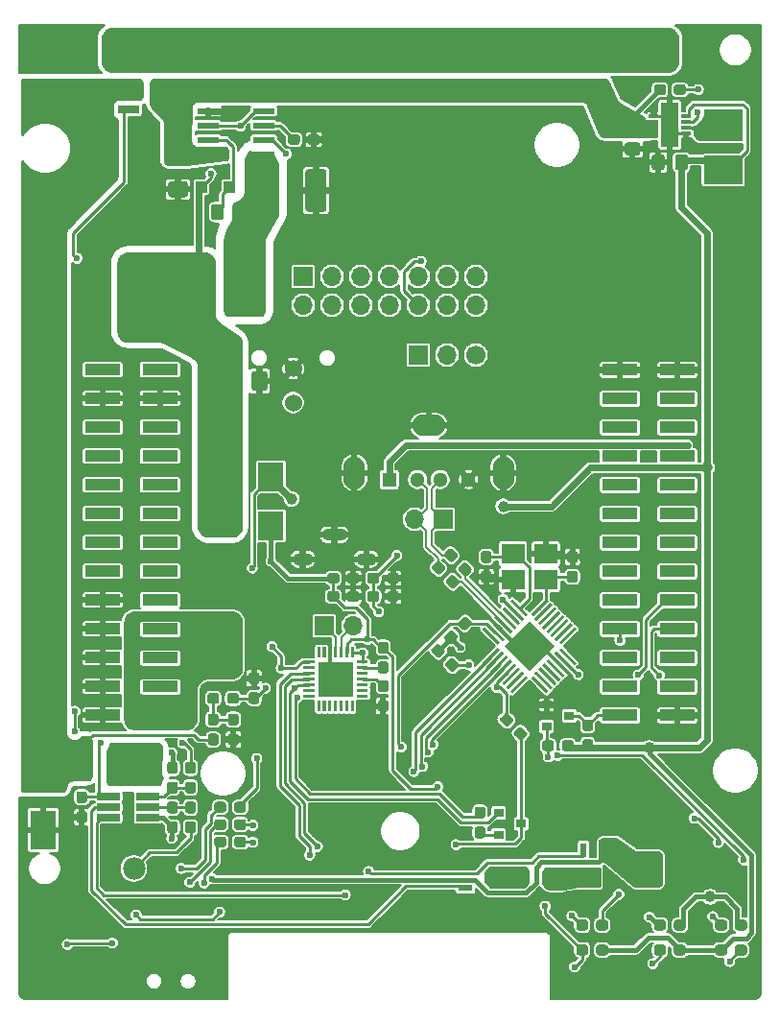
<source format=gbr>
%TF.GenerationSoftware,KiCad,Pcbnew,(5.1.6)-1*%
%TF.CreationDate,2022-10-11T16:22:54+02:00*%
%TF.ProjectId,ZumoComSystem,5a756d6f-436f-46d5-9379-7374656d2e6b,V1.2*%
%TF.SameCoordinates,Original*%
%TF.FileFunction,Copper,L2,Bot*%
%TF.FilePolarity,Positive*%
%FSLAX46Y46*%
G04 Gerber Fmt 4.6, Leading zero omitted, Abs format (unit mm)*
G04 Created by KiCad (PCBNEW (5.1.6)-1) date 2022-10-11 16:22:54*
%MOMM*%
%LPD*%
G01*
G04 APERTURE LIST*
%TA.AperFunction,SMDPad,CuDef*%
%ADD10R,1.981200X0.533400*%
%TD*%
%TA.AperFunction,ComponentPad*%
%ADD11C,1.700000*%
%TD*%
%TA.AperFunction,ComponentPad*%
%ADD12O,1.700000X1.700000*%
%TD*%
%TA.AperFunction,ComponentPad*%
%ADD13R,1.700000X1.700000*%
%TD*%
%TA.AperFunction,SMDPad,CuDef*%
%ADD14R,3.400000X2.500000*%
%TD*%
%TA.AperFunction,SMDPad,CuDef*%
%ADD15R,3.175000X4.950000*%
%TD*%
%TA.AperFunction,SMDPad,CuDef*%
%ADD16R,2.300000X2.500000*%
%TD*%
%TA.AperFunction,SMDPad,CuDef*%
%ADD17R,1.000000X1.000000*%
%TD*%
%TA.AperFunction,SMDPad,CuDef*%
%ADD18R,1.900000X0.800000*%
%TD*%
%TA.AperFunction,SMDPad,CuDef*%
%ADD19R,0.812800X0.304800*%
%TD*%
%TA.AperFunction,ComponentPad*%
%ADD20R,1.600000X4.000000*%
%TD*%
%TA.AperFunction,ComponentPad*%
%ADD21R,3.150000X3.150000*%
%TD*%
%TA.AperFunction,ComponentPad*%
%ADD22C,0.100000*%
%TD*%
%TA.AperFunction,ComponentPad*%
%ADD23O,2.900000X1.900000*%
%TD*%
%TA.AperFunction,ComponentPad*%
%ADD24O,1.900000X2.900000*%
%TD*%
%TA.AperFunction,ComponentPad*%
%ADD25C,1.300000*%
%TD*%
%TA.AperFunction,ComponentPad*%
%ADD26R,1.300000X1.300000*%
%TD*%
%TA.AperFunction,ComponentPad*%
%ADD27O,2.200000X1.100000*%
%TD*%
%TA.AperFunction,ComponentPad*%
%ADD28O,1.800000X1.100000*%
%TD*%
%TA.AperFunction,ComponentPad*%
%ADD29C,1.980000*%
%TD*%
%TA.AperFunction,SMDPad,CuDef*%
%ADD30R,2.300000X3.500000*%
%TD*%
%TA.AperFunction,SMDPad,CuDef*%
%ADD31R,0.900000X0.800000*%
%TD*%
%TA.AperFunction,SMDPad,CuDef*%
%ADD32R,2.000000X0.650000*%
%TD*%
%TA.AperFunction,SMDPad,CuDef*%
%ADD33R,2.100000X1.800000*%
%TD*%
%TA.AperFunction,SMDPad,CuDef*%
%ADD34R,3.150000X1.000000*%
%TD*%
%TA.AperFunction,SMDPad,CuDef*%
%ADD35R,1.310000X0.600000*%
%TD*%
%TA.AperFunction,SMDPad,CuDef*%
%ADD36R,0.600000X1.310000*%
%TD*%
%TA.AperFunction,ComponentPad*%
%ADD37C,1.530000*%
%TD*%
%TA.AperFunction,ViaPad*%
%ADD38C,0.600000*%
%TD*%
%TA.AperFunction,ViaPad*%
%ADD39C,1.000000*%
%TD*%
%TA.AperFunction,Conductor*%
%ADD40C,0.400000*%
%TD*%
%TA.AperFunction,Conductor*%
%ADD41C,0.250000*%
%TD*%
%TA.AperFunction,Conductor*%
%ADD42C,0.600000*%
%TD*%
%TA.AperFunction,Conductor*%
%ADD43C,0.300000*%
%TD*%
%TA.AperFunction,Conductor*%
%ADD44C,0.200000*%
%TD*%
%TA.AperFunction,Conductor*%
%ADD45C,0.254000*%
%TD*%
%TA.AperFunction,Conductor*%
%ADD46C,0.150000*%
%TD*%
%TA.AperFunction,Conductor*%
%ADD47C,0.100000*%
%TD*%
G04 APERTURE END LIST*
%TO.P,R26,2*%
%TO.N,+5V*%
%TA.AperFunction,SMDPad,CuDef*%
G36*
G01*
X177450000Y-137937500D02*
X177450000Y-137462500D01*
G75*
G02*
X177687500Y-137225000I237500J0D01*
G01*
X178262500Y-137225000D01*
G75*
G02*
X178500000Y-137462500I0J-237500D01*
G01*
X178500000Y-137937500D01*
G75*
G02*
X178262500Y-138175000I-237500J0D01*
G01*
X177687500Y-138175000D01*
G75*
G02*
X177450000Y-137937500I0J237500D01*
G01*
G37*
%TD.AperFunction*%
%TO.P,R26,1*%
%TO.N,Net-(D10-Pad2)*%
%TA.AperFunction,SMDPad,CuDef*%
G36*
G01*
X175700000Y-137937500D02*
X175700000Y-137462500D01*
G75*
G02*
X175937500Y-137225000I237500J0D01*
G01*
X176512500Y-137225000D01*
G75*
G02*
X176750000Y-137462500I0J-237500D01*
G01*
X176750000Y-137937500D01*
G75*
G02*
X176512500Y-138175000I-237500J0D01*
G01*
X175937500Y-138175000D01*
G75*
G02*
X175700000Y-137937500I0J237500D01*
G01*
G37*
%TD.AperFunction*%
%TD*%
D10*
%TO.P,U1,8*%
%TO.N,Net-(C4-Pad2)*%
X135863800Y-69705000D03*
%TO.P,U1,7*%
%TO.N,Net-(C1-Pad1)*%
X135863800Y-68435000D03*
%TO.P,U1,6*%
%TO.N,Net-(C3-Pad1)*%
X135863800Y-67165000D03*
%TO.P,U1,5*%
%TO.N,+5V*%
X135863800Y-65895000D03*
%TO.P,U1,4*%
%TO.N,GND*%
X130936200Y-65895000D03*
%TO.P,U1,3*%
%TO.N,+5V*%
X130936200Y-67165000D03*
%TO.P,U1,2*%
%TO.N,Net-(C4-Pad1)*%
X130936200Y-68435000D03*
%TO.P,U1,1*%
%TO.N,Net-(C1-Pad1)*%
X130936200Y-69705000D03*
%TD*%
%TO.P,R25,1*%
%TO.N,Net-(D9-Pad2)*%
%TA.AperFunction,SMDPad,CuDef*%
G36*
G01*
X170300000Y-137937500D02*
X170300000Y-137462500D01*
G75*
G02*
X170537500Y-137225000I237500J0D01*
G01*
X171112500Y-137225000D01*
G75*
G02*
X171350000Y-137462500I0J-237500D01*
G01*
X171350000Y-137937500D01*
G75*
G02*
X171112500Y-138175000I-237500J0D01*
G01*
X170537500Y-138175000D01*
G75*
G02*
X170300000Y-137937500I0J237500D01*
G01*
G37*
%TD.AperFunction*%
%TO.P,R25,2*%
%TO.N,+5V*%
%TA.AperFunction,SMDPad,CuDef*%
G36*
G01*
X172050000Y-137937500D02*
X172050000Y-137462500D01*
G75*
G02*
X172287500Y-137225000I237500J0D01*
G01*
X172862500Y-137225000D01*
G75*
G02*
X173100000Y-137462500I0J-237500D01*
G01*
X173100000Y-137937500D01*
G75*
G02*
X172862500Y-138175000I-237500J0D01*
G01*
X172287500Y-138175000D01*
G75*
G02*
X172050000Y-137937500I0J237500D01*
G01*
G37*
%TD.AperFunction*%
%TD*%
%TO.P,R24,1*%
%TO.N,Net-(D8-Pad2)*%
%TA.AperFunction,SMDPad,CuDef*%
G36*
G01*
X163450000Y-137937500D02*
X163450000Y-137462500D01*
G75*
G02*
X163687500Y-137225000I237500J0D01*
G01*
X164262500Y-137225000D01*
G75*
G02*
X164500000Y-137462500I0J-237500D01*
G01*
X164500000Y-137937500D01*
G75*
G02*
X164262500Y-138175000I-237500J0D01*
G01*
X163687500Y-138175000D01*
G75*
G02*
X163450000Y-137937500I0J237500D01*
G01*
G37*
%TD.AperFunction*%
%TO.P,R24,2*%
%TO.N,/IF_Pololu/LED_A*%
%TA.AperFunction,SMDPad,CuDef*%
G36*
G01*
X165200000Y-137937500D02*
X165200000Y-137462500D01*
G75*
G02*
X165437500Y-137225000I237500J0D01*
G01*
X166012500Y-137225000D01*
G75*
G02*
X166250000Y-137462500I0J-237500D01*
G01*
X166250000Y-137937500D01*
G75*
G02*
X166012500Y-138175000I-237500J0D01*
G01*
X165437500Y-138175000D01*
G75*
G02*
X165200000Y-137937500I0J237500D01*
G01*
G37*
%TD.AperFunction*%
%TD*%
D11*
%TO.P,JP1,3*%
%TO.N,GNDREF*%
X154565000Y-87400000D03*
D12*
%TO.P,JP1,2*%
%TO.N,/Battery/VM*%
X152025000Y-87400000D03*
D13*
%TO.P,JP1,1*%
X149485000Y-87400000D03*
%TD*%
D14*
%TO.P,L1,2*%
%TO.N,+3V3*%
X176410000Y-71100000D03*
%TO.P,L1,1*%
%TO.N,Net-(L1-Pad1)*%
X176410000Y-67000000D03*
%TD*%
D15*
%TO.P,L2,1*%
%TO.N,Net-(C4-Pad2)*%
X134107500Y-81200000D03*
%TO.P,L2,2*%
%TO.N,+5V*%
X125092500Y-81200000D03*
%TD*%
%TO.P,R5,1*%
%TO.N,+3V3*%
%TA.AperFunction,SMDPad,CuDef*%
G36*
G01*
X150702113Y-113307989D02*
X151037989Y-112972113D01*
G75*
G02*
X151373865Y-112972113I167938J-167938D01*
G01*
X151780451Y-113378699D01*
G75*
G02*
X151780451Y-113714575I-167938J-167938D01*
G01*
X151444575Y-114050451D01*
G75*
G02*
X151108699Y-114050451I-167938J167938D01*
G01*
X150702113Y-113643865D01*
G75*
G02*
X150702113Y-113307989I167938J167938D01*
G01*
G37*
%TD.AperFunction*%
%TO.P,R5,2*%
%TO.N,Net-(R4-Pad1)*%
%TA.AperFunction,SMDPad,CuDef*%
G36*
G01*
X151939549Y-114545425D02*
X152275425Y-114209549D01*
G75*
G02*
X152611301Y-114209549I167938J-167938D01*
G01*
X153017887Y-114616135D01*
G75*
G02*
X153017887Y-114952011I-167938J-167938D01*
G01*
X152682011Y-115287887D01*
G75*
G02*
X152346135Y-115287887I-167938J167938D01*
G01*
X151939549Y-114881301D01*
G75*
G02*
X151939549Y-114545425I167938J167938D01*
G01*
G37*
%TD.AperFunction*%
%TD*%
D13*
%TO.P,TP2,1*%
%TO.N,/ESP/D+*%
X141200000Y-111300000D03*
D12*
%TO.P,TP2,2*%
%TO.N,/ESP/D-*%
X143740000Y-111300000D03*
%TD*%
D13*
%TO.P,TP1,1*%
%TO.N,/USB_MAX/D+*%
X151700000Y-101900000D03*
D12*
%TO.P,TP1,2*%
%TO.N,/USB_MAX/D-*%
X149160000Y-101900000D03*
%TD*%
%TO.P,R3,1*%
%TO.N,/USB_MAX/D-*%
%TA.AperFunction,SMDPad,CuDef*%
G36*
G01*
X150742113Y-105977989D02*
X151077989Y-105642113D01*
G75*
G02*
X151413865Y-105642113I167938J-167938D01*
G01*
X151820451Y-106048699D01*
G75*
G02*
X151820451Y-106384575I-167938J-167938D01*
G01*
X151484575Y-106720451D01*
G75*
G02*
X151148699Y-106720451I-167938J167938D01*
G01*
X150742113Y-106313865D01*
G75*
G02*
X150742113Y-105977989I167938J167938D01*
G01*
G37*
%TD.AperFunction*%
%TO.P,R3,2*%
%TO.N,/USB_MAX/DR-*%
%TA.AperFunction,SMDPad,CuDef*%
G36*
G01*
X151979549Y-107215425D02*
X152315425Y-106879549D01*
G75*
G02*
X152651301Y-106879549I167938J-167938D01*
G01*
X153057887Y-107286135D01*
G75*
G02*
X153057887Y-107622011I-167938J-167938D01*
G01*
X152722011Y-107957887D01*
G75*
G02*
X152386135Y-107957887I-167938J167938D01*
G01*
X151979549Y-107551301D01*
G75*
G02*
X151979549Y-107215425I167938J167938D01*
G01*
G37*
%TD.AperFunction*%
%TD*%
%TO.P,R2,1*%
%TO.N,/USB_MAX/DR+*%
%TA.AperFunction,SMDPad,CuDef*%
G36*
G01*
X154157887Y-106522011D02*
X153822011Y-106857887D01*
G75*
G02*
X153486135Y-106857887I-167938J167938D01*
G01*
X153079549Y-106451301D01*
G75*
G02*
X153079549Y-106115425I167938J167938D01*
G01*
X153415425Y-105779549D01*
G75*
G02*
X153751301Y-105779549I167938J-167938D01*
G01*
X154157887Y-106186135D01*
G75*
G02*
X154157887Y-106522011I-167938J-167938D01*
G01*
G37*
%TD.AperFunction*%
%TO.P,R2,2*%
%TO.N,/USB_MAX/D+*%
%TA.AperFunction,SMDPad,CuDef*%
G36*
G01*
X152920451Y-105284575D02*
X152584575Y-105620451D01*
G75*
G02*
X152248699Y-105620451I-167938J167938D01*
G01*
X151842113Y-105213865D01*
G75*
G02*
X151842113Y-104877989I167938J167938D01*
G01*
X152177989Y-104542113D01*
G75*
G02*
X152513865Y-104542113I167938J-167938D01*
G01*
X152920451Y-104948699D01*
G75*
G02*
X152920451Y-105284575I-167938J-167938D01*
G01*
G37*
%TD.AperFunction*%
%TD*%
D16*
%TO.P,D7,1*%
%TO.N,VDD*%
X136500000Y-102450000D03*
%TO.P,D7,2*%
%TO.N,+3V3*%
X136500000Y-98150000D03*
%TD*%
%TO.P,C3,1*%
%TO.N,Net-(C3-Pad1)*%
%TA.AperFunction,SMDPad,CuDef*%
G36*
G01*
X138000000Y-68637500D02*
X138000000Y-68162500D01*
G75*
G02*
X138237500Y-67925000I237500J0D01*
G01*
X138812500Y-67925000D01*
G75*
G02*
X139050000Y-68162500I0J-237500D01*
G01*
X139050000Y-68637500D01*
G75*
G02*
X138812500Y-68875000I-237500J0D01*
G01*
X138237500Y-68875000D01*
G75*
G02*
X138000000Y-68637500I0J237500D01*
G01*
G37*
%TD.AperFunction*%
%TO.P,C3,2*%
%TO.N,GND*%
%TA.AperFunction,SMDPad,CuDef*%
G36*
G01*
X139750000Y-68637500D02*
X139750000Y-68162500D01*
G75*
G02*
X139987500Y-67925000I237500J0D01*
G01*
X140562500Y-67925000D01*
G75*
G02*
X140800000Y-68162500I0J-237500D01*
G01*
X140800000Y-68637500D01*
G75*
G02*
X140562500Y-68875000I-237500J0D01*
G01*
X139987500Y-68875000D01*
G75*
G02*
X139750000Y-68637500I0J237500D01*
G01*
G37*
%TD.AperFunction*%
%TD*%
D17*
%TO.P,D2,1*%
%TO.N,Net-(C4-Pad1)*%
X132850000Y-72600000D03*
%TO.P,D2,2*%
%TO.N,+5V*%
X130350000Y-72600000D03*
%TD*%
D18*
%TO.P,Q1,1*%
%TO.N,Net-(Q1-Pad1)*%
X123950000Y-65720000D03*
%TO.P,Q1,2*%
%TO.N,VBAT_ZCS*%
X123950000Y-63820000D03*
%TO.P,Q1,3*%
%TO.N,Net-(C1-Pad1)*%
X126950000Y-64770000D03*
%TD*%
D19*
%TO.P,U2,1*%
%TO.N,Net-(C1-Pad1)*%
X170252200Y-67862000D03*
%TO.P,U2,2*%
X170252200Y-67354000D03*
%TO.P,U2,3*%
X170252200Y-66846000D03*
%TO.P,U2,4*%
%TO.N,GND*%
X170252200Y-66338000D03*
%TO.P,U2,5*%
%TO.N,+3V3*%
X173147800Y-66338000D03*
%TO.P,U2,6*%
%TO.N,Net-(R1-Pad1)*%
X173147800Y-66846000D03*
%TO.P,U2,7*%
%TO.N,Net-(L1-Pad1)*%
X173147800Y-67354000D03*
%TO.P,U2,8*%
%TO.N,GND*%
X173147800Y-67862000D03*
D20*
%TO.P,U2,9*%
X171700000Y-67100000D03*
%TD*%
%TO.P,R1,1*%
%TO.N,Net-(R1-Pad1)*%
%TA.AperFunction,SMDPad,CuDef*%
G36*
G01*
X173100000Y-63762500D02*
X173100000Y-64237500D01*
G75*
G02*
X172862500Y-64475000I-237500J0D01*
G01*
X172287500Y-64475000D01*
G75*
G02*
X172050000Y-64237500I0J237500D01*
G01*
X172050000Y-63762500D01*
G75*
G02*
X172287500Y-63525000I237500J0D01*
G01*
X172862500Y-63525000D01*
G75*
G02*
X173100000Y-63762500I0J-237500D01*
G01*
G37*
%TD.AperFunction*%
%TO.P,R1,2*%
%TO.N,Net-(C1-Pad1)*%
%TA.AperFunction,SMDPad,CuDef*%
G36*
G01*
X171350000Y-63762500D02*
X171350000Y-64237500D01*
G75*
G02*
X171112500Y-64475000I-237500J0D01*
G01*
X170537500Y-64475000D01*
G75*
G02*
X170300000Y-64237500I0J237500D01*
G01*
X170300000Y-63762500D01*
G75*
G02*
X170537500Y-63525000I237500J0D01*
G01*
X171112500Y-63525000D01*
G75*
G02*
X171350000Y-63762500I0J-237500D01*
G01*
G37*
%TD.AperFunction*%
%TD*%
%TO.P,C6,2*%
%TO.N,GND*%
%TA.AperFunction,SMDPad,CuDef*%
G36*
G01*
X171250000Y-69949999D02*
X171250000Y-70850001D01*
G75*
G02*
X171000001Y-71100000I-249999J0D01*
G01*
X170349999Y-71100000D01*
G75*
G02*
X170100000Y-70850001I0J249999D01*
G01*
X170100000Y-69949999D01*
G75*
G02*
X170349999Y-69700000I249999J0D01*
G01*
X171000001Y-69700000D01*
G75*
G02*
X171250000Y-69949999I0J-249999D01*
G01*
G37*
%TD.AperFunction*%
%TO.P,C6,1*%
%TO.N,+3V3*%
%TA.AperFunction,SMDPad,CuDef*%
G36*
G01*
X173300000Y-69949999D02*
X173300000Y-70850001D01*
G75*
G02*
X173050001Y-71100000I-249999J0D01*
G01*
X172399999Y-71100000D01*
G75*
G02*
X172150000Y-70850001I0J249999D01*
G01*
X172150000Y-69949999D01*
G75*
G02*
X172399999Y-69700000I249999J0D01*
G01*
X173050001Y-69700000D01*
G75*
G02*
X173300000Y-69949999I0J-249999D01*
G01*
G37*
%TD.AperFunction*%
%TD*%
D21*
%TO.P,U5,29*%
%TO.N,GND*%
X142200000Y-116000000D03*
%TO.P,U5,21*%
%TO.N,Net-(U5-Pad10)*%
%TA.AperFunction,SMDPad,CuDef*%
G36*
G01*
X140577800Y-117885000D02*
X140822200Y-117885000D01*
G75*
G02*
X140830000Y-117892800I0J-7800D01*
G01*
X140830000Y-118847200D01*
G75*
G02*
X140822200Y-118855000I-7800J0D01*
G01*
X140577800Y-118855000D01*
G75*
G02*
X140570000Y-118847200I0J7800D01*
G01*
X140570000Y-117892800D01*
G75*
G02*
X140577800Y-117885000I7800J0D01*
G01*
G37*
%TD.AperFunction*%
%TO.P,U5,20*%
%TA.AperFunction,SMDPad,CuDef*%
G36*
G01*
X141077800Y-117885000D02*
X141322200Y-117885000D01*
G75*
G02*
X141330000Y-117892800I0J-7800D01*
G01*
X141330000Y-118847200D01*
G75*
G02*
X141322200Y-118855000I-7800J0D01*
G01*
X141077800Y-118855000D01*
G75*
G02*
X141070000Y-118847200I0J7800D01*
G01*
X141070000Y-117892800D01*
G75*
G02*
X141077800Y-117885000I7800J0D01*
G01*
G37*
%TD.AperFunction*%
%TO.P,U5,19*%
%TA.AperFunction,SMDPad,CuDef*%
G36*
G01*
X141577800Y-117885000D02*
X141822200Y-117885000D01*
G75*
G02*
X141830000Y-117892800I0J-7800D01*
G01*
X141830000Y-118847200D01*
G75*
G02*
X141822200Y-118855000I-7800J0D01*
G01*
X141577800Y-118855000D01*
G75*
G02*
X141570000Y-118847200I0J7800D01*
G01*
X141570000Y-117892800D01*
G75*
G02*
X141577800Y-117885000I7800J0D01*
G01*
G37*
%TD.AperFunction*%
%TO.P,U5,18*%
%TA.AperFunction,SMDPad,CuDef*%
G36*
G01*
X142077800Y-117885000D02*
X142322200Y-117885000D01*
G75*
G02*
X142330000Y-117892800I0J-7800D01*
G01*
X142330000Y-118847200D01*
G75*
G02*
X142322200Y-118855000I-7800J0D01*
G01*
X142077800Y-118855000D01*
G75*
G02*
X142070000Y-118847200I0J7800D01*
G01*
X142070000Y-117892800D01*
G75*
G02*
X142077800Y-117885000I7800J0D01*
G01*
G37*
%TD.AperFunction*%
%TO.P,U5,17*%
%TA.AperFunction,SMDPad,CuDef*%
G36*
G01*
X142577800Y-117885000D02*
X142822200Y-117885000D01*
G75*
G02*
X142830000Y-117892800I0J-7800D01*
G01*
X142830000Y-118847200D01*
G75*
G02*
X142822200Y-118855000I-7800J0D01*
G01*
X142577800Y-118855000D01*
G75*
G02*
X142570000Y-118847200I0J7800D01*
G01*
X142570000Y-117892800D01*
G75*
G02*
X142577800Y-117885000I7800J0D01*
G01*
G37*
%TD.AperFunction*%
%TO.P,U5,16*%
%TA.AperFunction,SMDPad,CuDef*%
G36*
G01*
X143077800Y-117885000D02*
X143322200Y-117885000D01*
G75*
G02*
X143330000Y-117892800I0J-7800D01*
G01*
X143330000Y-118847200D01*
G75*
G02*
X143322200Y-118855000I-7800J0D01*
G01*
X143077800Y-118855000D01*
G75*
G02*
X143070000Y-118847200I0J7800D01*
G01*
X143070000Y-117892800D01*
G75*
G02*
X143077800Y-117885000I7800J0D01*
G01*
G37*
%TD.AperFunction*%
%TO.P,U5,15*%
%TA.AperFunction,SMDPad,CuDef*%
G36*
G01*
X143577800Y-117885000D02*
X143822200Y-117885000D01*
G75*
G02*
X143830000Y-117892800I0J-7800D01*
G01*
X143830000Y-118847200D01*
G75*
G02*
X143822200Y-118855000I-7800J0D01*
G01*
X143577800Y-118855000D01*
G75*
G02*
X143570000Y-118847200I0J7800D01*
G01*
X143570000Y-117892800D01*
G75*
G02*
X143577800Y-117885000I7800J0D01*
G01*
G37*
%TD.AperFunction*%
%TO.P,U5,7*%
%TO.N,VBUS*%
%TA.AperFunction,SMDPad,CuDef*%
G36*
G01*
X143577800Y-113145000D02*
X143822200Y-113145000D01*
G75*
G02*
X143830000Y-113152800I0J-7800D01*
G01*
X143830000Y-114107200D01*
G75*
G02*
X143822200Y-114115000I-7800J0D01*
G01*
X143577800Y-114115000D01*
G75*
G02*
X143570000Y-114107200I0J7800D01*
G01*
X143570000Y-113152800D01*
G75*
G02*
X143577800Y-113145000I7800J0D01*
G01*
G37*
%TD.AperFunction*%
%TO.P,U5,6*%
%TO.N,VDD*%
%TA.AperFunction,SMDPad,CuDef*%
G36*
G01*
X143077800Y-113145000D02*
X143322200Y-113145000D01*
G75*
G02*
X143330000Y-113152800I0J-7800D01*
G01*
X143330000Y-114107200D01*
G75*
G02*
X143322200Y-114115000I-7800J0D01*
G01*
X143077800Y-114115000D01*
G75*
G02*
X143070000Y-114107200I0J7800D01*
G01*
X143070000Y-113152800D01*
G75*
G02*
X143077800Y-113145000I7800J0D01*
G01*
G37*
%TD.AperFunction*%
%TO.P,U5,5*%
%TO.N,/ESP/D-*%
%TA.AperFunction,SMDPad,CuDef*%
G36*
G01*
X142577800Y-113145000D02*
X142822200Y-113145000D01*
G75*
G02*
X142830000Y-113152800I0J-7800D01*
G01*
X142830000Y-114107200D01*
G75*
G02*
X142822200Y-114115000I-7800J0D01*
G01*
X142577800Y-114115000D01*
G75*
G02*
X142570000Y-114107200I0J7800D01*
G01*
X142570000Y-113152800D01*
G75*
G02*
X142577800Y-113145000I7800J0D01*
G01*
G37*
%TD.AperFunction*%
%TO.P,U5,4*%
%TO.N,/ESP/D+*%
%TA.AperFunction,SMDPad,CuDef*%
G36*
G01*
X142077800Y-113145000D02*
X142322200Y-113145000D01*
G75*
G02*
X142330000Y-113152800I0J-7800D01*
G01*
X142330000Y-114107200D01*
G75*
G02*
X142322200Y-114115000I-7800J0D01*
G01*
X142077800Y-114115000D01*
G75*
G02*
X142070000Y-114107200I0J7800D01*
G01*
X142070000Y-113152800D01*
G75*
G02*
X142077800Y-113145000I7800J0D01*
G01*
G37*
%TD.AperFunction*%
%TO.P,U5,3*%
%TO.N,GND*%
%TA.AperFunction,SMDPad,CuDef*%
G36*
G01*
X141577800Y-113145000D02*
X141822200Y-113145000D01*
G75*
G02*
X141830000Y-113152800I0J-7800D01*
G01*
X141830000Y-114107200D01*
G75*
G02*
X141822200Y-114115000I-7800J0D01*
G01*
X141577800Y-114115000D01*
G75*
G02*
X141570000Y-114107200I0J7800D01*
G01*
X141570000Y-113152800D01*
G75*
G02*
X141577800Y-113145000I7800J0D01*
G01*
G37*
%TD.AperFunction*%
%TO.P,U5,2*%
%TO.N,N/C*%
%TA.AperFunction,SMDPad,CuDef*%
G36*
G01*
X141077800Y-113145000D02*
X141322200Y-113145000D01*
G75*
G02*
X141330000Y-113152800I0J-7800D01*
G01*
X141330000Y-114107200D01*
G75*
G02*
X141322200Y-114115000I-7800J0D01*
G01*
X141077800Y-114115000D01*
G75*
G02*
X141070000Y-114107200I0J7800D01*
G01*
X141070000Y-113152800D01*
G75*
G02*
X141077800Y-113145000I7800J0D01*
G01*
G37*
%TD.AperFunction*%
%TO.P,U5,1*%
%TA.AperFunction,SMDPad,CuDef*%
G36*
G01*
X140577800Y-113145000D02*
X140822200Y-113145000D01*
G75*
G02*
X140830000Y-113152800I0J-7800D01*
G01*
X140830000Y-114107200D01*
G75*
G02*
X140822200Y-114115000I-7800J0D01*
G01*
X140577800Y-114115000D01*
G75*
G02*
X140570000Y-114107200I0J7800D01*
G01*
X140570000Y-113152800D01*
G75*
G02*
X140577800Y-113145000I7800J0D01*
G01*
G37*
%TD.AperFunction*%
%TO.P,U5,28*%
%TO.N,/ESP/DTR*%
%TA.AperFunction,SMDPad,CuDef*%
G36*
G01*
X140315000Y-114377800D02*
X140315000Y-114622200D01*
G75*
G02*
X140307200Y-114630000I-7800J0D01*
G01*
X139352800Y-114630000D01*
G75*
G02*
X139345000Y-114622200I0J7800D01*
G01*
X139345000Y-114377800D01*
G75*
G02*
X139352800Y-114370000I7800J0D01*
G01*
X140307200Y-114370000D01*
G75*
G02*
X140315000Y-114377800I0J-7800D01*
G01*
G37*
%TD.AperFunction*%
%TO.P,U5,27*%
%TO.N,N/C*%
%TA.AperFunction,SMDPad,CuDef*%
G36*
G01*
X140315000Y-114877800D02*
X140315000Y-115122200D01*
G75*
G02*
X140307200Y-115130000I-7800J0D01*
G01*
X139352800Y-115130000D01*
G75*
G02*
X139345000Y-115122200I0J7800D01*
G01*
X139345000Y-114877800D01*
G75*
G02*
X139352800Y-114870000I7800J0D01*
G01*
X140307200Y-114870000D01*
G75*
G02*
X140315000Y-114877800I0J-7800D01*
G01*
G37*
%TD.AperFunction*%
%TO.P,U5,26*%
%TO.N,/ESP/TXD*%
%TA.AperFunction,SMDPad,CuDef*%
G36*
G01*
X140315000Y-115377800D02*
X140315000Y-115622200D01*
G75*
G02*
X140307200Y-115630000I-7800J0D01*
G01*
X139352800Y-115630000D01*
G75*
G02*
X139345000Y-115622200I0J7800D01*
G01*
X139345000Y-115377800D01*
G75*
G02*
X139352800Y-115370000I7800J0D01*
G01*
X140307200Y-115370000D01*
G75*
G02*
X140315000Y-115377800I0J-7800D01*
G01*
G37*
%TD.AperFunction*%
%TO.P,U5,25*%
%TO.N,/ESP/RXD*%
%TA.AperFunction,SMDPad,CuDef*%
G36*
G01*
X140315000Y-115877800D02*
X140315000Y-116122200D01*
G75*
G02*
X140307200Y-116130000I-7800J0D01*
G01*
X139352800Y-116130000D01*
G75*
G02*
X139345000Y-116122200I0J7800D01*
G01*
X139345000Y-115877800D01*
G75*
G02*
X139352800Y-115870000I7800J0D01*
G01*
X140307200Y-115870000D01*
G75*
G02*
X140315000Y-115877800I0J-7800D01*
G01*
G37*
%TD.AperFunction*%
%TO.P,U5,24*%
%TO.N,/ESP/RTS*%
%TA.AperFunction,SMDPad,CuDef*%
G36*
G01*
X140315000Y-116377800D02*
X140315000Y-116622200D01*
G75*
G02*
X140307200Y-116630000I-7800J0D01*
G01*
X139352800Y-116630000D01*
G75*
G02*
X139345000Y-116622200I0J7800D01*
G01*
X139345000Y-116377800D01*
G75*
G02*
X139352800Y-116370000I7800J0D01*
G01*
X140307200Y-116370000D01*
G75*
G02*
X140315000Y-116377800I0J-7800D01*
G01*
G37*
%TD.AperFunction*%
%TO.P,U5,23*%
%TO.N,N/C*%
%TA.AperFunction,SMDPad,CuDef*%
G36*
G01*
X140315000Y-116877800D02*
X140315000Y-117122200D01*
G75*
G02*
X140307200Y-117130000I-7800J0D01*
G01*
X139352800Y-117130000D01*
G75*
G02*
X139345000Y-117122200I0J7800D01*
G01*
X139345000Y-116877800D01*
G75*
G02*
X139352800Y-116870000I7800J0D01*
G01*
X140307200Y-116870000D01*
G75*
G02*
X140315000Y-116877800I0J-7800D01*
G01*
G37*
%TD.AperFunction*%
%TO.P,U5,22*%
%TO.N,Net-(U5-Pad10)*%
%TA.AperFunction,SMDPad,CuDef*%
G36*
G01*
X140315000Y-117377800D02*
X140315000Y-117622200D01*
G75*
G02*
X140307200Y-117630000I-7800J0D01*
G01*
X139352800Y-117630000D01*
G75*
G02*
X139345000Y-117622200I0J7800D01*
G01*
X139345000Y-117377800D01*
G75*
G02*
X139352800Y-117370000I7800J0D01*
G01*
X140307200Y-117370000D01*
G75*
G02*
X140315000Y-117377800I0J-7800D01*
G01*
G37*
%TD.AperFunction*%
%TO.P,U5,14*%
%TA.AperFunction,SMDPad,CuDef*%
G36*
G01*
X145055000Y-117377800D02*
X145055000Y-117622200D01*
G75*
G02*
X145047200Y-117630000I-7800J0D01*
G01*
X144092800Y-117630000D01*
G75*
G02*
X144085000Y-117622200I0J7800D01*
G01*
X144085000Y-117377800D01*
G75*
G02*
X144092800Y-117370000I7800J0D01*
G01*
X145047200Y-117370000D01*
G75*
G02*
X145055000Y-117377800I0J-7800D01*
G01*
G37*
%TD.AperFunction*%
%TO.P,U5,13*%
%TA.AperFunction,SMDPad,CuDef*%
G36*
G01*
X145055000Y-116877800D02*
X145055000Y-117122200D01*
G75*
G02*
X145047200Y-117130000I-7800J0D01*
G01*
X144092800Y-117130000D01*
G75*
G02*
X144085000Y-117122200I0J7800D01*
G01*
X144085000Y-116877800D01*
G75*
G02*
X144092800Y-116870000I7800J0D01*
G01*
X145047200Y-116870000D01*
G75*
G02*
X145055000Y-116877800I0J-7800D01*
G01*
G37*
%TD.AperFunction*%
%TO.P,U5,12*%
%TO.N,N/C*%
%TA.AperFunction,SMDPad,CuDef*%
G36*
G01*
X145055000Y-116377800D02*
X145055000Y-116622200D01*
G75*
G02*
X145047200Y-116630000I-7800J0D01*
G01*
X144092800Y-116630000D01*
G75*
G02*
X144085000Y-116622200I0J7800D01*
G01*
X144085000Y-116377800D01*
G75*
G02*
X144092800Y-116370000I7800J0D01*
G01*
X145047200Y-116370000D01*
G75*
G02*
X145055000Y-116377800I0J-7800D01*
G01*
G37*
%TD.AperFunction*%
%TO.P,U5,11*%
%TO.N,Net-(R14-Pad1)*%
%TA.AperFunction,SMDPad,CuDef*%
G36*
G01*
X145055000Y-115877800D02*
X145055000Y-116122200D01*
G75*
G02*
X145047200Y-116130000I-7800J0D01*
G01*
X144092800Y-116130000D01*
G75*
G02*
X144085000Y-116122200I0J7800D01*
G01*
X144085000Y-115877800D01*
G75*
G02*
X144092800Y-115870000I7800J0D01*
G01*
X145047200Y-115870000D01*
G75*
G02*
X145055000Y-115877800I0J-7800D01*
G01*
G37*
%TD.AperFunction*%
%TO.P,U5,10*%
%TO.N,Net-(U5-Pad10)*%
%TA.AperFunction,SMDPad,CuDef*%
G36*
G01*
X145055000Y-115377800D02*
X145055000Y-115622200D01*
G75*
G02*
X145047200Y-115630000I-7800J0D01*
G01*
X144092800Y-115630000D01*
G75*
G02*
X144085000Y-115622200I0J7800D01*
G01*
X144085000Y-115377800D01*
G75*
G02*
X144092800Y-115370000I7800J0D01*
G01*
X145047200Y-115370000D01*
G75*
G02*
X145055000Y-115377800I0J-7800D01*
G01*
G37*
%TD.AperFunction*%
%TO.P,U5,9*%
%TO.N,Net-(R13-Pad1)*%
%TA.AperFunction,SMDPad,CuDef*%
G36*
G01*
X145055000Y-114877800D02*
X145055000Y-115122200D01*
G75*
G02*
X145047200Y-115130000I-7800J0D01*
G01*
X144092800Y-115130000D01*
G75*
G02*
X144085000Y-115122200I0J7800D01*
G01*
X144085000Y-114877800D01*
G75*
G02*
X144092800Y-114870000I7800J0D01*
G01*
X145047200Y-114870000D01*
G75*
G02*
X145055000Y-114877800I0J-7800D01*
G01*
G37*
%TD.AperFunction*%
%TO.P,U5,8*%
%TO.N,VBUS*%
%TA.AperFunction,SMDPad,CuDef*%
G36*
G01*
X145055000Y-114377800D02*
X145055000Y-114622200D01*
G75*
G02*
X145047200Y-114630000I-7800J0D01*
G01*
X144092800Y-114630000D01*
G75*
G02*
X144085000Y-114622200I0J7800D01*
G01*
X144085000Y-114377800D01*
G75*
G02*
X144092800Y-114370000I7800J0D01*
G01*
X145047200Y-114370000D01*
G75*
G02*
X145055000Y-114377800I0J-7800D01*
G01*
G37*
%TD.AperFunction*%
%TD*%
%TA.AperFunction,ComponentPad*%
D22*
%TO.P,U3,3*%
%TO.N,GND*%
G36*
X161492031Y-113100000D02*
G01*
X159300000Y-115292031D01*
X157107969Y-113100000D01*
X159300000Y-110907969D01*
X161492031Y-113100000D01*
G37*
%TD.AperFunction*%
%TO.P,U3,24*%
%TO.N,/USB_MAX/XI*%
%TA.AperFunction,SMDPad,CuDef*%
G36*
G01*
X159142244Y-110287907D02*
X158962781Y-110467371D01*
G75*
G02*
X158951325Y-110467371I-5728J5728D01*
G01*
X157619277Y-109135323D01*
G75*
G02*
X157619277Y-109123867I5728J5728D01*
G01*
X157798741Y-108944403D01*
G75*
G02*
X157810197Y-108944403I5728J-5728D01*
G01*
X159142245Y-110276451D01*
G75*
G02*
X159142245Y-110287907I-5728J-5728D01*
G01*
G37*
%TD.AperFunction*%
%TO.P,U3,23*%
%TO.N,+3V3*%
%TA.AperFunction,SMDPad,CuDef*%
G36*
G01*
X158859402Y-110712171D02*
X158679938Y-110891635D01*
G75*
G02*
X158668482Y-110891635I-5728J5728D01*
G01*
X157265724Y-109488877D01*
G75*
G02*
X157265724Y-109477421I5728J5728D01*
G01*
X157445188Y-109297957D01*
G75*
G02*
X157456644Y-109297957I5728J-5728D01*
G01*
X158859402Y-110700715D01*
G75*
G02*
X158859402Y-110712171I-5728J-5728D01*
G01*
G37*
%TD.AperFunction*%
%TO.P,U3,22*%
%TO.N,N/C*%
%TA.AperFunction,SMDPad,CuDef*%
G36*
G01*
X158505849Y-111065725D02*
X158326385Y-111245189D01*
G75*
G02*
X158314929Y-111245189I-5728J5728D01*
G01*
X156912171Y-109842431D01*
G75*
G02*
X156912171Y-109830975I5728J5728D01*
G01*
X157091635Y-109651511D01*
G75*
G02*
X157103091Y-109651511I5728J-5728D01*
G01*
X158505849Y-111054269D01*
G75*
G02*
X158505849Y-111065725I-5728J-5728D01*
G01*
G37*
%TD.AperFunction*%
%TO.P,U3,21*%
%TO.N,/USB_MAX/DR+*%
%TA.AperFunction,SMDPad,CuDef*%
G36*
G01*
X158152295Y-111419278D02*
X157972831Y-111598742D01*
G75*
G02*
X157961375Y-111598742I-5728J5728D01*
G01*
X156558617Y-110195984D01*
G75*
G02*
X156558617Y-110184528I5728J5728D01*
G01*
X156738081Y-110005064D01*
G75*
G02*
X156749537Y-110005064I5728J-5728D01*
G01*
X158152295Y-111407822D01*
G75*
G02*
X158152295Y-111419278I-5728J-5728D01*
G01*
G37*
%TD.AperFunction*%
%TO.P,U3,20*%
%TO.N,/USB_MAX/DR-*%
%TA.AperFunction,SMDPad,CuDef*%
G36*
G01*
X157798742Y-111772831D02*
X157619278Y-111952295D01*
G75*
G02*
X157607822Y-111952295I-5728J5728D01*
G01*
X156205064Y-110549537D01*
G75*
G02*
X156205064Y-110538081I5728J5728D01*
G01*
X156384528Y-110358617D01*
G75*
G02*
X156395984Y-110358617I5728J-5728D01*
G01*
X157798742Y-111761375D01*
G75*
G02*
X157798742Y-111772831I-5728J-5728D01*
G01*
G37*
%TD.AperFunction*%
%TO.P,U3,19*%
%TO.N,GND*%
%TA.AperFunction,SMDPad,CuDef*%
G36*
G01*
X157445189Y-112126385D02*
X157265725Y-112305849D01*
G75*
G02*
X157254269Y-112305849I-5728J5728D01*
G01*
X155851511Y-110903091D01*
G75*
G02*
X155851511Y-110891635I5728J5728D01*
G01*
X156030975Y-110712171D01*
G75*
G02*
X156042431Y-110712171I5728J-5728D01*
G01*
X157445189Y-112114929D01*
G75*
G02*
X157445189Y-112126385I-5728J-5728D01*
G01*
G37*
%TD.AperFunction*%
%TO.P,U3,18*%
%TO.N,/ESP/INT*%
%TA.AperFunction,SMDPad,CuDef*%
G36*
G01*
X157091635Y-112479938D02*
X156912171Y-112659402D01*
G75*
G02*
X156900715Y-112659402I-5728J5728D01*
G01*
X155497957Y-111256644D01*
G75*
G02*
X155497957Y-111245188I5728J5728D01*
G01*
X155677421Y-111065724D01*
G75*
G02*
X155688877Y-111065724I5728J-5728D01*
G01*
X157091635Y-112468482D01*
G75*
G02*
X157091635Y-112479938I-5728J-5728D01*
G01*
G37*
%TD.AperFunction*%
%TO.P,U3,17*%
%TO.N,N/C*%
%TA.AperFunction,SMDPad,CuDef*%
G36*
G01*
X156667370Y-112762781D02*
X156487907Y-112942245D01*
G75*
G02*
X156476451Y-112942245I-5728J5728D01*
G01*
X155144403Y-111610197D01*
G75*
G02*
X155144403Y-111598741I5728J5728D01*
G01*
X155323867Y-111419277D01*
G75*
G02*
X155335323Y-111419277I5728J-5728D01*
G01*
X156667371Y-112751325D01*
G75*
G02*
X156667371Y-112762781I-5728J-5728D01*
G01*
G37*
%TD.AperFunction*%
%TO.P,U3,8*%
%TA.AperFunction,SMDPad,CuDef*%
G36*
G01*
X160980722Y-117076133D02*
X160801259Y-117255597D01*
G75*
G02*
X160789803Y-117255597I-5728J5728D01*
G01*
X159457755Y-115923549D01*
G75*
G02*
X159457755Y-115912093I5728J5728D01*
G01*
X159637219Y-115732629D01*
G75*
G02*
X159648675Y-115732629I5728J-5728D01*
G01*
X160980723Y-117064677D01*
G75*
G02*
X160980723Y-117076133I-5728J-5728D01*
G01*
G37*
%TD.AperFunction*%
%TO.P,U3,7*%
%TA.AperFunction,SMDPad,CuDef*%
G36*
G01*
X161334276Y-116722579D02*
X161154812Y-116902043D01*
G75*
G02*
X161143356Y-116902043I-5728J5728D01*
G01*
X159740598Y-115499285D01*
G75*
G02*
X159740598Y-115487829I5728J5728D01*
G01*
X159920062Y-115308365D01*
G75*
G02*
X159931518Y-115308365I5728J-5728D01*
G01*
X161334276Y-116711123D01*
G75*
G02*
X161334276Y-116722579I-5728J-5728D01*
G01*
G37*
%TD.AperFunction*%
%TO.P,U3,6*%
%TA.AperFunction,SMDPad,CuDef*%
G36*
G01*
X161687829Y-116369025D02*
X161508365Y-116548489D01*
G75*
G02*
X161496909Y-116548489I-5728J5728D01*
G01*
X160094151Y-115145731D01*
G75*
G02*
X160094151Y-115134275I5728J5728D01*
G01*
X160273615Y-114954811D01*
G75*
G02*
X160285071Y-114954811I5728J-5728D01*
G01*
X161687829Y-116357569D01*
G75*
G02*
X161687829Y-116369025I-5728J-5728D01*
G01*
G37*
%TD.AperFunction*%
%TO.P,U3,5*%
%TA.AperFunction,SMDPad,CuDef*%
G36*
G01*
X162041383Y-116015472D02*
X161861919Y-116194936D01*
G75*
G02*
X161850463Y-116194936I-5728J5728D01*
G01*
X160447705Y-114792178D01*
G75*
G02*
X160447705Y-114780722I5728J5728D01*
G01*
X160627169Y-114601258D01*
G75*
G02*
X160638625Y-114601258I5728J-5728D01*
G01*
X162041383Y-116004016D01*
G75*
G02*
X162041383Y-116015472I-5728J-5728D01*
G01*
G37*
%TD.AperFunction*%
%TO.P,U3,4*%
%TA.AperFunction,SMDPad,CuDef*%
G36*
G01*
X162394936Y-115661919D02*
X162215472Y-115841383D01*
G75*
G02*
X162204016Y-115841383I-5728J5728D01*
G01*
X160801258Y-114438625D01*
G75*
G02*
X160801258Y-114427169I5728J5728D01*
G01*
X160980722Y-114247705D01*
G75*
G02*
X160992178Y-114247705I5728J-5728D01*
G01*
X162394936Y-115650463D01*
G75*
G02*
X162394936Y-115661919I-5728J-5728D01*
G01*
G37*
%TD.AperFunction*%
%TO.P,U3,3*%
%TO.N,GND*%
%TA.AperFunction,SMDPad,CuDef*%
G36*
G01*
X162748489Y-115308365D02*
X162569025Y-115487829D01*
G75*
G02*
X162557569Y-115487829I-5728J5728D01*
G01*
X161154811Y-114085071D01*
G75*
G02*
X161154811Y-114073615I5728J5728D01*
G01*
X161334275Y-113894151D01*
G75*
G02*
X161345731Y-113894151I5728J-5728D01*
G01*
X162748489Y-115296909D01*
G75*
G02*
X162748489Y-115308365I-5728J-5728D01*
G01*
G37*
%TD.AperFunction*%
%TO.P,U3,2*%
%TO.N,+3V3*%
%TA.AperFunction,SMDPad,CuDef*%
G36*
G01*
X163102043Y-114954812D02*
X162922579Y-115134276D01*
G75*
G02*
X162911123Y-115134276I-5728J5728D01*
G01*
X161508365Y-113731518D01*
G75*
G02*
X161508365Y-113720062I5728J5728D01*
G01*
X161687829Y-113540598D01*
G75*
G02*
X161699285Y-113540598I5728J-5728D01*
G01*
X163102043Y-114943356D01*
G75*
G02*
X163102043Y-114954812I-5728J-5728D01*
G01*
G37*
%TD.AperFunction*%
%TO.P,U3,1*%
%TO.N,N/C*%
%TA.AperFunction,SMDPad,CuDef*%
G36*
G01*
X163455596Y-114601259D02*
X163276133Y-114780723D01*
G75*
G02*
X163264677Y-114780723I-5728J5728D01*
G01*
X161932629Y-113448675D01*
G75*
G02*
X161932629Y-113437219I5728J5728D01*
G01*
X162112093Y-113257755D01*
G75*
G02*
X162123549Y-113257755I5728J-5728D01*
G01*
X163455597Y-114589803D01*
G75*
G02*
X163455597Y-114601259I-5728J-5728D01*
G01*
G37*
%TD.AperFunction*%
%TO.P,U3,32*%
%TA.AperFunction,SMDPad,CuDef*%
G36*
G01*
X162112093Y-112942244D02*
X161932629Y-112762781D01*
G75*
G02*
X161932629Y-112751325I5728J5728D01*
G01*
X163264677Y-111419277D01*
G75*
G02*
X163276133Y-111419277I5728J-5728D01*
G01*
X163455597Y-111598741D01*
G75*
G02*
X163455597Y-111610197I-5728J-5728D01*
G01*
X162123549Y-112942245D01*
G75*
G02*
X162112093Y-112942245I-5728J5728D01*
G01*
G37*
%TD.AperFunction*%
%TO.P,U3,31*%
%TA.AperFunction,SMDPad,CuDef*%
G36*
G01*
X161687829Y-112659402D02*
X161508365Y-112479938D01*
G75*
G02*
X161508365Y-112468482I5728J5728D01*
G01*
X162911123Y-111065724D01*
G75*
G02*
X162922579Y-111065724I5728J-5728D01*
G01*
X163102043Y-111245188D01*
G75*
G02*
X163102043Y-111256644I-5728J-5728D01*
G01*
X161699285Y-112659402D01*
G75*
G02*
X161687829Y-112659402I-5728J5728D01*
G01*
G37*
%TD.AperFunction*%
%TO.P,U3,30*%
%TA.AperFunction,SMDPad,CuDef*%
G36*
G01*
X161334275Y-112305849D02*
X161154811Y-112126385D01*
G75*
G02*
X161154811Y-112114929I5728J5728D01*
G01*
X162557569Y-110712171D01*
G75*
G02*
X162569025Y-110712171I5728J-5728D01*
G01*
X162748489Y-110891635D01*
G75*
G02*
X162748489Y-110903091I-5728J-5728D01*
G01*
X161345731Y-112305849D01*
G75*
G02*
X161334275Y-112305849I-5728J5728D01*
G01*
G37*
%TD.AperFunction*%
%TO.P,U3,29*%
%TA.AperFunction,SMDPad,CuDef*%
G36*
G01*
X160980722Y-111952295D02*
X160801258Y-111772831D01*
G75*
G02*
X160801258Y-111761375I5728J5728D01*
G01*
X162204016Y-110358617D01*
G75*
G02*
X162215472Y-110358617I5728J-5728D01*
G01*
X162394936Y-110538081D01*
G75*
G02*
X162394936Y-110549537I-5728J-5728D01*
G01*
X160992178Y-111952295D01*
G75*
G02*
X160980722Y-111952295I-5728J5728D01*
G01*
G37*
%TD.AperFunction*%
%TO.P,U3,28*%
%TA.AperFunction,SMDPad,CuDef*%
G36*
G01*
X160627169Y-111598742D02*
X160447705Y-111419278D01*
G75*
G02*
X160447705Y-111407822I5728J5728D01*
G01*
X161850463Y-110005064D01*
G75*
G02*
X161861919Y-110005064I5728J-5728D01*
G01*
X162041383Y-110184528D01*
G75*
G02*
X162041383Y-110195984I-5728J-5728D01*
G01*
X160638625Y-111598742D01*
G75*
G02*
X160627169Y-111598742I-5728J5728D01*
G01*
G37*
%TD.AperFunction*%
%TO.P,U3,27*%
%TA.AperFunction,SMDPad,CuDef*%
G36*
G01*
X160273615Y-111245189D02*
X160094151Y-111065725D01*
G75*
G02*
X160094151Y-111054269I5728J5728D01*
G01*
X161496909Y-109651511D01*
G75*
G02*
X161508365Y-109651511I5728J-5728D01*
G01*
X161687829Y-109830975D01*
G75*
G02*
X161687829Y-109842431I-5728J-5728D01*
G01*
X160285071Y-111245189D01*
G75*
G02*
X160273615Y-111245189I-5728J5728D01*
G01*
G37*
%TD.AperFunction*%
%TO.P,U3,26*%
%TA.AperFunction,SMDPad,CuDef*%
G36*
G01*
X159920062Y-110891635D02*
X159740598Y-110712171D01*
G75*
G02*
X159740598Y-110700715I5728J5728D01*
G01*
X161143356Y-109297957D01*
G75*
G02*
X161154812Y-109297957I5728J-5728D01*
G01*
X161334276Y-109477421D01*
G75*
G02*
X161334276Y-109488877I-5728J-5728D01*
G01*
X159931518Y-110891635D01*
G75*
G02*
X159920062Y-110891635I-5728J5728D01*
G01*
G37*
%TD.AperFunction*%
%TO.P,U3,25*%
%TO.N,/USB_MAX/XO*%
%TA.AperFunction,SMDPad,CuDef*%
G36*
G01*
X159637219Y-110467370D02*
X159457755Y-110287907D01*
G75*
G02*
X159457755Y-110276451I5728J5728D01*
G01*
X160789803Y-108944403D01*
G75*
G02*
X160801259Y-108944403I5728J-5728D01*
G01*
X160980723Y-109123867D01*
G75*
G02*
X160980723Y-109135323I-5728J-5728D01*
G01*
X159648675Y-110467371D01*
G75*
G02*
X159637219Y-110467371I-5728J5728D01*
G01*
G37*
%TD.AperFunction*%
%TO.P,U3,16*%
%TO.N,/ESP/MOSI*%
%TA.AperFunction,SMDPad,CuDef*%
G36*
G01*
X155323867Y-114780722D02*
X155144403Y-114601259D01*
G75*
G02*
X155144403Y-114589803I5728J5728D01*
G01*
X156476451Y-113257755D01*
G75*
G02*
X156487907Y-113257755I5728J-5728D01*
G01*
X156667371Y-113437219D01*
G75*
G02*
X156667371Y-113448675I-5728J-5728D01*
G01*
X155335323Y-114780723D01*
G75*
G02*
X155323867Y-114780723I-5728J5728D01*
G01*
G37*
%TD.AperFunction*%
%TO.P,U3,15*%
%TO.N,/ESP/MISO*%
%TA.AperFunction,SMDPad,CuDef*%
G36*
G01*
X155677421Y-115134276D02*
X155497957Y-114954812D01*
G75*
G02*
X155497957Y-114943356I5728J5728D01*
G01*
X156900715Y-113540598D01*
G75*
G02*
X156912171Y-113540598I5728J-5728D01*
G01*
X157091635Y-113720062D01*
G75*
G02*
X157091635Y-113731518I-5728J-5728D01*
G01*
X155688877Y-115134276D01*
G75*
G02*
X155677421Y-115134276I-5728J5728D01*
G01*
G37*
%TD.AperFunction*%
%TO.P,U3,14*%
%TO.N,/ESP/SS*%
%TA.AperFunction,SMDPad,CuDef*%
G36*
G01*
X156030975Y-115487829D02*
X155851511Y-115308365D01*
G75*
G02*
X155851511Y-115296909I5728J5728D01*
G01*
X157254269Y-113894151D01*
G75*
G02*
X157265725Y-113894151I5728J-5728D01*
G01*
X157445189Y-114073615D01*
G75*
G02*
X157445189Y-114085071I-5728J-5728D01*
G01*
X156042431Y-115487829D01*
G75*
G02*
X156030975Y-115487829I-5728J5728D01*
G01*
G37*
%TD.AperFunction*%
%TO.P,U3,13*%
%TO.N,/ESP/SCK*%
%TA.AperFunction,SMDPad,CuDef*%
G36*
G01*
X156384528Y-115841383D02*
X156205064Y-115661919D01*
G75*
G02*
X156205064Y-115650463I5728J5728D01*
G01*
X157607822Y-114247705D01*
G75*
G02*
X157619278Y-114247705I5728J-5728D01*
G01*
X157798742Y-114427169D01*
G75*
G02*
X157798742Y-114438625I-5728J-5728D01*
G01*
X156395984Y-115841383D01*
G75*
G02*
X156384528Y-115841383I-5728J5728D01*
G01*
G37*
%TD.AperFunction*%
%TO.P,U3,12*%
%TO.N,Net-(R4-Pad1)*%
%TA.AperFunction,SMDPad,CuDef*%
G36*
G01*
X156738081Y-116194936D02*
X156558617Y-116015472D01*
G75*
G02*
X156558617Y-116004016I5728J5728D01*
G01*
X157961375Y-114601258D01*
G75*
G02*
X157972831Y-114601258I5728J-5728D01*
G01*
X158152295Y-114780722D01*
G75*
G02*
X158152295Y-114792178I-5728J-5728D01*
G01*
X156749537Y-116194936D01*
G75*
G02*
X156738081Y-116194936I-5728J5728D01*
G01*
G37*
%TD.AperFunction*%
%TO.P,U3,11*%
%TO.N,N/C*%
%TA.AperFunction,SMDPad,CuDef*%
G36*
G01*
X157091635Y-116548489D02*
X156912171Y-116369025D01*
G75*
G02*
X156912171Y-116357569I5728J5728D01*
G01*
X158314929Y-114954811D01*
G75*
G02*
X158326385Y-114954811I5728J-5728D01*
G01*
X158505849Y-115134275D01*
G75*
G02*
X158505849Y-115145731I-5728J-5728D01*
G01*
X157103091Y-116548489D01*
G75*
G02*
X157091635Y-116548489I-5728J5728D01*
G01*
G37*
%TD.AperFunction*%
%TO.P,U3,10*%
%TA.AperFunction,SMDPad,CuDef*%
G36*
G01*
X157445188Y-116902043D02*
X157265724Y-116722579D01*
G75*
G02*
X157265724Y-116711123I5728J5728D01*
G01*
X158668482Y-115308365D01*
G75*
G02*
X158679938Y-115308365I5728J-5728D01*
G01*
X158859402Y-115487829D01*
G75*
G02*
X158859402Y-115499285I-5728J-5728D01*
G01*
X157456644Y-116902043D01*
G75*
G02*
X157445188Y-116902043I-5728J5728D01*
G01*
G37*
%TD.AperFunction*%
%TO.P,U3,9*%
%TA.AperFunction,SMDPad,CuDef*%
G36*
G01*
X157798741Y-117255596D02*
X157619277Y-117076133D01*
G75*
G02*
X157619277Y-117064677I5728J5728D01*
G01*
X158951325Y-115732629D01*
G75*
G02*
X158962781Y-115732629I5728J-5728D01*
G01*
X159142245Y-115912093D01*
G75*
G02*
X159142245Y-115923549I-5728J-5728D01*
G01*
X157810197Y-117255597D01*
G75*
G02*
X157798741Y-117255597I-5728J5728D01*
G01*
G37*
%TD.AperFunction*%
%TD*%
D23*
%TO.P,J1,5*%
%TO.N,GND*%
X150425000Y-93620000D03*
D24*
X156995000Y-97800000D03*
X143855000Y-97800000D03*
D25*
%TO.P,J1,4*%
X153925000Y-98400000D03*
%TO.P,J1,3*%
%TO.N,/USB_MAX/D+*%
X151425000Y-98400000D03*
%TO.P,J1,2*%
%TO.N,/USB_MAX/D-*%
X149425000Y-98400000D03*
D26*
%TO.P,J1,1*%
%TO.N,+5V*%
X146925000Y-98400000D03*
%TD*%
D13*
%TO.P,J5,1*%
%TO.N,Net-(J5-Pad1)*%
X139335000Y-80485000D03*
D12*
%TO.P,J5,2*%
%TO.N,Net-(J5-Pad2)*%
X139335000Y-83025000D03*
%TO.P,J5,3*%
%TO.N,Net-(J5-Pad3)*%
X141875000Y-80485000D03*
%TO.P,J5,4*%
%TO.N,Net-(J5-Pad4)*%
X141875000Y-83025000D03*
%TO.P,J5,5*%
%TO.N,Net-(J5-Pad5)*%
X144415000Y-80485000D03*
%TO.P,J5,6*%
%TO.N,Net-(J5-Pad6)*%
X144415000Y-83025000D03*
%TO.P,J5,7*%
%TO.N,Net-(J5-Pad7)*%
X146955000Y-80485000D03*
%TO.P,J5,8*%
%TO.N,Net-(J5-Pad8)*%
X146955000Y-83025000D03*
%TO.P,J5,9*%
%TO.N,Net-(J5-Pad9)*%
X149495000Y-80485000D03*
%TO.P,J5,10*%
%TO.N,Net-(J5-Pad10)*%
X149495000Y-83025000D03*
%TO.P,J5,11*%
%TO.N,Net-(J5-Pad11)*%
X152035000Y-80485000D03*
%TO.P,J5,12*%
%TO.N,Net-(J5-Pad12)*%
X152035000Y-83025000D03*
%TO.P,J5,13*%
%TO.N,Net-(J5-Pad13)*%
X154575000Y-80485000D03*
%TO.P,J5,14*%
%TO.N,Net-(J5-Pad14)*%
X154575000Y-83025000D03*
%TD*%
D27*
%TO.P,J3,6*%
%TO.N,GND*%
X142100000Y-103275000D03*
D28*
X139300000Y-105425000D03*
X144900000Y-105425000D03*
%TD*%
D29*
%TO.P,BT1,2*%
%TO.N,Net-(BT1-Pad2)*%
X124400000Y-60490000D03*
%TO.P,BT1,1*%
%TO.N,Net-(BT1-Pad1)*%
X124400000Y-132710000D03*
%TD*%
%TO.P,C1,1*%
%TO.N,Net-(C1-Pad1)*%
%TA.AperFunction,SMDPad,CuDef*%
G36*
G01*
X127675000Y-69100000D02*
X128925000Y-69100000D01*
G75*
G02*
X129175000Y-69350000I0J-250000D01*
G01*
X129175000Y-70275000D01*
G75*
G02*
X128925000Y-70525000I-250000J0D01*
G01*
X127675000Y-70525000D01*
G75*
G02*
X127425000Y-70275000I0J250000D01*
G01*
X127425000Y-69350000D01*
G75*
G02*
X127675000Y-69100000I250000J0D01*
G01*
G37*
%TD.AperFunction*%
%TO.P,C1,2*%
%TO.N,GND*%
%TA.AperFunction,SMDPad,CuDef*%
G36*
G01*
X127675000Y-72075000D02*
X128925000Y-72075000D01*
G75*
G02*
X129175000Y-72325000I0J-250000D01*
G01*
X129175000Y-73250000D01*
G75*
G02*
X128925000Y-73500000I-250000J0D01*
G01*
X127675000Y-73500000D01*
G75*
G02*
X127425000Y-73250000I0J250000D01*
G01*
X127425000Y-72325000D01*
G75*
G02*
X127675000Y-72075000I250000J0D01*
G01*
G37*
%TD.AperFunction*%
%TD*%
%TO.P,C2,2*%
%TO.N,GND*%
%TA.AperFunction,SMDPad,CuDef*%
G36*
G01*
X167949999Y-68650000D02*
X168850001Y-68650000D01*
G75*
G02*
X169100000Y-68899999I0J-249999D01*
G01*
X169100000Y-69550001D01*
G75*
G02*
X168850001Y-69800000I-249999J0D01*
G01*
X167949999Y-69800000D01*
G75*
G02*
X167700000Y-69550001I0J249999D01*
G01*
X167700000Y-68899999D01*
G75*
G02*
X167949999Y-68650000I249999J0D01*
G01*
G37*
%TD.AperFunction*%
%TO.P,C2,1*%
%TO.N,Net-(C1-Pad1)*%
%TA.AperFunction,SMDPad,CuDef*%
G36*
G01*
X167949999Y-66600000D02*
X168850001Y-66600000D01*
G75*
G02*
X169100000Y-66849999I0J-249999D01*
G01*
X169100000Y-67500001D01*
G75*
G02*
X168850001Y-67750000I-249999J0D01*
G01*
X167949999Y-67750000D01*
G75*
G02*
X167700000Y-67500001I0J249999D01*
G01*
X167700000Y-66849999D01*
G75*
G02*
X167949999Y-66600000I249999J0D01*
G01*
G37*
%TD.AperFunction*%
%TD*%
%TO.P,C4,1*%
%TO.N,Net-(C4-Pad1)*%
%TA.AperFunction,SMDPad,CuDef*%
G36*
G01*
X131200000Y-75250001D02*
X131200000Y-74349999D01*
G75*
G02*
X131449999Y-74100000I249999J0D01*
G01*
X132100001Y-74100000D01*
G75*
G02*
X132350000Y-74349999I0J-249999D01*
G01*
X132350000Y-75250001D01*
G75*
G02*
X132100001Y-75500000I-249999J0D01*
G01*
X131449999Y-75500000D01*
G75*
G02*
X131200000Y-75250001I0J249999D01*
G01*
G37*
%TD.AperFunction*%
%TO.P,C4,2*%
%TO.N,Net-(C4-Pad2)*%
%TA.AperFunction,SMDPad,CuDef*%
G36*
G01*
X133250000Y-75250001D02*
X133250000Y-74349999D01*
G75*
G02*
X133499999Y-74100000I249999J0D01*
G01*
X134150001Y-74100000D01*
G75*
G02*
X134400000Y-74349999I0J-249999D01*
G01*
X134400000Y-75250001D01*
G75*
G02*
X134150001Y-75500000I-249999J0D01*
G01*
X133499999Y-75500000D01*
G75*
G02*
X133250000Y-75250001I0J249999D01*
G01*
G37*
%TD.AperFunction*%
%TD*%
%TO.P,C5,1*%
%TO.N,+5V*%
%TA.AperFunction,SMDPad,CuDef*%
G36*
G01*
X131800000Y-90325000D02*
X131800000Y-89075000D01*
G75*
G02*
X132050000Y-88825000I250000J0D01*
G01*
X132975000Y-88825000D01*
G75*
G02*
X133225000Y-89075000I0J-250000D01*
G01*
X133225000Y-90325000D01*
G75*
G02*
X132975000Y-90575000I-250000J0D01*
G01*
X132050000Y-90575000D01*
G75*
G02*
X131800000Y-90325000I0J250000D01*
G01*
G37*
%TD.AperFunction*%
%TO.P,C5,2*%
%TO.N,GND*%
%TA.AperFunction,SMDPad,CuDef*%
G36*
G01*
X134775000Y-90325000D02*
X134775000Y-89075000D01*
G75*
G02*
X135025000Y-88825000I250000J0D01*
G01*
X135950000Y-88825000D01*
G75*
G02*
X136200000Y-89075000I0J-250000D01*
G01*
X136200000Y-90325000D01*
G75*
G02*
X135950000Y-90575000I-250000J0D01*
G01*
X135025000Y-90575000D01*
G75*
G02*
X134775000Y-90325000I0J250000D01*
G01*
G37*
%TD.AperFunction*%
%TD*%
%TO.P,C9,1*%
%TO.N,Net-(C9-Pad1)*%
%TA.AperFunction,SMDPad,CuDef*%
G36*
G01*
X128037500Y-126100000D02*
X127562500Y-126100000D01*
G75*
G02*
X127325000Y-125862500I0J237500D01*
G01*
X127325000Y-125287500D01*
G75*
G02*
X127562500Y-125050000I237500J0D01*
G01*
X128037500Y-125050000D01*
G75*
G02*
X128275000Y-125287500I0J-237500D01*
G01*
X128275000Y-125862500D01*
G75*
G02*
X128037500Y-126100000I-237500J0D01*
G01*
G37*
%TD.AperFunction*%
%TO.P,C9,2*%
%TO.N,GNDREF*%
%TA.AperFunction,SMDPad,CuDef*%
G36*
G01*
X128037500Y-124350000D02*
X127562500Y-124350000D01*
G75*
G02*
X127325000Y-124112500I0J237500D01*
G01*
X127325000Y-123537500D01*
G75*
G02*
X127562500Y-123300000I237500J0D01*
G01*
X128037500Y-123300000D01*
G75*
G02*
X128275000Y-123537500I0J-237500D01*
G01*
X128275000Y-124112500D01*
G75*
G02*
X128037500Y-124350000I-237500J0D01*
G01*
G37*
%TD.AperFunction*%
%TD*%
%TO.P,C10,1*%
%TO.N,Net-(C10-Pad1)*%
%TA.AperFunction,SMDPad,CuDef*%
G36*
G01*
X127562500Y-126800000D02*
X128037500Y-126800000D01*
G75*
G02*
X128275000Y-127037500I0J-237500D01*
G01*
X128275000Y-127612500D01*
G75*
G02*
X128037500Y-127850000I-237500J0D01*
G01*
X127562500Y-127850000D01*
G75*
G02*
X127325000Y-127612500I0J237500D01*
G01*
X127325000Y-127037500D01*
G75*
G02*
X127562500Y-126800000I237500J0D01*
G01*
G37*
%TD.AperFunction*%
%TO.P,C10,2*%
%TO.N,GNDREF*%
%TA.AperFunction,SMDPad,CuDef*%
G36*
G01*
X127562500Y-128550000D02*
X128037500Y-128550000D01*
G75*
G02*
X128275000Y-128787500I0J-237500D01*
G01*
X128275000Y-129362500D01*
G75*
G02*
X128037500Y-129600000I-237500J0D01*
G01*
X127562500Y-129600000D01*
G75*
G02*
X127325000Y-129362500I0J237500D01*
G01*
X127325000Y-128787500D01*
G75*
G02*
X127562500Y-128550000I237500J0D01*
G01*
G37*
%TD.AperFunction*%
%TD*%
%TO.P,D1,1*%
%TO.N,Net-(C4-Pad2)*%
%TA.AperFunction,SMDPad,CuDef*%
G36*
G01*
X135000000Y-74525001D02*
X135000000Y-71274999D01*
G75*
G02*
X135249999Y-71025000I249999J0D01*
G01*
X136600001Y-71025000D01*
G75*
G02*
X136850000Y-71274999I0J-249999D01*
G01*
X136850000Y-74525001D01*
G75*
G02*
X136600001Y-74775000I-249999J0D01*
G01*
X135249999Y-74775000D01*
G75*
G02*
X135000000Y-74525001I0J249999D01*
G01*
G37*
%TD.AperFunction*%
%TO.P,D1,2*%
%TO.N,GND*%
%TA.AperFunction,SMDPad,CuDef*%
G36*
G01*
X139550000Y-74525001D02*
X139550000Y-71274999D01*
G75*
G02*
X139799999Y-71025000I249999J0D01*
G01*
X141150001Y-71025000D01*
G75*
G02*
X141400000Y-71274999I0J-249999D01*
G01*
X141400000Y-74525001D01*
G75*
G02*
X141150001Y-74775000I-249999J0D01*
G01*
X139799999Y-74775000D01*
G75*
G02*
X139550000Y-74525001I0J249999D01*
G01*
G37*
%TD.AperFunction*%
%TD*%
D30*
%TO.P,D3,1*%
%TO.N,VBAT_ZCS*%
X116400000Y-123900000D03*
%TO.P,D3,2*%
%TO.N,GND*%
X116400000Y-129300000D03*
%TD*%
%TO.P,F1,1*%
%TO.N,VBAT_ZCS*%
%TA.AperFunction,SMDPad,CuDef*%
G36*
G01*
X119100000Y-124575626D02*
X119100000Y-122424374D01*
G75*
G02*
X119349374Y-122175000I249374J0D01*
G01*
X120275626Y-122175000D01*
G75*
G02*
X120525000Y-122424374I0J-249374D01*
G01*
X120525000Y-124575626D01*
G75*
G02*
X120275626Y-124825000I-249374J0D01*
G01*
X119349374Y-124825000D01*
G75*
G02*
X119100000Y-124575626I0J249374D01*
G01*
G37*
%TD.AperFunction*%
%TO.P,F1,2*%
%TO.N,Net-(BT1-Pad1)*%
%TA.AperFunction,SMDPad,CuDef*%
G36*
G01*
X122075000Y-124575626D02*
X122075000Y-122424374D01*
G75*
G02*
X122324374Y-122175000I249374J0D01*
G01*
X123250626Y-122175000D01*
G75*
G02*
X123500000Y-122424374I0J-249374D01*
G01*
X123500000Y-124575626D01*
G75*
G02*
X123250626Y-124825000I-249374J0D01*
G01*
X122324374Y-124825000D01*
G75*
G02*
X122075000Y-124575626I0J249374D01*
G01*
G37*
%TD.AperFunction*%
%TD*%
D31*
%TO.P,Q7,1*%
%TO.N,/ESP/nRST*%
X160825000Y-120175000D03*
%TO.P,Q7,2*%
%TO.N,GND*%
X160825000Y-118275000D03*
%TO.P,Q7,3*%
%TO.N,/IF_Pololu/nRESET*%
X162825000Y-119225000D03*
%TD*%
%TO.P,R7,1*%
%TO.N,Net-(C9-Pad1)*%
%TA.AperFunction,SMDPad,CuDef*%
G36*
G01*
X129637500Y-126100000D02*
X129162500Y-126100000D01*
G75*
G02*
X128925000Y-125862500I0J237500D01*
G01*
X128925000Y-125287500D01*
G75*
G02*
X129162500Y-125050000I237500J0D01*
G01*
X129637500Y-125050000D01*
G75*
G02*
X129875000Y-125287500I0J-237500D01*
G01*
X129875000Y-125862500D01*
G75*
G02*
X129637500Y-126100000I-237500J0D01*
G01*
G37*
%TD.AperFunction*%
%TO.P,R7,2*%
%TO.N,Net-(BT1-Pad2)*%
%TA.AperFunction,SMDPad,CuDef*%
G36*
G01*
X129637500Y-124350000D02*
X129162500Y-124350000D01*
G75*
G02*
X128925000Y-124112500I0J237500D01*
G01*
X128925000Y-123537500D01*
G75*
G02*
X129162500Y-123300000I237500J0D01*
G01*
X129637500Y-123300000D01*
G75*
G02*
X129875000Y-123537500I0J-237500D01*
G01*
X129875000Y-124112500D01*
G75*
G02*
X129637500Y-124350000I-237500J0D01*
G01*
G37*
%TD.AperFunction*%
%TD*%
%TO.P,R8,1*%
%TO.N,Net-(BT1-Pad1)*%
%TA.AperFunction,SMDPad,CuDef*%
G36*
G01*
X129637500Y-129600000D02*
X129162500Y-129600000D01*
G75*
G02*
X128925000Y-129362500I0J237500D01*
G01*
X128925000Y-128787500D01*
G75*
G02*
X129162500Y-128550000I237500J0D01*
G01*
X129637500Y-128550000D01*
G75*
G02*
X129875000Y-128787500I0J-237500D01*
G01*
X129875000Y-129362500D01*
G75*
G02*
X129637500Y-129600000I-237500J0D01*
G01*
G37*
%TD.AperFunction*%
%TO.P,R8,2*%
%TO.N,Net-(C10-Pad1)*%
%TA.AperFunction,SMDPad,CuDef*%
G36*
G01*
X129637500Y-127850000D02*
X129162500Y-127850000D01*
G75*
G02*
X128925000Y-127612500I0J237500D01*
G01*
X128925000Y-127037500D01*
G75*
G02*
X129162500Y-126800000I237500J0D01*
G01*
X129637500Y-126800000D01*
G75*
G02*
X129875000Y-127037500I0J-237500D01*
G01*
X129875000Y-127612500D01*
G75*
G02*
X129637500Y-127850000I-237500J0D01*
G01*
G37*
%TD.AperFunction*%
%TD*%
%TO.P,R10,1*%
%TO.N,/Battery/VM*%
%TA.AperFunction,SMDPad,CuDef*%
G36*
G01*
X119562500Y-125900000D02*
X120037500Y-125900000D01*
G75*
G02*
X120275000Y-126137500I0J-237500D01*
G01*
X120275000Y-126712500D01*
G75*
G02*
X120037500Y-126950000I-237500J0D01*
G01*
X119562500Y-126950000D01*
G75*
G02*
X119325000Y-126712500I0J237500D01*
G01*
X119325000Y-126137500D01*
G75*
G02*
X119562500Y-125900000I237500J0D01*
G01*
G37*
%TD.AperFunction*%
%TO.P,R10,2*%
%TO.N,GND*%
%TA.AperFunction,SMDPad,CuDef*%
G36*
G01*
X119562500Y-127650000D02*
X120037500Y-127650000D01*
G75*
G02*
X120275000Y-127887500I0J-237500D01*
G01*
X120275000Y-128462500D01*
G75*
G02*
X120037500Y-128700000I-237500J0D01*
G01*
X119562500Y-128700000D01*
G75*
G02*
X119325000Y-128462500I0J237500D01*
G01*
X119325000Y-127887500D01*
G75*
G02*
X119562500Y-127650000I237500J0D01*
G01*
G37*
%TD.AperFunction*%
%TD*%
%TO.P,R16,1*%
%TO.N,Net-(R16-Pad1)*%
%TA.AperFunction,SMDPad,CuDef*%
G36*
G01*
X130875000Y-117937500D02*
X130875000Y-117462500D01*
G75*
G02*
X131112500Y-117225000I237500J0D01*
G01*
X131687500Y-117225000D01*
G75*
G02*
X131925000Y-117462500I0J-237500D01*
G01*
X131925000Y-117937500D01*
G75*
G02*
X131687500Y-118175000I-237500J0D01*
G01*
X131112500Y-118175000D01*
G75*
G02*
X130875000Y-117937500I0J237500D01*
G01*
G37*
%TD.AperFunction*%
%TO.P,R16,2*%
%TO.N,/ESP/U_Bat_Meas*%
%TA.AperFunction,SMDPad,CuDef*%
G36*
G01*
X132625000Y-117937500D02*
X132625000Y-117462500D01*
G75*
G02*
X132862500Y-117225000I237500J0D01*
G01*
X133437500Y-117225000D01*
G75*
G02*
X133675000Y-117462500I0J-237500D01*
G01*
X133675000Y-117937500D01*
G75*
G02*
X133437500Y-118175000I-237500J0D01*
G01*
X132862500Y-118175000D01*
G75*
G02*
X132625000Y-117937500I0J237500D01*
G01*
G37*
%TD.AperFunction*%
%TD*%
%TO.P,R18,1*%
%TO.N,VBAT_ZCS*%
%TA.AperFunction,SMDPad,CuDef*%
G36*
G01*
X131637500Y-121850000D02*
X131162500Y-121850000D01*
G75*
G02*
X130925000Y-121612500I0J237500D01*
G01*
X130925000Y-121037500D01*
G75*
G02*
X131162500Y-120800000I237500J0D01*
G01*
X131637500Y-120800000D01*
G75*
G02*
X131875000Y-121037500I0J-237500D01*
G01*
X131875000Y-121612500D01*
G75*
G02*
X131637500Y-121850000I-237500J0D01*
G01*
G37*
%TD.AperFunction*%
%TO.P,R18,2*%
%TO.N,Net-(R16-Pad1)*%
%TA.AperFunction,SMDPad,CuDef*%
G36*
G01*
X131637500Y-120100000D02*
X131162500Y-120100000D01*
G75*
G02*
X130925000Y-119862500I0J237500D01*
G01*
X130925000Y-119287500D01*
G75*
G02*
X131162500Y-119050000I237500J0D01*
G01*
X131637500Y-119050000D01*
G75*
G02*
X131875000Y-119287500I0J-237500D01*
G01*
X131875000Y-119862500D01*
G75*
G02*
X131637500Y-120100000I-237500J0D01*
G01*
G37*
%TD.AperFunction*%
%TD*%
%TO.P,R19,1*%
%TO.N,Net-(R16-Pad1)*%
%TA.AperFunction,SMDPad,CuDef*%
G36*
G01*
X132937500Y-119050000D02*
X133412500Y-119050000D01*
G75*
G02*
X133650000Y-119287500I0J-237500D01*
G01*
X133650000Y-119862500D01*
G75*
G02*
X133412500Y-120100000I-237500J0D01*
G01*
X132937500Y-120100000D01*
G75*
G02*
X132700000Y-119862500I0J237500D01*
G01*
X132700000Y-119287500D01*
G75*
G02*
X132937500Y-119050000I237500J0D01*
G01*
G37*
%TD.AperFunction*%
%TO.P,R19,2*%
%TO.N,GND*%
%TA.AperFunction,SMDPad,CuDef*%
G36*
G01*
X132937500Y-120800000D02*
X133412500Y-120800000D01*
G75*
G02*
X133650000Y-121037500I0J-237500D01*
G01*
X133650000Y-121612500D01*
G75*
G02*
X133412500Y-121850000I-237500J0D01*
G01*
X132937500Y-121850000D01*
G75*
G02*
X132700000Y-121612500I0J237500D01*
G01*
X132700000Y-121037500D01*
G75*
G02*
X132937500Y-120800000I237500J0D01*
G01*
G37*
%TD.AperFunction*%
%TD*%
%TO.P,R20,1*%
%TO.N,+3V3*%
%TA.AperFunction,SMDPad,CuDef*%
G36*
G01*
X166250000Y-139662500D02*
X166250000Y-140137500D01*
G75*
G02*
X166012500Y-140375000I-237500J0D01*
G01*
X165437500Y-140375000D01*
G75*
G02*
X165200000Y-140137500I0J237500D01*
G01*
X165200000Y-139662500D01*
G75*
G02*
X165437500Y-139425000I237500J0D01*
G01*
X166012500Y-139425000D01*
G75*
G02*
X166250000Y-139662500I0J-237500D01*
G01*
G37*
%TD.AperFunction*%
%TO.P,R20,2*%
%TO.N,/ESP/nBUT_A*%
%TA.AperFunction,SMDPad,CuDef*%
G36*
G01*
X164500000Y-139662500D02*
X164500000Y-140137500D01*
G75*
G02*
X164262500Y-140375000I-237500J0D01*
G01*
X163687500Y-140375000D01*
G75*
G02*
X163450000Y-140137500I0J237500D01*
G01*
X163450000Y-139662500D01*
G75*
G02*
X163687500Y-139425000I237500J0D01*
G01*
X164262500Y-139425000D01*
G75*
G02*
X164500000Y-139662500I0J-237500D01*
G01*
G37*
%TD.AperFunction*%
%TD*%
%TO.P,R21,1*%
%TO.N,Net-(D11-Pad2)*%
%TA.AperFunction,SMDPad,CuDef*%
G36*
G01*
X131500000Y-127537500D02*
X131500000Y-127062500D01*
G75*
G02*
X131737500Y-126825000I237500J0D01*
G01*
X132312500Y-126825000D01*
G75*
G02*
X132550000Y-127062500I0J-237500D01*
G01*
X132550000Y-127537500D01*
G75*
G02*
X132312500Y-127775000I-237500J0D01*
G01*
X131737500Y-127775000D01*
G75*
G02*
X131500000Y-127537500I0J237500D01*
G01*
G37*
%TD.AperFunction*%
%TO.P,R21,2*%
%TO.N,/ESP/nRGB_LED_R*%
%TA.AperFunction,SMDPad,CuDef*%
G36*
G01*
X133250000Y-127537500D02*
X133250000Y-127062500D01*
G75*
G02*
X133487500Y-126825000I237500J0D01*
G01*
X134062500Y-126825000D01*
G75*
G02*
X134300000Y-127062500I0J-237500D01*
G01*
X134300000Y-127537500D01*
G75*
G02*
X134062500Y-127775000I-237500J0D01*
G01*
X133487500Y-127775000D01*
G75*
G02*
X133250000Y-127537500I0J237500D01*
G01*
G37*
%TD.AperFunction*%
%TD*%
%TO.P,R22,1*%
%TO.N,Net-(D11-Pad3)*%
%TA.AperFunction,SMDPad,CuDef*%
G36*
G01*
X131500000Y-130612500D02*
X131500000Y-130137500D01*
G75*
G02*
X131737500Y-129900000I237500J0D01*
G01*
X132312500Y-129900000D01*
G75*
G02*
X132550000Y-130137500I0J-237500D01*
G01*
X132550000Y-130612500D01*
G75*
G02*
X132312500Y-130850000I-237500J0D01*
G01*
X131737500Y-130850000D01*
G75*
G02*
X131500000Y-130612500I0J237500D01*
G01*
G37*
%TD.AperFunction*%
%TO.P,R22,2*%
%TO.N,/ESP/nRGB_LED_G*%
%TA.AperFunction,SMDPad,CuDef*%
G36*
G01*
X133250000Y-130612500D02*
X133250000Y-130137500D01*
G75*
G02*
X133487500Y-129900000I237500J0D01*
G01*
X134062500Y-129900000D01*
G75*
G02*
X134300000Y-130137500I0J-237500D01*
G01*
X134300000Y-130612500D01*
G75*
G02*
X134062500Y-130850000I-237500J0D01*
G01*
X133487500Y-130850000D01*
G75*
G02*
X133250000Y-130612500I0J237500D01*
G01*
G37*
%TD.AperFunction*%
%TD*%
%TO.P,R23,1*%
%TO.N,Net-(D11-Pad4)*%
%TA.AperFunction,SMDPad,CuDef*%
G36*
G01*
X131500000Y-129075000D02*
X131500000Y-128600000D01*
G75*
G02*
X131737500Y-128362500I237500J0D01*
G01*
X132312500Y-128362500D01*
G75*
G02*
X132550000Y-128600000I0J-237500D01*
G01*
X132550000Y-129075000D01*
G75*
G02*
X132312500Y-129312500I-237500J0D01*
G01*
X131737500Y-129312500D01*
G75*
G02*
X131500000Y-129075000I0J237500D01*
G01*
G37*
%TD.AperFunction*%
%TO.P,R23,2*%
%TO.N,/ESP/nRGB_LED_B*%
%TA.AperFunction,SMDPad,CuDef*%
G36*
G01*
X133250000Y-129075000D02*
X133250000Y-128600000D01*
G75*
G02*
X133487500Y-128362500I237500J0D01*
G01*
X134062500Y-128362500D01*
G75*
G02*
X134300000Y-128600000I0J-237500D01*
G01*
X134300000Y-129075000D01*
G75*
G02*
X134062500Y-129312500I-237500J0D01*
G01*
X133487500Y-129312500D01*
G75*
G02*
X133250000Y-129075000I0J237500D01*
G01*
G37*
%TD.AperFunction*%
%TD*%
%TO.P,R27,1*%
%TO.N,+3V3*%
%TA.AperFunction,SMDPad,CuDef*%
G36*
G01*
X173100000Y-139662500D02*
X173100000Y-140137500D01*
G75*
G02*
X172862500Y-140375000I-237500J0D01*
G01*
X172287500Y-140375000D01*
G75*
G02*
X172050000Y-140137500I0J237500D01*
G01*
X172050000Y-139662500D01*
G75*
G02*
X172287500Y-139425000I237500J0D01*
G01*
X172862500Y-139425000D01*
G75*
G02*
X173100000Y-139662500I0J-237500D01*
G01*
G37*
%TD.AperFunction*%
%TO.P,R27,2*%
%TO.N,/ESP/nBUT_B*%
%TA.AperFunction,SMDPad,CuDef*%
G36*
G01*
X171350000Y-139662500D02*
X171350000Y-140137500D01*
G75*
G02*
X171112500Y-140375000I-237500J0D01*
G01*
X170537500Y-140375000D01*
G75*
G02*
X170300000Y-140137500I0J237500D01*
G01*
X170300000Y-139662500D01*
G75*
G02*
X170537500Y-139425000I237500J0D01*
G01*
X171112500Y-139425000D01*
G75*
G02*
X171350000Y-139662500I0J-237500D01*
G01*
G37*
%TD.AperFunction*%
%TD*%
%TO.P,R30,1*%
%TO.N,+3V3*%
%TA.AperFunction,SMDPad,CuDef*%
G36*
G01*
X175700000Y-140137500D02*
X175700000Y-139662500D01*
G75*
G02*
X175937500Y-139425000I237500J0D01*
G01*
X176512500Y-139425000D01*
G75*
G02*
X176750000Y-139662500I0J-237500D01*
G01*
X176750000Y-140137500D01*
G75*
G02*
X176512500Y-140375000I-237500J0D01*
G01*
X175937500Y-140375000D01*
G75*
G02*
X175700000Y-140137500I0J237500D01*
G01*
G37*
%TD.AperFunction*%
%TO.P,R30,2*%
%TO.N,/ESP/nBUT_C*%
%TA.AperFunction,SMDPad,CuDef*%
G36*
G01*
X177450000Y-140137500D02*
X177450000Y-139662500D01*
G75*
G02*
X177687500Y-139425000I237500J0D01*
G01*
X178262500Y-139425000D01*
G75*
G02*
X178500000Y-139662500I0J-237500D01*
G01*
X178500000Y-140137500D01*
G75*
G02*
X178262500Y-140375000I-237500J0D01*
G01*
X177687500Y-140375000D01*
G75*
G02*
X177450000Y-140137500I0J237500D01*
G01*
G37*
%TD.AperFunction*%
%TD*%
%TO.P,R31,1*%
%TO.N,+3V3*%
%TA.AperFunction,SMDPad,CuDef*%
G36*
G01*
X163225000Y-121637500D02*
X163225000Y-122112500D01*
G75*
G02*
X162987500Y-122350000I-237500J0D01*
G01*
X162412500Y-122350000D01*
G75*
G02*
X162175000Y-122112500I0J237500D01*
G01*
X162175000Y-121637500D01*
G75*
G02*
X162412500Y-121400000I237500J0D01*
G01*
X162987500Y-121400000D01*
G75*
G02*
X163225000Y-121637500I0J-237500D01*
G01*
G37*
%TD.AperFunction*%
%TO.P,R31,2*%
%TO.N,/ESP/nRST*%
%TA.AperFunction,SMDPad,CuDef*%
G36*
G01*
X161475000Y-121637500D02*
X161475000Y-122112500D01*
G75*
G02*
X161237500Y-122350000I-237500J0D01*
G01*
X160662500Y-122350000D01*
G75*
G02*
X160425000Y-122112500I0J237500D01*
G01*
X160425000Y-121637500D01*
G75*
G02*
X160662500Y-121400000I237500J0D01*
G01*
X161237500Y-121400000D01*
G75*
G02*
X161475000Y-121637500I0J-237500D01*
G01*
G37*
%TD.AperFunction*%
%TD*%
%TO.P,R32,1*%
%TO.N,+3V3*%
%TA.AperFunction,SMDPad,CuDef*%
G36*
G01*
X164687500Y-122350000D02*
X164212500Y-122350000D01*
G75*
G02*
X163975000Y-122112500I0J237500D01*
G01*
X163975000Y-121537500D01*
G75*
G02*
X164212500Y-121300000I237500J0D01*
G01*
X164687500Y-121300000D01*
G75*
G02*
X164925000Y-121537500I0J-237500D01*
G01*
X164925000Y-122112500D01*
G75*
G02*
X164687500Y-122350000I-237500J0D01*
G01*
G37*
%TD.AperFunction*%
%TO.P,R32,2*%
%TO.N,/IF_Pololu/nRESET*%
%TA.AperFunction,SMDPad,CuDef*%
G36*
G01*
X164687500Y-120600000D02*
X164212500Y-120600000D01*
G75*
G02*
X163975000Y-120362500I0J237500D01*
G01*
X163975000Y-119787500D01*
G75*
G02*
X164212500Y-119550000I237500J0D01*
G01*
X164687500Y-119550000D01*
G75*
G02*
X164925000Y-119787500I0J-237500D01*
G01*
X164925000Y-120362500D01*
G75*
G02*
X164687500Y-120600000I-237500J0D01*
G01*
G37*
%TD.AperFunction*%
%TD*%
D32*
%TO.P,U4,1*%
%TO.N,Net-(Q2-Pad1)*%
X122190000Y-128250000D03*
%TO.P,U4,2*%
%TO.N,Net-(Q3-Pad1)*%
X122190000Y-127300000D03*
%TO.P,U4,3*%
%TO.N,/Battery/VM*%
X122190000Y-126350000D03*
%TO.P,U4,4*%
%TO.N,Net-(C9-Pad1)*%
X125610000Y-126350000D03*
%TO.P,U4,5*%
%TO.N,Net-(C10-Pad1)*%
X125610000Y-127300000D03*
%TO.P,U4,6*%
%TO.N,GNDREF*%
X125610000Y-128250000D03*
%TD*%
%TO.P,C11,1*%
%TO.N,VBUS*%
%TA.AperFunction,SMDPad,CuDef*%
G36*
G01*
X145000000Y-107337500D02*
X145000000Y-106862500D01*
G75*
G02*
X145237500Y-106625000I237500J0D01*
G01*
X145812500Y-106625000D01*
G75*
G02*
X146050000Y-106862500I0J-237500D01*
G01*
X146050000Y-107337500D01*
G75*
G02*
X145812500Y-107575000I-237500J0D01*
G01*
X145237500Y-107575000D01*
G75*
G02*
X145000000Y-107337500I0J237500D01*
G01*
G37*
%TD.AperFunction*%
%TO.P,C11,2*%
%TO.N,GND*%
%TA.AperFunction,SMDPad,CuDef*%
G36*
G01*
X146750000Y-107337500D02*
X146750000Y-106862500D01*
G75*
G02*
X146987500Y-106625000I237500J0D01*
G01*
X147562500Y-106625000D01*
G75*
G02*
X147800000Y-106862500I0J-237500D01*
G01*
X147800000Y-107337500D01*
G75*
G02*
X147562500Y-107575000I-237500J0D01*
G01*
X146987500Y-107575000D01*
G75*
G02*
X146750000Y-107337500I0J237500D01*
G01*
G37*
%TD.AperFunction*%
%TD*%
%TO.P,C12,1*%
%TO.N,VBUS*%
%TA.AperFunction,SMDPad,CuDef*%
G36*
G01*
X145000000Y-108937500D02*
X145000000Y-108462500D01*
G75*
G02*
X145237500Y-108225000I237500J0D01*
G01*
X145812500Y-108225000D01*
G75*
G02*
X146050000Y-108462500I0J-237500D01*
G01*
X146050000Y-108937500D01*
G75*
G02*
X145812500Y-109175000I-237500J0D01*
G01*
X145237500Y-109175000D01*
G75*
G02*
X145000000Y-108937500I0J237500D01*
G01*
G37*
%TD.AperFunction*%
%TO.P,C12,2*%
%TO.N,GND*%
%TA.AperFunction,SMDPad,CuDef*%
G36*
G01*
X146750000Y-108937500D02*
X146750000Y-108462500D01*
G75*
G02*
X146987500Y-108225000I237500J0D01*
G01*
X147562500Y-108225000D01*
G75*
G02*
X147800000Y-108462500I0J-237500D01*
G01*
X147800000Y-108937500D01*
G75*
G02*
X147562500Y-109175000I-237500J0D01*
G01*
X146987500Y-109175000D01*
G75*
G02*
X146750000Y-108937500I0J237500D01*
G01*
G37*
%TD.AperFunction*%
%TD*%
%TO.P,C13,1*%
%TO.N,VDD*%
%TA.AperFunction,SMDPad,CuDef*%
G36*
G01*
X141475000Y-108937500D02*
X141475000Y-108462500D01*
G75*
G02*
X141712500Y-108225000I237500J0D01*
G01*
X142287500Y-108225000D01*
G75*
G02*
X142525000Y-108462500I0J-237500D01*
G01*
X142525000Y-108937500D01*
G75*
G02*
X142287500Y-109175000I-237500J0D01*
G01*
X141712500Y-109175000D01*
G75*
G02*
X141475000Y-108937500I0J237500D01*
G01*
G37*
%TD.AperFunction*%
%TO.P,C13,2*%
%TO.N,GND*%
%TA.AperFunction,SMDPad,CuDef*%
G36*
G01*
X143225000Y-108937500D02*
X143225000Y-108462500D01*
G75*
G02*
X143462500Y-108225000I237500J0D01*
G01*
X144037500Y-108225000D01*
G75*
G02*
X144275000Y-108462500I0J-237500D01*
G01*
X144275000Y-108937500D01*
G75*
G02*
X144037500Y-109175000I-237500J0D01*
G01*
X143462500Y-109175000D01*
G75*
G02*
X143225000Y-108937500I0J237500D01*
G01*
G37*
%TD.AperFunction*%
%TD*%
%TO.P,C14,1*%
%TO.N,VDD*%
%TA.AperFunction,SMDPad,CuDef*%
G36*
G01*
X141475000Y-107337500D02*
X141475000Y-106862500D01*
G75*
G02*
X141712500Y-106625000I237500J0D01*
G01*
X142287500Y-106625000D01*
G75*
G02*
X142525000Y-106862500I0J-237500D01*
G01*
X142525000Y-107337500D01*
G75*
G02*
X142287500Y-107575000I-237500J0D01*
G01*
X141712500Y-107575000D01*
G75*
G02*
X141475000Y-107337500I0J237500D01*
G01*
G37*
%TD.AperFunction*%
%TO.P,C14,2*%
%TO.N,GND*%
%TA.AperFunction,SMDPad,CuDef*%
G36*
G01*
X143225000Y-107337500D02*
X143225000Y-106862500D01*
G75*
G02*
X143462500Y-106625000I237500J0D01*
G01*
X144037500Y-106625000D01*
G75*
G02*
X144275000Y-106862500I0J-237500D01*
G01*
X144275000Y-107337500D01*
G75*
G02*
X144037500Y-107575000I-237500J0D01*
G01*
X143462500Y-107575000D01*
G75*
G02*
X143225000Y-107337500I0J237500D01*
G01*
G37*
%TD.AperFunction*%
%TD*%
%TO.P,R13,1*%
%TO.N,Net-(R13-Pad1)*%
%TA.AperFunction,SMDPad,CuDef*%
G36*
G01*
X146637500Y-115500000D02*
X146162500Y-115500000D01*
G75*
G02*
X145925000Y-115262500I0J237500D01*
G01*
X145925000Y-114687500D01*
G75*
G02*
X146162500Y-114450000I237500J0D01*
G01*
X146637500Y-114450000D01*
G75*
G02*
X146875000Y-114687500I0J-237500D01*
G01*
X146875000Y-115262500D01*
G75*
G02*
X146637500Y-115500000I-237500J0D01*
G01*
G37*
%TD.AperFunction*%
%TO.P,R13,2*%
%TO.N,VDD*%
%TA.AperFunction,SMDPad,CuDef*%
G36*
G01*
X146637500Y-113750000D02*
X146162500Y-113750000D01*
G75*
G02*
X145925000Y-113512500I0J237500D01*
G01*
X145925000Y-112937500D01*
G75*
G02*
X146162500Y-112700000I237500J0D01*
G01*
X146637500Y-112700000D01*
G75*
G02*
X146875000Y-112937500I0J-237500D01*
G01*
X146875000Y-113512500D01*
G75*
G02*
X146637500Y-113750000I-237500J0D01*
G01*
G37*
%TD.AperFunction*%
%TD*%
%TO.P,R14,1*%
%TO.N,Net-(R14-Pad1)*%
%TA.AperFunction,SMDPad,CuDef*%
G36*
G01*
X146162500Y-116100000D02*
X146637500Y-116100000D01*
G75*
G02*
X146875000Y-116337500I0J-237500D01*
G01*
X146875000Y-116912500D01*
G75*
G02*
X146637500Y-117150000I-237500J0D01*
G01*
X146162500Y-117150000D01*
G75*
G02*
X145925000Y-116912500I0J237500D01*
G01*
X145925000Y-116337500D01*
G75*
G02*
X146162500Y-116100000I237500J0D01*
G01*
G37*
%TD.AperFunction*%
%TO.P,R14,2*%
%TO.N,GND*%
%TA.AperFunction,SMDPad,CuDef*%
G36*
G01*
X146162500Y-117850000D02*
X146637500Y-117850000D01*
G75*
G02*
X146875000Y-118087500I0J-237500D01*
G01*
X146875000Y-118662500D01*
G75*
G02*
X146637500Y-118900000I-237500J0D01*
G01*
X146162500Y-118900000D01*
G75*
G02*
X145925000Y-118662500I0J237500D01*
G01*
X145925000Y-118087500D01*
G75*
G02*
X146162500Y-117850000I237500J0D01*
G01*
G37*
%TD.AperFunction*%
%TD*%
D33*
%TO.P,Y1,4*%
%TO.N,GND*%
X160750000Y-104950000D03*
%TO.P,Y1,3*%
%TO.N,/USB_MAX/XI*%
X157850000Y-104950000D03*
%TO.P,Y1,2*%
%TO.N,GND*%
X157850000Y-107250000D03*
%TO.P,Y1,1*%
%TO.N,/USB_MAX/XO*%
X160750000Y-107250000D03*
%TD*%
D34*
%TO.P,J4,4*%
%TO.N,GND*%
X126700000Y-91250000D03*
%TO.P,J4,8*%
%TO.N,N/C*%
X126700000Y-96330000D03*
%TO.P,J4,10*%
X126700000Y-98870000D03*
%TO.P,J4,6*%
X126700000Y-93790000D03*
%TO.P,J4,3*%
%TO.N,GND*%
X121650000Y-91250000D03*
%TO.P,J4,12*%
%TO.N,N/C*%
X126700000Y-101410000D03*
%TO.P,J4,2*%
X126700000Y-88710000D03*
%TO.P,J4,16*%
X126700000Y-106490000D03*
%TO.P,J4,19*%
%TO.N,GND*%
X121650000Y-111570000D03*
%TO.P,J4,20*%
%TO.N,N/C*%
X126700000Y-111570000D03*
%TO.P,J4,15*%
X121650000Y-106490000D03*
%TO.P,J4,17*%
%TO.N,GND*%
X121650000Y-109030000D03*
%TO.P,J4,23*%
X121650000Y-116650000D03*
%TO.P,J4,24*%
%TO.N,N/C*%
X126700000Y-116650000D03*
%TO.P,J4,25*%
%TO.N,GND*%
X121650000Y-119190000D03*
%TO.P,J4,26*%
%TO.N,+5V*%
X126700000Y-119190000D03*
%TO.P,J4,18*%
%TO.N,N/C*%
X126700000Y-109030000D03*
%TO.P,J4,7*%
X121650000Y-96330000D03*
%TO.P,J4,13*%
X121650000Y-103950000D03*
%TO.P,J4,1*%
X121650000Y-88710000D03*
%TO.P,J4,11*%
X121650000Y-101410000D03*
%TO.P,J4,5*%
X121650000Y-93790000D03*
%TO.P,J4,21*%
%TO.N,GND*%
X121650000Y-114110000D03*
%TO.P,J4,22*%
%TO.N,N/C*%
X126700000Y-114110000D03*
%TO.P,J4,14*%
X126700000Y-103950000D03*
%TO.P,J4,9*%
X121650000Y-98870000D03*
%TD*%
%TO.P,J6,4*%
%TO.N,N/C*%
X172350000Y-91260000D03*
%TO.P,J6,8*%
X172350000Y-96340000D03*
%TO.P,J6,10*%
X172350000Y-98880000D03*
%TO.P,J6,6*%
X172350000Y-93800000D03*
%TO.P,J6,3*%
X167300000Y-91260000D03*
%TO.P,J6,12*%
X172350000Y-101420000D03*
%TO.P,J6,2*%
%TO.N,GND*%
X172350000Y-88720000D03*
%TO.P,J6,16*%
%TO.N,N/C*%
X172350000Y-106500000D03*
%TO.P,J6,19*%
%TO.N,/IF_Pololu/nLED_C*%
X167300000Y-111580000D03*
%TO.P,J6,20*%
%TO.N,/IF_Pololu/nLED_B*%
X172350000Y-111580000D03*
%TO.P,J6,15*%
%TO.N,N/C*%
X167300000Y-106500000D03*
%TO.P,J6,17*%
X167300000Y-109040000D03*
%TO.P,J6,23*%
X167300000Y-116660000D03*
%TO.P,J6,24*%
X172350000Y-116660000D03*
%TO.P,J6,25*%
%TO.N,/IF_Pololu/nRESET*%
X167300000Y-119200000D03*
%TO.P,J6,26*%
%TO.N,GND*%
X172350000Y-119200000D03*
%TO.P,J6,18*%
%TO.N,/IF_Pololu/LED_A*%
X172350000Y-109040000D03*
%TO.P,J6,7*%
%TO.N,N/C*%
X167300000Y-96340000D03*
%TO.P,J6,13*%
X167300000Y-103960000D03*
%TO.P,J6,1*%
%TO.N,GND*%
X167300000Y-88720000D03*
%TO.P,J6,11*%
%TO.N,N/C*%
X167300000Y-101420000D03*
%TO.P,J6,5*%
X167300000Y-93800000D03*
%TO.P,J6,21*%
X167300000Y-114120000D03*
%TO.P,J6,22*%
X172350000Y-114120000D03*
%TO.P,J6,14*%
X172350000Y-103960000D03*
%TO.P,J6,9*%
X167300000Y-98880000D03*
%TD*%
%TO.P,C7,2*%
%TO.N,GND*%
%TA.AperFunction,SMDPad,CuDef*%
G36*
G01*
X163337500Y-105750000D02*
X162862500Y-105750000D01*
G75*
G02*
X162625000Y-105512500I0J237500D01*
G01*
X162625000Y-104937500D01*
G75*
G02*
X162862500Y-104700000I237500J0D01*
G01*
X163337500Y-104700000D01*
G75*
G02*
X163575000Y-104937500I0J-237500D01*
G01*
X163575000Y-105512500D01*
G75*
G02*
X163337500Y-105750000I-237500J0D01*
G01*
G37*
%TD.AperFunction*%
%TO.P,C7,1*%
%TO.N,/USB_MAX/XO*%
%TA.AperFunction,SMDPad,CuDef*%
G36*
G01*
X163337500Y-107500000D02*
X162862500Y-107500000D01*
G75*
G02*
X162625000Y-107262500I0J237500D01*
G01*
X162625000Y-106687500D01*
G75*
G02*
X162862500Y-106450000I237500J0D01*
G01*
X163337500Y-106450000D01*
G75*
G02*
X163575000Y-106687500I0J-237500D01*
G01*
X163575000Y-107262500D01*
G75*
G02*
X163337500Y-107500000I-237500J0D01*
G01*
G37*
%TD.AperFunction*%
%TD*%
%TO.P,R9,1*%
%TO.N,Net-(Q3-Pad3)*%
%TA.AperFunction,SMDPad,CuDef*%
G36*
G01*
X157635000Y-134115000D02*
X157635000Y-132865000D01*
G75*
G02*
X157885000Y-132615000I250000J0D01*
G01*
X158810000Y-132615000D01*
G75*
G02*
X159060000Y-132865000I0J-250000D01*
G01*
X159060000Y-134115000D01*
G75*
G02*
X158810000Y-134365000I-250000J0D01*
G01*
X157885000Y-134365000D01*
G75*
G02*
X157635000Y-134115000I0J250000D01*
G01*
G37*
%TD.AperFunction*%
%TO.P,R9,2*%
%TO.N,Net-(Q2-Pad3)*%
%TA.AperFunction,SMDPad,CuDef*%
G36*
G01*
X160610000Y-134115000D02*
X160610000Y-132865000D01*
G75*
G02*
X160860000Y-132615000I250000J0D01*
G01*
X161785000Y-132615000D01*
G75*
G02*
X162035000Y-132865000I0J-250000D01*
G01*
X162035000Y-134115000D01*
G75*
G02*
X161785000Y-134365000I-250000J0D01*
G01*
X160860000Y-134365000D01*
G75*
G02*
X160610000Y-134115000I0J250000D01*
G01*
G37*
%TD.AperFunction*%
%TD*%
D35*
%TO.P,Q3,1*%
%TO.N,Net-(Q3-Pad1)*%
X153655000Y-134440000D03*
%TO.P,Q3,2*%
%TO.N,GND*%
X153655000Y-132540000D03*
%TO.P,Q3,3*%
%TO.N,Net-(Q3-Pad3)*%
X156065000Y-133490000D03*
%TD*%
D36*
%TO.P,Q2,1*%
%TO.N,Net-(Q2-Pad1)*%
X164075000Y-131095000D03*
%TO.P,Q2,2*%
%TO.N,GNDREF*%
X165975000Y-131095000D03*
%TO.P,Q2,3*%
%TO.N,Net-(Q2-Pad3)*%
X165025000Y-133505000D03*
%TD*%
%TO.P,C15,1*%
%TO.N,/ESP/U_Bat_Meas*%
%TA.AperFunction,SMDPad,CuDef*%
G36*
G01*
X135237500Y-118200000D02*
X134762500Y-118200000D01*
G75*
G02*
X134525000Y-117962500I0J237500D01*
G01*
X134525000Y-117387500D01*
G75*
G02*
X134762500Y-117150000I237500J0D01*
G01*
X135237500Y-117150000D01*
G75*
G02*
X135475000Y-117387500I0J-237500D01*
G01*
X135475000Y-117962500D01*
G75*
G02*
X135237500Y-118200000I-237500J0D01*
G01*
G37*
%TD.AperFunction*%
%TO.P,C15,2*%
%TO.N,GND*%
%TA.AperFunction,SMDPad,CuDef*%
G36*
G01*
X135237500Y-116450000D02*
X134762500Y-116450000D01*
G75*
G02*
X134525000Y-116212500I0J237500D01*
G01*
X134525000Y-115637500D01*
G75*
G02*
X134762500Y-115400000I237500J0D01*
G01*
X135237500Y-115400000D01*
G75*
G02*
X135475000Y-115637500I0J-237500D01*
G01*
X135475000Y-116212500D01*
G75*
G02*
X135237500Y-116450000I-237500J0D01*
G01*
G37*
%TD.AperFunction*%
%TD*%
%TO.P,R11,2*%
%TO.N,/ESP/DTR*%
%TA.AperFunction,SMDPad,CuDef*%
G36*
G01*
X155187500Y-128300000D02*
X154712500Y-128300000D01*
G75*
G02*
X154475000Y-128062500I0J237500D01*
G01*
X154475000Y-127487500D01*
G75*
G02*
X154712500Y-127250000I237500J0D01*
G01*
X155187500Y-127250000D01*
G75*
G02*
X155425000Y-127487500I0J-237500D01*
G01*
X155425000Y-128062500D01*
G75*
G02*
X155187500Y-128300000I-237500J0D01*
G01*
G37*
%TD.AperFunction*%
%TO.P,R11,1*%
%TO.N,Net-(Q4-Pad1)*%
%TA.AperFunction,SMDPad,CuDef*%
G36*
G01*
X155187500Y-130050000D02*
X154712500Y-130050000D01*
G75*
G02*
X154475000Y-129812500I0J237500D01*
G01*
X154475000Y-129237500D01*
G75*
G02*
X154712500Y-129000000I237500J0D01*
G01*
X155187500Y-129000000D01*
G75*
G02*
X155425000Y-129237500I0J-237500D01*
G01*
X155425000Y-129812500D01*
G75*
G02*
X155187500Y-130050000I-237500J0D01*
G01*
G37*
%TD.AperFunction*%
%TD*%
D31*
%TO.P,Q4,3*%
%TO.N,/ESP/ESP_EN*%
X158580000Y-128770000D03*
%TO.P,Q4,2*%
%TO.N,/ESP/RTS*%
X156580000Y-127820000D03*
%TO.P,Q4,1*%
%TO.N,Net-(Q4-Pad1)*%
X156580000Y-129720000D03*
%TD*%
%TO.P,C8,2*%
%TO.N,GND*%
%TA.AperFunction,SMDPad,CuDef*%
G36*
G01*
X155262500Y-106450000D02*
X155737500Y-106450000D01*
G75*
G02*
X155975000Y-106687500I0J-237500D01*
G01*
X155975000Y-107262500D01*
G75*
G02*
X155737500Y-107500000I-237500J0D01*
G01*
X155262500Y-107500000D01*
G75*
G02*
X155025000Y-107262500I0J237500D01*
G01*
X155025000Y-106687500D01*
G75*
G02*
X155262500Y-106450000I237500J0D01*
G01*
G37*
%TD.AperFunction*%
%TO.P,C8,1*%
%TO.N,/USB_MAX/XI*%
%TA.AperFunction,SMDPad,CuDef*%
G36*
G01*
X155262500Y-104700000D02*
X155737500Y-104700000D01*
G75*
G02*
X155975000Y-104937500I0J-237500D01*
G01*
X155975000Y-105512500D01*
G75*
G02*
X155737500Y-105750000I-237500J0D01*
G01*
X155262500Y-105750000D01*
G75*
G02*
X155025000Y-105512500I0J237500D01*
G01*
X155025000Y-104937500D01*
G75*
G02*
X155262500Y-104700000I237500J0D01*
G01*
G37*
%TD.AperFunction*%
%TD*%
D37*
%TO.P,J2,1*%
%TO.N,VBAT_ZCS*%
X138460000Y-91610000D03*
%TO.P,J2,2*%
%TO.N,GND*%
X138460000Y-88610000D03*
%TD*%
%TO.P,R6,1*%
%TO.N,+3V3*%
%TA.AperFunction,SMDPad,CuDef*%
G36*
G01*
X152177989Y-112857887D02*
X151842113Y-112522011D01*
G75*
G02*
X151842113Y-112186135I167938J167938D01*
G01*
X152248699Y-111779549D01*
G75*
G02*
X152584575Y-111779549I167938J-167938D01*
G01*
X152920451Y-112115425D01*
G75*
G02*
X152920451Y-112451301I-167938J-167938D01*
G01*
X152513865Y-112857887D01*
G75*
G02*
X152177989Y-112857887I-167938J167938D01*
G01*
G37*
%TD.AperFunction*%
%TO.P,R6,2*%
%TO.N,/ESP/INT*%
%TA.AperFunction,SMDPad,CuDef*%
G36*
G01*
X153415425Y-111620451D02*
X153079549Y-111284575D01*
G75*
G02*
X153079549Y-110948699I167938J167938D01*
G01*
X153486135Y-110542113D01*
G75*
G02*
X153822011Y-110542113I167938J-167938D01*
G01*
X154157887Y-110877989D01*
G75*
G02*
X154157887Y-111213865I-167938J-167938D01*
G01*
X153751301Y-111620451D01*
G75*
G02*
X153415425Y-111620451I-167938J167938D01*
G01*
G37*
%TD.AperFunction*%
%TD*%
%TO.P,R4,1*%
%TO.N,Net-(R4-Pad1)*%
%TA.AperFunction,SMDPad,CuDef*%
G36*
G01*
X156742113Y-119377989D02*
X157077989Y-119042113D01*
G75*
G02*
X157413865Y-119042113I167938J-167938D01*
G01*
X157820451Y-119448699D01*
G75*
G02*
X157820451Y-119784575I-167938J-167938D01*
G01*
X157484575Y-120120451D01*
G75*
G02*
X157148699Y-120120451I-167938J167938D01*
G01*
X156742113Y-119713865D01*
G75*
G02*
X156742113Y-119377989I167938J167938D01*
G01*
G37*
%TD.AperFunction*%
%TO.P,R4,2*%
%TO.N,/ESP/ESP_EN*%
%TA.AperFunction,SMDPad,CuDef*%
G36*
G01*
X157979549Y-120615425D02*
X158315425Y-120279549D01*
G75*
G02*
X158651301Y-120279549I167938J-167938D01*
G01*
X159057887Y-120686135D01*
G75*
G02*
X159057887Y-121022011I-167938J-167938D01*
G01*
X158722011Y-121357887D01*
G75*
G02*
X158386135Y-121357887I-167938J167938D01*
G01*
X157979549Y-120951301D01*
G75*
G02*
X157979549Y-120615425I167938J167938D01*
G01*
G37*
%TD.AperFunction*%
%TD*%
D29*
%TO.P,BT2,2*%
%TO.N,GNDREF*%
X169600000Y-132710000D03*
%TO.P,BT2,1*%
%TO.N,Net-(BT1-Pad2)*%
X169600000Y-60490000D03*
%TD*%
D38*
%TO.N,+3V3*%
X156980000Y-108980000D03*
X163600000Y-115600000D03*
X153200001Y-113199999D03*
D39*
X157000000Y-100760000D03*
D38*
X131960000Y-136560000D03*
X124599996Y-136800000D03*
D39*
X138304000Y-100091000D03*
D38*
X134850000Y-106200000D03*
D39*
X175000000Y-97350000D03*
X169880000Y-122070000D03*
D38*
%TO.N,GND*%
X151360000Y-128450000D03*
X128590000Y-128190000D03*
X128610000Y-124680000D03*
X128610000Y-122700000D03*
X149500000Y-127750000D03*
X149500000Y-131000000D03*
X146250000Y-131000000D03*
X146250000Y-127750000D03*
X176000000Y-141800000D03*
X171700000Y-65600000D03*
X171700000Y-68500000D03*
X143400000Y-114800000D03*
X143400000Y-117200000D03*
X141000000Y-117200000D03*
X141000000Y-114800000D03*
X159300000Y-111500000D03*
X160900000Y-113100000D03*
X159300000Y-114700000D03*
X151900000Y-77200000D03*
X151900000Y-69300000D03*
X151900000Y-73250000D03*
X154500000Y-71665000D03*
X154500000Y-77900000D03*
X123700000Y-138600000D03*
X122600000Y-141400000D03*
X122500000Y-143500000D03*
X127600000Y-143400000D03*
X117200000Y-139800000D03*
X167400000Y-143200000D03*
X121700000Y-118000000D03*
X121600000Y-115400000D03*
X121700000Y-112800000D03*
X121700000Y-110300000D03*
X121700000Y-107700000D03*
X117200000Y-134800000D03*
X119750000Y-134250000D03*
X127000000Y-140600000D03*
X172300000Y-86500000D03*
X169800000Y-90200000D03*
X147150000Y-103150000D03*
X154500000Y-68547500D03*
X159760000Y-118280000D03*
X127780000Y-121650000D03*
X160500000Y-97500000D03*
X143500000Y-101250000D03*
X136600000Y-107100000D03*
X130650000Y-126390000D03*
X143880000Y-127530000D03*
X124250000Y-88710000D03*
X120130000Y-84300000D03*
X153580000Y-131750000D03*
X155000000Y-102500000D03*
X157700000Y-113100000D03*
X160000000Y-108800000D03*
X163800000Y-101200000D03*
X163600000Y-108900000D03*
X151000000Y-109050000D03*
X148000000Y-136600000D03*
X154600000Y-113600000D03*
X149310000Y-132520000D03*
X162600000Y-141800000D03*
X177600000Y-141800000D03*
X179300000Y-141600000D03*
X147750000Y-125500000D03*
X126600000Y-72500000D03*
X170250000Y-65650000D03*
X140600000Y-98800000D03*
X140100000Y-109600000D03*
X168800000Y-118000000D03*
X127200000Y-135800000D03*
X142220000Y-134400000D03*
X134600000Y-134400000D03*
X170900000Y-141900000D03*
X145600000Y-114200000D03*
X139100000Y-69600000D03*
X138200000Y-77000000D03*
X138900000Y-72900000D03*
X141900000Y-72900000D03*
X141900000Y-68700000D03*
X141900000Y-78400000D03*
X179141667Y-92547500D03*
X179141667Y-79747500D03*
X179141667Y-73347500D03*
X177541667Y-126947500D03*
X177541667Y-87747500D03*
X176741667Y-118147500D03*
X176741667Y-111747500D03*
X176741667Y-105347500D03*
X176741667Y-98947500D03*
X176741667Y-64600000D03*
X173541667Y-58947500D03*
X172741667Y-90147500D03*
X169541667Y-93347500D03*
X168741667Y-86147500D03*
X166341667Y-107747500D03*
X166341667Y-90147500D03*
X165541667Y-82947500D03*
X163141667Y-78947500D03*
X163141667Y-71747500D03*
X162341667Y-86147500D03*
X161541667Y-91747500D03*
X159941667Y-82147500D03*
X159941667Y-75747500D03*
X159141667Y-66147500D03*
X158341667Y-88547500D03*
X157541667Y-70947500D03*
X156741667Y-78947500D03*
X155941667Y-84547500D03*
X155141667Y-93347500D03*
X154500000Y-74782500D03*
X153541667Y-136547500D03*
X153100000Y-90700000D03*
X148241667Y-76547500D03*
X147600000Y-111800000D03*
X146341667Y-87747500D03*
X144400000Y-72900000D03*
X144741667Y-93347500D03*
X144400000Y-78400000D03*
X144400000Y-68700000D03*
X143141667Y-84547500D03*
X141541667Y-90147500D03*
X140741667Y-136547500D03*
X134341667Y-136547500D03*
X131141667Y-139747500D03*
X127941667Y-105347500D03*
X129100000Y-74400000D03*
X123941667Y-101347500D03*
X121541667Y-105347500D03*
X119941667Y-142947500D03*
X118700000Y-61000000D03*
X115141667Y-134947500D03*
X115141667Y-58947500D03*
X168700000Y-73600000D03*
X168600000Y-80800000D03*
X132300000Y-71100000D03*
X173600000Y-78300000D03*
X169000000Y-70647500D03*
X173550000Y-68950000D03*
X169850000Y-68950000D03*
X175710000Y-74960000D03*
X165700000Y-75900000D03*
X135500000Y-94200000D03*
X131400000Y-73100000D03*
X124100000Y-94200000D03*
X136400000Y-100400000D03*
X121700000Y-80600000D03*
X126400000Y-76700000D03*
X122900000Y-74600000D03*
X179260000Y-130740000D03*
X121540000Y-139960000D03*
X127870000Y-138540000D03*
X119950000Y-138130000D03*
X124060000Y-139930000D03*
X131430000Y-142660000D03*
X114700000Y-143700000D03*
X129680000Y-135730000D03*
X131860000Y-132970000D03*
X131500000Y-135830000D03*
X128590000Y-126440000D03*
X153630000Y-129700000D03*
X155430000Y-137880000D03*
X131640000Y-134420000D03*
X132910000Y-129590000D03*
X140240000Y-119340000D03*
X148490000Y-117610000D03*
X150810000Y-124670000D03*
X149700000Y-114900000D03*
X128000000Y-132000000D03*
X147000000Y-134530000D03*
X154750000Y-110030000D03*
X161400000Y-139550000D03*
X151360000Y-131110000D03*
X153210000Y-126860000D03*
X179340000Y-66950000D03*
X177500000Y-69200000D03*
X173100000Y-62900000D03*
X179200000Y-58800000D03*
X167100000Y-63200000D03*
X173100000Y-65000000D03*
X173900000Y-71200000D03*
X156500000Y-117700000D03*
X159300000Y-116800000D03*
X119800000Y-129900000D03*
X122750000Y-135850000D03*
X139960000Y-134400000D03*
X171620000Y-133520000D03*
X134520000Y-125300000D03*
X134220000Y-122470000D03*
X132890000Y-128070000D03*
X133800000Y-68690000D03*
X134200000Y-65780000D03*
X132540000Y-66450000D03*
X125530000Y-66250000D03*
X125330000Y-69320000D03*
X131240000Y-77460000D03*
X136870000Y-84380000D03*
X117850000Y-131500000D03*
X115000000Y-131500000D03*
X115000000Y-127050000D03*
X117850000Y-127050000D03*
X120650000Y-125650000D03*
X129775000Y-130625000D03*
X156800000Y-91200000D03*
X128590000Y-129910000D03*
X136590000Y-115820000D03*
X136630000Y-117490000D03*
X139320000Y-118440000D03*
X151780000Y-103720000D03*
X149840000Y-105380000D03*
X138710000Y-102710000D03*
X134820000Y-98690000D03*
X135560000Y-114360000D03*
X146580000Y-121410000D03*
X148620000Y-121380000D03*
X146250000Y-125410000D03*
X140055010Y-113700000D03*
X139300000Y-111260000D03*
X147870000Y-114560000D03*
X129990000Y-121970000D03*
X134990000Y-119270000D03*
X135000000Y-120750000D03*
X128650000Y-133510000D03*
X169240000Y-64040000D03*
X142160000Y-131730000D03*
X140710000Y-132770000D03*
X144630000Y-121510000D03*
X143890000Y-131430000D03*
X172375000Y-120550000D03*
X167650000Y-120375000D03*
X171600000Y-117925000D03*
X167300000Y-115300000D03*
X120300000Y-77000000D03*
X167350000Y-141050000D03*
X149250000Y-125000000D03*
X153180000Y-123140000D03*
X153140000Y-121510000D03*
X153160000Y-124820000D03*
X169080000Y-136620000D03*
X173530000Y-143940000D03*
X177380000Y-121110000D03*
X142130000Y-127450000D03*
X157080000Y-123120000D03*
X157000000Y-121290000D03*
X161940000Y-136280000D03*
X170570000Y-135040000D03*
X165080000Y-96400000D03*
X169580000Y-103780000D03*
X169900000Y-100460000D03*
X158970000Y-136440000D03*
X157080000Y-131290000D03*
X158760000Y-131300000D03*
X164100000Y-142300000D03*
X164750000Y-140775000D03*
X173540000Y-140600000D03*
X174420000Y-139100000D03*
X164720000Y-138770000D03*
X166600000Y-139000000D03*
X135700000Y-104600000D03*
X135900000Y-109300000D03*
X139000000Y-113700000D03*
X148280000Y-66140000D03*
X148260000Y-71960000D03*
X119410000Y-93980000D03*
X119560000Y-97640000D03*
X127280000Y-97610000D03*
X176510000Y-131130000D03*
X166400000Y-112850000D03*
X171310000Y-120880000D03*
X171580000Y-136350000D03*
X157690000Y-129780000D03*
X162500000Y-130010000D03*
X167850000Y-134500000D03*
X169810000Y-115640000D03*
X173340000Y-110330000D03*
X172450000Y-112920000D03*
X172450000Y-115450000D03*
X172390000Y-107880000D03*
X164060000Y-93010000D03*
X161280000Y-93590000D03*
X169910000Y-96380000D03*
X164210000Y-88120000D03*
X159370000Y-129940000D03*
X159730000Y-127730000D03*
X166230000Y-123950000D03*
X166370000Y-129300000D03*
X159340000Y-123270000D03*
X163880000Y-128210000D03*
X164640000Y-125520000D03*
X168590000Y-123390000D03*
X171640000Y-126130000D03*
X173210000Y-131570000D03*
X168650000Y-130250000D03*
X168560000Y-126920000D03*
X177310000Y-133400000D03*
X172570000Y-138770000D03*
X168310000Y-138750000D03*
X165300000Y-135830000D03*
X163750000Y-135010000D03*
X170280000Y-110950000D03*
X167340000Y-110360000D03*
X166160000Y-133060000D03*
X164900000Y-131420000D03*
X160000000Y-134870000D03*
X157040000Y-125950000D03*
X159420000Y-125680000D03*
X174240000Y-132690000D03*
X173730000Y-134410000D03*
X178150000Y-135750000D03*
X173960000Y-136400000D03*
X176340000Y-136650000D03*
X163540000Y-124070000D03*
X171400000Y-122900000D03*
X173330000Y-124660000D03*
X166580000Y-136980000D03*
X166220000Y-134370000D03*
X160400000Y-130920000D03*
X157540000Y-127910000D03*
X165530000Y-120860000D03*
X162660000Y-120590000D03*
X134940000Y-127880000D03*
X136730000Y-129670000D03*
X136610000Y-126440000D03*
X136610000Y-123640000D03*
X140100000Y-121350000D03*
X141090000Y-124690000D03*
X159710000Y-120910000D03*
X158790000Y-119480000D03*
X140370000Y-127680000D03*
X140380000Y-129630000D03*
X142970000Y-123080000D03*
X136620000Y-132590000D03*
X153810000Y-120170000D03*
X153350000Y-115500000D03*
%TO.N,+5V*%
X124000000Y-118000000D03*
X129500000Y-118000000D03*
X129740000Y-110500000D03*
X132740000Y-110500000D03*
X131240000Y-111500000D03*
X129740000Y-113000000D03*
X132740000Y-113000000D03*
X131240000Y-114500000D03*
X129740000Y-115500000D03*
X132740000Y-115500000D03*
X124000000Y-115500000D03*
X124000000Y-112750000D03*
X124000000Y-110500000D03*
X130750000Y-97250000D03*
X132000000Y-98500000D03*
X130750000Y-102500000D03*
X132000000Y-101250000D03*
X133250000Y-102500000D03*
X130750000Y-100000000D03*
X133250000Y-100000000D03*
X133250000Y-97250000D03*
X131200000Y-71400000D03*
X133800000Y-67200000D03*
X129070000Y-119910000D03*
X124250000Y-119930000D03*
D39*
X175255770Y-135202512D03*
D38*
X173260000Y-95339986D03*
%TO.N,Net-(C1-Pad1)*%
X132400000Y-69700000D03*
X137850000Y-69660000D03*
%TO.N,/ESP/MOSI*%
X149110000Y-124150000D03*
%TO.N,/ESP/MISO*%
X149870011Y-123710000D03*
%TO.N,/ESP/SCK*%
X150800000Y-121760000D03*
%TO.N,/ESP/SS*%
X150345010Y-122425535D03*
%TO.N,/ESP/INT*%
X147980000Y-121984957D03*
%TO.N,VBAT_ZCS*%
X116000000Y-90600000D03*
X116000000Y-92600000D03*
X118000000Y-92600000D03*
X118000000Y-90600000D03*
X117000000Y-91600000D03*
X119480000Y-121630000D03*
%TO.N,/ESP/nRST*%
X160970000Y-122860000D03*
%TO.N,/ESP/nRGB_LED_G*%
X134900000Y-130400000D03*
%TO.N,/ESP/nRGB_LED_B*%
X134900000Y-128900000D03*
%TO.N,/ESP/nRGB_LED_R*%
X135250000Y-123000000D03*
%TO.N,GNDREF*%
X127750000Y-122500004D03*
X131335971Y-133615185D03*
X127750000Y-130049998D03*
%TO.N,/ESP/U_Bat_Meas*%
X136005032Y-116800000D03*
%TO.N,Net-(D9-Pad2)*%
X169900000Y-137000000D03*
%TO.N,Net-(BT1-Pad1)*%
X124500000Y-122200000D03*
X126000000Y-122200000D03*
X124500000Y-123500000D03*
X126000000Y-124900000D03*
X124500000Y-124900000D03*
X126000000Y-123500000D03*
%TO.N,Net-(Q1-Pad1)*%
X119380000Y-78880000D03*
%TO.N,Net-(Q2-Pad1)*%
X143060001Y-135040000D03*
X145120003Y-132980000D03*
%TO.N,/ESP/nBUT_A*%
X163300000Y-141400000D03*
X160700000Y-136050000D03*
%TO.N,/ESP/nBUT_C*%
X178190000Y-131950000D03*
X176974999Y-140914997D03*
X161765000Y-122745000D03*
%TO.N,Net-(BT1-Pad2)*%
X128699990Y-121654675D03*
%TO.N,/ESP/TXD*%
X139910546Y-131525556D03*
%TO.N,/ESP/RXD*%
X140600000Y-130770000D03*
%TO.N,/ESP/RTS*%
X138574990Y-116800000D03*
%TO.N,/ESP/nBUT_B*%
X170199990Y-141100000D03*
%TO.N,/ESP/DTR*%
X138800000Y-117600000D03*
X136590000Y-113150000D03*
X137400000Y-115050020D03*
%TO.N,VBUS*%
X144600000Y-113700000D03*
X147600000Y-105100000D03*
X146000000Y-110050000D03*
%TO.N,VDD*%
X145000000Y-112500000D03*
X151229078Y-125504978D03*
X136501662Y-105600362D03*
%TO.N,Net-(D10-Pad2)*%
X175480000Y-136949998D03*
%TO.N,/ESP/nRST_SW*%
X122502500Y-139277500D03*
X118530542Y-139414440D03*
%TO.N,Net-(D8-Pad2)*%
X163050000Y-136900000D03*
%TO.N,/ESP/ESP_EN*%
X152826985Y-130606985D03*
%TO.N,Net-(R4-Pad1)*%
X153950000Y-114750000D03*
X156440000Y-116750000D03*
%TO.N,Net-(D11-Pad2)*%
X128564997Y-132705003D03*
%TO.N,Net-(D11-Pad4)*%
X129340000Y-133930000D03*
%TO.N,Net-(D11-Pad3)*%
X130599997Y-133989961D03*
%TO.N,Net-(R1-Pad1)*%
X174200002Y-64000000D03*
X174140705Y-66030695D03*
%TO.N,Net-(J5-Pad10)*%
X149739115Y-79157252D03*
%TO.N,/Battery/VM*%
X119158051Y-120641949D03*
X119190000Y-118850000D03*
X121440000Y-121580000D03*
%TO.N,/IF_Pololu/nLED_B*%
X170758343Y-115660264D03*
%TO.N,/IF_Pololu/nLED_C*%
X173850000Y-128280000D03*
X175970000Y-130420000D03*
X167300000Y-112600000D03*
%TO.N,/IF_Pololu/LED_A*%
X168900000Y-115650000D03*
X167196949Y-134993051D03*
%TD*%
D40*
%TO.N,+3V3*%
X164400000Y-121875000D02*
X164450000Y-121825000D01*
D41*
X158062563Y-110094796D02*
X158062563Y-110151347D01*
X156980000Y-109012233D02*
X156980000Y-108980000D01*
X158062563Y-110094796D02*
X156980000Y-109012233D01*
X162305204Y-114337437D02*
X163567767Y-115600000D01*
X163567767Y-115600000D02*
X163600000Y-115600000D01*
D40*
X152381282Y-112371282D02*
X151241282Y-113511282D01*
X152381282Y-112318718D02*
X152381282Y-112371282D01*
X152900002Y-112900000D02*
X153200001Y-113199999D01*
X152481282Y-112481280D02*
X152900002Y-112900000D01*
X153270001Y-113199999D02*
X153200001Y-113199999D01*
X152481282Y-112318718D02*
X152481282Y-112481280D01*
D41*
X178500000Y-69405000D02*
X177605000Y-70300000D01*
X177605000Y-70300000D02*
X177400000Y-70300000D01*
X173400000Y-65700000D02*
X173800000Y-65300000D01*
X173400000Y-66300000D02*
X173400000Y-65700000D01*
X173800000Y-65300000D02*
X178145002Y-65300000D01*
X178145002Y-65300000D02*
X178500000Y-65654998D01*
X178500000Y-65654998D02*
X178500000Y-69405000D01*
D42*
X176300000Y-70400000D02*
X176100000Y-70200000D01*
X172925000Y-70200000D02*
X172725000Y-70400000D01*
X176100000Y-70200000D02*
X172925000Y-70200000D01*
D41*
X124959996Y-137160000D02*
X124599996Y-136800000D01*
X131960000Y-136560000D02*
X131360000Y-137160000D01*
X131360000Y-137160000D02*
X124959996Y-137160000D01*
D42*
X138291000Y-100091000D02*
X138304000Y-100091000D01*
X136500000Y-98300000D02*
X138291000Y-100091000D01*
D40*
X173926002Y-139900000D02*
X172575000Y-139900000D01*
X176225000Y-139900000D02*
X173926002Y-139900000D01*
D41*
X135000000Y-106050000D02*
X134850000Y-106200000D01*
X136500000Y-98200000D02*
X135000000Y-99700000D01*
X135000000Y-99700000D02*
X135000000Y-106050000D01*
D42*
X161240000Y-100760000D02*
X164650000Y-97350000D01*
X175000000Y-76700000D02*
X175000000Y-97350000D01*
X164650000Y-97350000D02*
X175000000Y-97350000D01*
X172700000Y-74400000D02*
X175000000Y-76700000D01*
X172700000Y-70300000D02*
X172700000Y-74400000D01*
X157000000Y-100760000D02*
X161240000Y-100760000D01*
D40*
X171475002Y-138800002D02*
X172575000Y-139900000D01*
X169799998Y-138800002D02*
X171475002Y-138800002D01*
X165725000Y-139900000D02*
X168700000Y-139900000D01*
X168700000Y-139900000D02*
X169799998Y-138800002D01*
D42*
X175000000Y-121350000D02*
X175000000Y-97350000D01*
X174310000Y-122040000D02*
X175000000Y-121350000D01*
X164450000Y-121825000D02*
X164665000Y-122040000D01*
X164665000Y-122040000D02*
X174310000Y-122040000D01*
D40*
X178430000Y-138880000D02*
X178900010Y-138409990D01*
X177245000Y-138880000D02*
X178430000Y-138880000D01*
X176225000Y-139900000D02*
X177245000Y-138880000D01*
X178900010Y-131552106D02*
X169880000Y-122532096D01*
X178900010Y-138409990D02*
X178900010Y-131552106D01*
X169880000Y-122532096D02*
X169880000Y-122070000D01*
D42*
X164235000Y-122040000D02*
X164400000Y-121875000D01*
X162700000Y-121875000D02*
X162865000Y-122040000D01*
X162865000Y-122040000D02*
X164235000Y-122040000D01*
D41*
%TO.N,GND*%
X141700000Y-115500000D02*
X142200000Y-116000000D01*
D43*
X141700000Y-113630000D02*
X141700000Y-115500000D01*
D41*
X142200000Y-116000000D02*
X142200000Y-116000000D01*
D40*
X155775000Y-107250000D02*
X155500000Y-106975000D01*
X157850000Y-107250000D02*
X155775000Y-107250000D01*
X161025000Y-105225000D02*
X160750000Y-104950000D01*
X163100000Y-105225000D02*
X161025000Y-105225000D01*
D41*
X160360660Y-113100000D02*
X159300000Y-113100000D01*
D43*
X161951650Y-114690990D02*
X160360660Y-113100000D01*
X158239340Y-113100000D02*
X156648350Y-111509010D01*
D41*
X159300000Y-113100000D02*
X158239340Y-113100000D01*
X172450001Y-67850001D02*
X171700000Y-67100000D01*
X173097000Y-67850001D02*
X172450001Y-67850001D01*
X170949999Y-66349999D02*
X171700000Y-67100000D01*
X170303000Y-66349999D02*
X170949999Y-66349999D01*
D42*
X170250000Y-65650000D02*
X170250000Y-66190000D01*
D43*
X140300000Y-112700000D02*
X140055010Y-112944990D01*
X141700000Y-113630000D02*
X141700000Y-113024580D01*
X141700000Y-113024580D02*
X141375420Y-112700000D01*
X140055010Y-112944990D02*
X140055010Y-113700000D01*
X141375420Y-112700000D02*
X140300000Y-112700000D01*
D42*
X132375000Y-65895000D02*
X130936200Y-65895000D01*
X132540000Y-66450000D02*
X132540000Y-66060000D01*
X132540000Y-66060000D02*
X132375000Y-65895000D01*
D41*
%TO.N,+5V*%
X135105000Y-65895000D02*
X135863800Y-65895000D01*
X130936200Y-67165000D02*
X133835000Y-67165000D01*
X133835000Y-67165000D02*
X135105000Y-65895000D01*
X131200000Y-71780000D02*
X131200000Y-71400000D01*
X130350000Y-72600000D02*
X130380000Y-72600000D01*
X130380000Y-72600000D02*
X131200000Y-71780000D01*
D42*
X128700000Y-81200000D02*
X125092500Y-81200000D01*
X130150000Y-79750000D02*
X128700000Y-81200000D01*
X130350000Y-72600000D02*
X130150000Y-72800000D01*
X130150000Y-72800000D02*
X130150000Y-79750000D01*
X146925000Y-98400000D02*
X146925000Y-96845000D01*
X148430014Y-95339986D02*
X173260000Y-95339986D01*
X146925000Y-96845000D02*
X148430014Y-95339986D01*
D40*
X176592512Y-135202512D02*
X175255770Y-135202512D01*
X177650000Y-137690000D02*
X177650000Y-136260000D01*
X177650000Y-136260000D02*
X176592512Y-135202512D01*
D41*
X177660000Y-137700000D02*
X177650000Y-137690000D01*
D40*
X177975000Y-137700000D02*
X177660000Y-137700000D01*
X175253258Y-135200000D02*
X175255770Y-135202512D01*
X172860000Y-137700000D02*
X172900000Y-137660000D01*
X173990000Y-135200000D02*
X175253258Y-135200000D01*
X172575000Y-137700000D02*
X172860000Y-137700000D01*
X172900000Y-137660000D02*
X172900000Y-136290000D01*
X172900000Y-136290000D02*
X173990000Y-135200000D01*
%TO.N,Net-(C1-Pad1)*%
X170303000Y-67700000D02*
X170303000Y-66977000D01*
D41*
X168729000Y-66846000D02*
X168400000Y-67175000D01*
D43*
X170252200Y-66846000D02*
X168729000Y-66846000D01*
D41*
X130936200Y-69705000D02*
X132395000Y-69705000D01*
X132395000Y-69705000D02*
X132400000Y-69700000D01*
X136625000Y-68435000D02*
X137850000Y-69660000D01*
X135863800Y-68435000D02*
X136625000Y-68435000D01*
D40*
X168400000Y-66400000D02*
X168400000Y-67175000D01*
X170700000Y-64100000D02*
X168400000Y-66400000D01*
X170825000Y-64075000D02*
X170800000Y-64100000D01*
X170800000Y-64100000D02*
X170700000Y-64100000D01*
D44*
%TO.N,/ESP/D-*%
X142700000Y-113630000D02*
X142675000Y-113605000D01*
X142700000Y-112340000D02*
X143740000Y-111300000D01*
X142700000Y-113630000D02*
X142700000Y-112340000D01*
%TO.N,/ESP/D+*%
X142200000Y-113630000D02*
X142225000Y-113605000D01*
X142200000Y-112381800D02*
X142200000Y-113630000D01*
X142200000Y-112300000D02*
X141200000Y-111300000D01*
X142200000Y-112400000D02*
X142200000Y-112300000D01*
D41*
%TO.N,/ESP/MOSI*%
X149245001Y-120680125D02*
X155941243Y-113983883D01*
X149245001Y-124014999D02*
X149245001Y-120680125D01*
X149110000Y-124150000D02*
X149245001Y-124014999D01*
%TO.N,/ESP/MISO*%
X149720000Y-120950000D02*
X149720000Y-123559989D01*
X149720000Y-123559989D02*
X149870011Y-123710000D01*
X156290000Y-114380000D02*
X149720000Y-120950000D01*
%TO.N,/ESP/SCK*%
X150800000Y-121760000D02*
X150660000Y-121620000D01*
X150660000Y-121386447D02*
X157001903Y-115044544D01*
X150660000Y-121620000D02*
X150660000Y-121386447D01*
%TO.N,/ESP/SS*%
X150170000Y-122250525D02*
X150345010Y-122425535D01*
X150170000Y-121180000D02*
X150170000Y-122250525D01*
X156680000Y-114620000D02*
X156680000Y-114670000D01*
X156680000Y-114670000D02*
X150170000Y-121180000D01*
%TO.N,/ESP/INT*%
X153600000Y-111100000D02*
X153800000Y-111100000D01*
X155183510Y-111100000D02*
X154100000Y-111100000D01*
X153800000Y-110800000D02*
X153800000Y-111100000D01*
X156294796Y-111862563D02*
X155532233Y-111100000D01*
X155532233Y-111100000D02*
X155475680Y-111100000D01*
X155475680Y-111100000D02*
X155467575Y-111091895D01*
X154100000Y-111100000D02*
X153800000Y-110800000D01*
X155467575Y-111091895D02*
X155191615Y-111091895D01*
X155191615Y-111091895D02*
X155183510Y-111100000D01*
X147680001Y-115719999D02*
X147680001Y-121684958D01*
X147680001Y-121684958D02*
X147980000Y-121984957D01*
X153800000Y-111100000D02*
X152300000Y-111100000D01*
X152300000Y-111100000D02*
X147680001Y-115719999D01*
%TO.N,VBAT_ZCS*%
X119812500Y-121862496D02*
X119812500Y-123500000D01*
X129650000Y-120900000D02*
X120774996Y-120900000D01*
X131400000Y-121325000D02*
X130075000Y-121325000D01*
X120774996Y-120900000D02*
X119812500Y-121862496D01*
X130075000Y-121325000D02*
X129650000Y-120900000D01*
%TO.N,/IF_Pololu/nRESET*%
X162825000Y-119225000D02*
X163650000Y-119225000D01*
X164450000Y-120025000D02*
X164450000Y-120075000D01*
X163650000Y-119225000D02*
X164450000Y-120025000D01*
X164450000Y-120075000D02*
X165325000Y-119200000D01*
X165325000Y-119200000D02*
X167300000Y-119200000D01*
%TO.N,/ESP/nRST*%
X160825000Y-121750000D02*
X160950000Y-121875000D01*
X160825000Y-120175000D02*
X160825000Y-121750000D01*
X160950000Y-122840000D02*
X160970000Y-122860000D01*
X160950000Y-121875000D02*
X160950000Y-122840000D01*
%TO.N,/ESP/nRGB_LED_G*%
X134875000Y-130375000D02*
X134900000Y-130400000D01*
X133475000Y-130375000D02*
X134875000Y-130375000D01*
%TO.N,/ESP/nRGB_LED_B*%
X134837500Y-128837500D02*
X134900000Y-128900000D01*
X133475000Y-128837500D02*
X134837500Y-128837500D01*
%TO.N,/ESP/nRGB_LED_R*%
X135240000Y-123010000D02*
X135250000Y-123000000D01*
X135240000Y-125622500D02*
X135240000Y-123010000D01*
X133425000Y-127300000D02*
X133562500Y-127300000D01*
X133562500Y-127300000D02*
X135240000Y-125622500D01*
D40*
%TO.N,GNDREF*%
X126975000Y-128250000D02*
X127800000Y-129075000D01*
X125610000Y-128250000D02*
X126975000Y-128250000D01*
X127800000Y-123825000D02*
X127800000Y-122550004D01*
X127800000Y-122550004D02*
X127750000Y-122500004D01*
X127800000Y-129075000D02*
X127750000Y-129125000D01*
X127750000Y-129125000D02*
X127750000Y-130049998D01*
X159875000Y-132625000D02*
X159875000Y-133969256D01*
X154500000Y-133700000D02*
X131420786Y-133700000D01*
X160350000Y-132150000D02*
X159875000Y-132625000D01*
X165400000Y-132150000D02*
X160350000Y-132150000D01*
X165975000Y-131095000D02*
X165975000Y-131575000D01*
X165975000Y-131575000D02*
X165400000Y-132150000D01*
X159875000Y-133969256D02*
X159024500Y-134819756D01*
X159024500Y-134819756D02*
X155619756Y-134819756D01*
X155619756Y-134819756D02*
X154500000Y-133700000D01*
X131420786Y-133700000D02*
X131335971Y-133615185D01*
D41*
%TO.N,Net-(C9-Pad1)*%
X127025000Y-126350000D02*
X127800000Y-125575000D01*
X125610000Y-126350000D02*
X127025000Y-126350000D01*
X129400000Y-125575000D02*
X127800000Y-125575000D01*
%TO.N,Net-(C10-Pad1)*%
X127800000Y-127325000D02*
X129400000Y-127325000D01*
X127775000Y-127300000D02*
X127800000Y-127325000D01*
X125610000Y-127300000D02*
X127775000Y-127300000D01*
%TO.N,/ESP/U_Bat_Meas*%
X133150000Y-117700000D02*
X135105032Y-117700000D01*
X135105032Y-117700000D02*
X136005032Y-116800000D01*
D40*
%TO.N,Net-(D9-Pad2)*%
X170000000Y-137000000D02*
X170700000Y-137700000D01*
X170700000Y-137700000D02*
X170775000Y-137700000D01*
X169900000Y-137000000D02*
X170000000Y-137000000D01*
D41*
%TO.N,Net-(BT1-Pad1)*%
X127694998Y-131300000D02*
X127699999Y-131294999D01*
X125810000Y-131300000D02*
X127694998Y-131300000D01*
X124400000Y-132710000D02*
X125810000Y-131300000D01*
X127699999Y-131294999D02*
X128130005Y-131294999D01*
X128130005Y-131294999D02*
X129400000Y-130025004D01*
X129400000Y-130025004D02*
X129400000Y-129075000D01*
%TO.N,Net-(Q1-Pad1)*%
X119040000Y-78570000D02*
X119350000Y-78880000D01*
X123560000Y-65720000D02*
X123530000Y-65750000D01*
X123530000Y-65750000D02*
X123530000Y-72170000D01*
X119040000Y-76660000D02*
X119040000Y-78570000D01*
X119350000Y-78880000D02*
X119380000Y-78880000D01*
X124245000Y-65720000D02*
X123560000Y-65720000D01*
X123530000Y-72170000D02*
X119040000Y-76660000D01*
%TO.N,Net-(Q2-Pad1)*%
X131945002Y-135040000D02*
X143060001Y-135040000D01*
X131339999Y-135045001D02*
X131940001Y-135045001D01*
X131334998Y-135040000D02*
X131339999Y-135045001D01*
X121550000Y-128250000D02*
X121100000Y-128700000D01*
X121100000Y-128700000D02*
X121100000Y-134400000D01*
X122190000Y-128250000D02*
X121550000Y-128250000D01*
X121100000Y-134400000D02*
X121740000Y-135040000D01*
X131940001Y-135045001D02*
X131945002Y-135040000D01*
X121740000Y-135040000D02*
X131334998Y-135040000D01*
X145315003Y-133175000D02*
X145120003Y-132980000D01*
X155630000Y-132170000D02*
X154625000Y-133175000D01*
X154625000Y-133175000D02*
X145315003Y-133175000D01*
X164070000Y-131090000D02*
X164070000Y-131620000D01*
X160120000Y-131620000D02*
X159570000Y-132170000D01*
X164075000Y-131095000D02*
X164070000Y-131090000D01*
X164070000Y-131620000D02*
X160120000Y-131620000D01*
X159570000Y-132170000D02*
X155630000Y-132170000D01*
%TO.N,Net-(Q3-Pad1)*%
X153470000Y-134270000D02*
X153600000Y-134400000D01*
X148430000Y-134270000D02*
X153470000Y-134270000D01*
X145060000Y-137640000D02*
X148430000Y-134270000D01*
X120940000Y-127300000D02*
X120649989Y-127590011D01*
X122190000Y-127300000D02*
X120940000Y-127300000D01*
X120649989Y-134649989D02*
X123640000Y-137640000D01*
X120649989Y-127590011D02*
X120649989Y-134649989D01*
X123640000Y-137640000D02*
X145060000Y-137640000D01*
%TO.N,/ESP/nBUT_A*%
X160700000Y-136050000D02*
X160700000Y-136650000D01*
X160700000Y-136650000D02*
X163950000Y-139900000D01*
X163970000Y-139905000D02*
X163975000Y-139900000D01*
X163300000Y-141400000D02*
X163970000Y-140730000D01*
X163970000Y-140730000D02*
X163970000Y-139905000D01*
%TO.N,/ESP/nBUT_C*%
X176974999Y-140825001D02*
X176974999Y-140914997D01*
X177975000Y-139825000D02*
X176974999Y-140825001D01*
X169260000Y-122680000D02*
X161830000Y-122680000D01*
X178190000Y-131950000D02*
X178190000Y-131610000D01*
X161830000Y-122680000D02*
X161765000Y-122745000D01*
X178190000Y-131610000D02*
X169260000Y-122680000D01*
%TO.N,Net-(BT1-Pad2)*%
X129400000Y-123825000D02*
X129400000Y-122250000D01*
X129400000Y-122250000D02*
X128804675Y-121654675D01*
X128804675Y-121654675D02*
X128699990Y-121654675D01*
%TO.N,/ESP/TXD*%
X139920000Y-130770000D02*
X139920000Y-131516102D01*
X138970000Y-129820000D02*
X139920000Y-130770000D01*
X138970000Y-127096410D02*
X138970000Y-129820000D01*
X139829969Y-115500031D02*
X138199968Y-115500031D01*
X139920000Y-131516102D02*
X139910546Y-131525556D01*
X139830000Y-115500000D02*
X139829969Y-115500031D01*
X138199968Y-115500031D02*
X137274977Y-116425022D01*
X137274977Y-116425022D02*
X137274977Y-125401388D01*
X137274977Y-125401388D02*
X138970000Y-127096410D01*
%TO.N,/ESP/RXD*%
X139440000Y-129610000D02*
X140600000Y-130770000D01*
X139440000Y-126930000D02*
X139440000Y-129610000D01*
X137724988Y-125214988D02*
X139440000Y-126930000D01*
X139830000Y-116000000D02*
X138336410Y-116000000D01*
X138336410Y-116000000D02*
X137724988Y-116611422D01*
X137724988Y-116611422D02*
X137724988Y-125214988D01*
%TO.N,/ESP/RTS*%
X138874990Y-116500000D02*
X138574990Y-116800000D01*
X139830000Y-116500000D02*
X138874990Y-116500000D01*
X138174999Y-117199991D02*
X138574990Y-116800000D01*
X138174999Y-124971410D02*
X138174999Y-117199991D01*
X151173589Y-126579999D02*
X139783588Y-126579999D01*
X153233590Y-128640000D02*
X151173589Y-126579999D01*
X139783588Y-126579999D02*
X138174999Y-124971410D01*
X155660000Y-128640000D02*
X153233590Y-128640000D01*
X156600000Y-127700000D02*
X155660000Y-128640000D01*
%TO.N,/ESP/nBUT_B*%
X170800000Y-140500000D02*
X170800000Y-139900000D01*
X170199990Y-141100000D02*
X170200000Y-141100000D01*
X170200000Y-141100000D02*
X170800000Y-140500000D01*
%TO.N,/ESP/DTR*%
X137400000Y-113960000D02*
X137400000Y-115050020D01*
X136590000Y-113150000D02*
X137400000Y-113960000D01*
X138699980Y-115050020D02*
X137400000Y-115050020D01*
X139830000Y-114500000D02*
X139250000Y-114500000D01*
X139250000Y-114500000D02*
X138699980Y-115050020D01*
X139969988Y-126129988D02*
X138630000Y-124790000D01*
X138630000Y-117770000D02*
X138800000Y-117600000D01*
X151359989Y-126129988D02*
X139969988Y-126129988D01*
X138630000Y-124790000D02*
X138630000Y-117770000D01*
X155000000Y-127750000D02*
X154610000Y-128140000D01*
X154610000Y-128140000D02*
X153370000Y-128140000D01*
X153370000Y-128140000D02*
X151359989Y-126129988D01*
%TO.N,VBUS*%
X144230000Y-113630000D02*
X143700000Y-113630000D01*
X145525000Y-107100000D02*
X145525000Y-108700000D01*
X144530000Y-113630000D02*
X144600000Y-113700000D01*
X143700000Y-113630000D02*
X144530000Y-113630000D01*
X144570000Y-113730000D02*
X144600000Y-113700000D01*
X144570000Y-114500000D02*
X144570000Y-113730000D01*
X144600000Y-114000000D02*
X144570000Y-113970000D01*
X144570000Y-114500000D02*
X144600000Y-114470000D01*
X144600000Y-114470000D02*
X144600000Y-114000000D01*
X145600000Y-107100000D02*
X147600000Y-105100000D01*
X145525000Y-107100000D02*
X145600000Y-107100000D01*
X145525000Y-109575000D02*
X146000000Y-110050000D01*
X145525000Y-108700000D02*
X145525000Y-109575000D01*
%TO.N,VDD*%
X142000000Y-107100000D02*
X142000000Y-108700000D01*
X145500000Y-112500000D02*
X145000000Y-112500000D01*
X146300000Y-113300000D02*
X145500000Y-112500000D01*
X143600000Y-112500000D02*
X145000000Y-112500000D01*
X143200000Y-113630000D02*
X143200000Y-112900000D01*
X143200000Y-112900000D02*
X143600000Y-112500000D01*
X145000000Y-110700000D02*
X145000000Y-112500000D01*
X142000000Y-108700000D02*
X143000000Y-109700000D01*
X144000000Y-109700000D02*
X145000000Y-110700000D01*
X143000000Y-109700000D02*
X144000000Y-109700000D01*
D40*
X136500000Y-102450000D02*
X136500000Y-105598700D01*
X136500000Y-105598700D02*
X136501662Y-105600362D01*
X142000000Y-107100000D02*
X138001300Y-107100000D01*
X138001300Y-107100000D02*
X136501662Y-105600362D01*
D41*
X148844996Y-125670000D02*
X151064056Y-125670000D01*
X147209989Y-124034993D02*
X148844996Y-125670000D01*
X151064056Y-125670000D02*
X151229078Y-125504978D01*
X146400000Y-113200000D02*
X147209989Y-114009989D01*
X147209989Y-114009989D02*
X147209989Y-124034993D01*
%TO.N,Net-(D10-Pad2)*%
X176225000Y-137700000D02*
X175480000Y-136955000D01*
X175480000Y-136955000D02*
X175480000Y-136949998D01*
D44*
%TO.N,/USB_MAX/D+*%
X150725000Y-100925000D02*
X151700000Y-101900000D01*
X151500000Y-98400000D02*
X150725000Y-99175000D01*
X150725000Y-99175000D02*
X150725000Y-100925000D01*
X151599481Y-105081282D02*
X152381282Y-105081282D01*
X151700000Y-101900000D02*
X150655000Y-102945000D01*
X150655000Y-104136801D02*
X151599481Y-105081282D01*
X150655000Y-102945000D02*
X150655000Y-104136801D01*
%TO.N,/USB_MAX/D-*%
X149300000Y-101900000D02*
X149160000Y-101900000D01*
X150275000Y-100925000D02*
X149300000Y-101900000D01*
X149500000Y-98400000D02*
X150275000Y-99175000D01*
X150275000Y-99175000D02*
X150275000Y-100925000D01*
X151281282Y-105399481D02*
X151281282Y-106181282D01*
X149160000Y-101900000D02*
X150205000Y-102945000D01*
X150205000Y-104323199D02*
X151281282Y-105399481D01*
X150205000Y-102945000D02*
X150205000Y-104323199D01*
D41*
%TO.N,/USB_MAX/XI*%
X159300000Y-106164998D02*
X158085002Y-104950000D01*
X159300000Y-108900000D02*
X159300000Y-106164998D01*
X158416117Y-109741243D02*
X158458757Y-109741243D01*
X158085002Y-104950000D02*
X157850000Y-104950000D01*
X158458757Y-109741243D02*
X159300000Y-108900000D01*
X157575000Y-105225000D02*
X157850000Y-104950000D01*
X155500000Y-105225000D02*
X157575000Y-105225000D01*
%TO.N,/USB_MAX/XO*%
X160800000Y-107300000D02*
X160750000Y-107250000D01*
X160183883Y-109741243D02*
X160800000Y-109125126D01*
X160800000Y-109125126D02*
X160800000Y-107300000D01*
X161025000Y-106975000D02*
X160750000Y-107250000D01*
X163100000Y-106975000D02*
X161025000Y-106975000D01*
%TO.N,/ESP/nRST_SW*%
X122502500Y-139277500D02*
X118667482Y-139277500D01*
X118667482Y-139277500D02*
X118530542Y-139414440D01*
%TO.N,Net-(D8-Pad2)*%
X163075000Y-136900000D02*
X163050000Y-136900000D01*
X163875000Y-137700000D02*
X163075000Y-136900000D01*
%TO.N,Net-(Q4-Pad1)*%
X155145000Y-129720000D02*
X154950000Y-129525000D01*
X156580000Y-129720000D02*
X155145000Y-129720000D01*
%TO.N,/ESP/ESP_EN*%
X158575000Y-120385000D02*
X158600000Y-120360000D01*
X158500000Y-128750000D02*
X158575000Y-128675000D01*
X158575000Y-128675000D02*
X158575000Y-120385000D01*
X152826985Y-130606985D02*
X152888970Y-130545001D01*
X152888970Y-130545001D02*
X158020001Y-130545001D01*
X158580000Y-129985002D02*
X158580000Y-128770000D01*
X158020001Y-130545001D02*
X158580000Y-129985002D01*
%TO.N,Net-(R13-Pad1)*%
X146375000Y-115000000D02*
X146400000Y-114975000D01*
X144570000Y-115000000D02*
X146375000Y-115000000D01*
%TO.N,Net-(C4-Pad1)*%
X133200000Y-72250000D02*
X132850000Y-72600000D01*
X133200000Y-69074996D02*
X133200000Y-72250000D01*
X130936200Y-68435000D02*
X132560004Y-68435000D01*
X132560004Y-68435000D02*
X133200000Y-69074996D01*
X131775000Y-74775000D02*
X132220000Y-74330000D01*
X131775000Y-74900000D02*
X131775000Y-74775000D01*
X132220000Y-74330000D02*
X132220000Y-73230000D01*
X132220000Y-73230000D02*
X132850000Y-72600000D01*
%TO.N,Net-(R4-Pad1)*%
X152478718Y-114748718D02*
X153948718Y-114748718D01*
X153948718Y-114748718D02*
X153950000Y-114750000D01*
X156440000Y-116313553D02*
X156440000Y-116750000D01*
X157355456Y-115398097D02*
X156440000Y-116313553D01*
X157250000Y-117330000D02*
X156670000Y-116750000D01*
X157300000Y-119600000D02*
X157250000Y-119550000D01*
X156670000Y-116750000D02*
X156440000Y-116750000D01*
X157250000Y-119550000D02*
X157250000Y-117330000D01*
%TO.N,Net-(R14-Pad1)*%
X145775000Y-116000000D02*
X146400000Y-116625000D01*
X144570000Y-116000000D02*
X145775000Y-116000000D01*
%TO.N,Net-(R16-Pad1)*%
X131400000Y-117700000D02*
X131400000Y-119575000D01*
X131400000Y-119575000D02*
X133175000Y-119575000D01*
%TO.N,Net-(D11-Pad2)*%
X129964997Y-132705003D02*
X128564997Y-132705003D01*
X130710000Y-131960000D02*
X129964997Y-132705003D01*
X130710002Y-129277998D02*
X130710000Y-129278000D01*
X130710000Y-129278000D02*
X130710000Y-131960000D01*
X130710002Y-129216088D02*
X130710002Y-129277998D01*
X131174990Y-128052010D02*
X131174990Y-128751100D01*
X131895000Y-127300000D02*
X131911000Y-127316000D01*
X131675000Y-127300000D02*
X131895000Y-127300000D01*
X131911000Y-127316000D02*
X131174990Y-128052010D01*
X131174990Y-128751100D02*
X130710002Y-129216088D01*
%TO.N,Net-(D11-Pad4)*%
X131160011Y-129402489D02*
X131160011Y-132146400D01*
X131160011Y-132146400D02*
X129376411Y-133930000D01*
X131725000Y-128837500D02*
X131160011Y-129402489D01*
X129376411Y-133930000D02*
X129340000Y-133930000D01*
%TO.N,Net-(D11-Pad3)*%
X130599997Y-133345739D02*
X130599997Y-133989961D01*
X131725000Y-132220736D02*
X130599997Y-133345739D01*
X131725000Y-130375000D02*
X131725000Y-132220736D01*
%TO.N,Net-(R1-Pad1)*%
X172575000Y-64000000D02*
X174200002Y-64000000D01*
X173097000Y-66850000D02*
X173745664Y-66850000D01*
X173745664Y-66850000D02*
X174140705Y-66454959D01*
X174140705Y-66454959D02*
X174140705Y-66030695D01*
D44*
%TO.N,/USB_MAX/DR+*%
X153618718Y-106318718D02*
X153618718Y-107100519D01*
X157320102Y-110801903D02*
X157355456Y-110801903D01*
X153618718Y-107100519D02*
X157320102Y-110801903D01*
%TO.N,/USB_MAX/DR-*%
X157001903Y-111120102D02*
X157001903Y-111155456D01*
X152518718Y-107418718D02*
X153300519Y-107418718D01*
X153300519Y-107418718D02*
X157001903Y-111120102D01*
D41*
%TO.N,Net-(C3-Pad1)*%
X138525000Y-68400000D02*
X137315000Y-67190000D01*
X137315000Y-67190000D02*
X135800000Y-67190000D01*
%TO.N,Net-(J5-Pad10)*%
X148230000Y-80060000D02*
X149132748Y-79157252D01*
X149132748Y-79157252D02*
X149739115Y-79157252D01*
X149495000Y-83025000D02*
X148230000Y-81760000D01*
X148230000Y-81760000D02*
X148230000Y-80060000D01*
%TO.N,/Battery/VM*%
X119875000Y-126350000D02*
X119800000Y-126425000D01*
X122190000Y-126350000D02*
X119875000Y-126350000D01*
X119158051Y-120641949D02*
X119158051Y-118881949D01*
X119158051Y-118881949D02*
X119190000Y-118850000D01*
X121320000Y-121700000D02*
X121440000Y-121580000D01*
X121320000Y-126180000D02*
X121320000Y-121700000D01*
X122190000Y-126350000D02*
X121490000Y-126350000D01*
X121490000Y-126350000D02*
X121320000Y-126180000D01*
%TO.N,/IF_Pololu/nLED_B*%
X170300000Y-111580000D02*
X170040000Y-111840000D01*
X170040000Y-111840000D02*
X170040000Y-114941921D01*
X172350000Y-111580000D02*
X170300000Y-111580000D01*
X170040000Y-114941921D02*
X170758343Y-115660264D01*
%TO.N,/IF_Pololu/nLED_C*%
X167300000Y-111580000D02*
X167300000Y-112600000D01*
X173850000Y-128280000D02*
X174190000Y-128280000D01*
X174190000Y-128280000D02*
X175970000Y-130060000D01*
X175970000Y-130060000D02*
X175970000Y-130420000D01*
%TO.N,/IF_Pololu/LED_A*%
X169589989Y-114960011D02*
X168900000Y-115650000D01*
X169589989Y-110750011D02*
X169589989Y-114960011D01*
X172350000Y-109040000D02*
X171300000Y-109040000D01*
X171300000Y-109040000D02*
X169589989Y-110750011D01*
X165725000Y-137700000D02*
X165725000Y-136465000D01*
X165725000Y-136465000D02*
X167196949Y-134993051D01*
%TD*%
D45*
%TO.N,Net-(BT1-Pad2)*%
G36*
X171670189Y-58644376D02*
G01*
X171833850Y-58694022D01*
X171984672Y-58774638D01*
X172116870Y-58883130D01*
X172225362Y-59015328D01*
X172305978Y-59166150D01*
X172355624Y-59329811D01*
X172373000Y-59506234D01*
X172373000Y-61493766D01*
X172355624Y-61670189D01*
X172305978Y-61833850D01*
X172225362Y-61984672D01*
X172116870Y-62116870D01*
X171984672Y-62225362D01*
X171833850Y-62305978D01*
X171670189Y-62355624D01*
X171493766Y-62373000D01*
X122506234Y-62373000D01*
X122329811Y-62355624D01*
X122166150Y-62305978D01*
X122015328Y-62225362D01*
X121883130Y-62116870D01*
X121774638Y-61984672D01*
X121694022Y-61833850D01*
X121644376Y-61670189D01*
X121627000Y-61493766D01*
X121627000Y-59506234D01*
X121644376Y-59329811D01*
X121694022Y-59166150D01*
X121774638Y-59015328D01*
X121883130Y-58883130D01*
X122015328Y-58774638D01*
X122166150Y-58694022D01*
X122329811Y-58644376D01*
X122506234Y-58627000D01*
X171493766Y-58627000D01*
X171670189Y-58644376D01*
G37*
X171670189Y-58644376D02*
X171833850Y-58694022D01*
X171984672Y-58774638D01*
X172116870Y-58883130D01*
X172225362Y-59015328D01*
X172305978Y-59166150D01*
X172355624Y-59329811D01*
X172373000Y-59506234D01*
X172373000Y-61493766D01*
X172355624Y-61670189D01*
X172305978Y-61833850D01*
X172225362Y-61984672D01*
X172116870Y-62116870D01*
X171984672Y-62225362D01*
X171833850Y-62305978D01*
X171670189Y-62355624D01*
X171493766Y-62373000D01*
X122506234Y-62373000D01*
X122329811Y-62355624D01*
X122166150Y-62305978D01*
X122015328Y-62225362D01*
X121883130Y-62116870D01*
X121774638Y-61984672D01*
X121694022Y-61833850D01*
X121644376Y-61670189D01*
X121627000Y-61493766D01*
X121627000Y-59506234D01*
X121644376Y-59329811D01*
X121694022Y-59166150D01*
X121774638Y-59015328D01*
X121883130Y-58883130D01*
X122015328Y-58774638D01*
X122166150Y-58694022D01*
X122329811Y-58644376D01*
X122506234Y-58627000D01*
X171493766Y-58627000D01*
X171670189Y-58644376D01*
%TO.N,+5V*%
G36*
X133170189Y-110144376D02*
G01*
X133333850Y-110194022D01*
X133484672Y-110274638D01*
X133616870Y-110383130D01*
X133725362Y-110515328D01*
X133805978Y-110666150D01*
X133855624Y-110829811D01*
X133873000Y-111006234D01*
X133873000Y-114993766D01*
X133855624Y-115170189D01*
X133805978Y-115333850D01*
X133725362Y-115484672D01*
X133616870Y-115616870D01*
X133484672Y-115725362D01*
X133333850Y-115805978D01*
X133170189Y-115855624D01*
X132993766Y-115873000D01*
X131000000Y-115873000D01*
X130987552Y-115873612D01*
X130792462Y-115892827D01*
X130768044Y-115897683D01*
X130580451Y-115954588D01*
X130557450Y-115964116D01*
X130384563Y-116056526D01*
X130363862Y-116070358D01*
X130212325Y-116194721D01*
X130194721Y-116212325D01*
X130070358Y-116363862D01*
X130056526Y-116384563D01*
X129964116Y-116557450D01*
X129954588Y-116580451D01*
X129897683Y-116768044D01*
X129892827Y-116792462D01*
X129873612Y-116987552D01*
X129873000Y-117000000D01*
X129873000Y-119493766D01*
X129855624Y-119670189D01*
X129805978Y-119833850D01*
X129725362Y-119984672D01*
X129616870Y-120116870D01*
X129484672Y-120225362D01*
X129333850Y-120305978D01*
X129170189Y-120355624D01*
X128993766Y-120373000D01*
X124506234Y-120373000D01*
X124329811Y-120355624D01*
X124166150Y-120305978D01*
X124015328Y-120225362D01*
X123883130Y-120116870D01*
X123774638Y-119984672D01*
X123694022Y-119833850D01*
X123644376Y-119670189D01*
X123627000Y-119493766D01*
X123627000Y-116150000D01*
X124796418Y-116150000D01*
X124796418Y-117150000D01*
X124802732Y-117214103D01*
X124821430Y-117275743D01*
X124851794Y-117332550D01*
X124892657Y-117382343D01*
X124942450Y-117423206D01*
X124999257Y-117453570D01*
X125060897Y-117472268D01*
X125125000Y-117478582D01*
X128275000Y-117478582D01*
X128339103Y-117472268D01*
X128400743Y-117453570D01*
X128457550Y-117423206D01*
X128507343Y-117382343D01*
X128548206Y-117332550D01*
X128578570Y-117275743D01*
X128597268Y-117214103D01*
X128603582Y-117150000D01*
X128603582Y-116150000D01*
X128597268Y-116085897D01*
X128578570Y-116024257D01*
X128548206Y-115967450D01*
X128507343Y-115917657D01*
X128457550Y-115876794D01*
X128400743Y-115846430D01*
X128339103Y-115827732D01*
X128275000Y-115821418D01*
X125125000Y-115821418D01*
X125060897Y-115827732D01*
X124999257Y-115846430D01*
X124942450Y-115876794D01*
X124892657Y-115917657D01*
X124851794Y-115967450D01*
X124821430Y-116024257D01*
X124802732Y-116085897D01*
X124796418Y-116150000D01*
X123627000Y-116150000D01*
X123627000Y-113610000D01*
X124796418Y-113610000D01*
X124796418Y-114610000D01*
X124802732Y-114674103D01*
X124821430Y-114735743D01*
X124851794Y-114792550D01*
X124892657Y-114842343D01*
X124942450Y-114883206D01*
X124999257Y-114913570D01*
X125060897Y-114932268D01*
X125125000Y-114938582D01*
X128275000Y-114938582D01*
X128339103Y-114932268D01*
X128400743Y-114913570D01*
X128457550Y-114883206D01*
X128507343Y-114842343D01*
X128548206Y-114792550D01*
X128578570Y-114735743D01*
X128597268Y-114674103D01*
X128603582Y-114610000D01*
X128603582Y-113610000D01*
X128597268Y-113545897D01*
X128578570Y-113484257D01*
X128548206Y-113427450D01*
X128507343Y-113377657D01*
X128457550Y-113336794D01*
X128400743Y-113306430D01*
X128339103Y-113287732D01*
X128275000Y-113281418D01*
X125125000Y-113281418D01*
X125060897Y-113287732D01*
X124999257Y-113306430D01*
X124942450Y-113336794D01*
X124892657Y-113377657D01*
X124851794Y-113427450D01*
X124821430Y-113484257D01*
X124802732Y-113545897D01*
X124796418Y-113610000D01*
X123627000Y-113610000D01*
X123627000Y-111070000D01*
X124796418Y-111070000D01*
X124796418Y-112070000D01*
X124802732Y-112134103D01*
X124821430Y-112195743D01*
X124851794Y-112252550D01*
X124892657Y-112302343D01*
X124942450Y-112343206D01*
X124999257Y-112373570D01*
X125060897Y-112392268D01*
X125125000Y-112398582D01*
X128275000Y-112398582D01*
X128339103Y-112392268D01*
X128400743Y-112373570D01*
X128457550Y-112343206D01*
X128507343Y-112302343D01*
X128548206Y-112252550D01*
X128578570Y-112195743D01*
X128597268Y-112134103D01*
X128603582Y-112070000D01*
X128603582Y-111070000D01*
X128597268Y-111005897D01*
X128578570Y-110944257D01*
X128548206Y-110887450D01*
X128507343Y-110837657D01*
X128457550Y-110796794D01*
X128400743Y-110766430D01*
X128339103Y-110747732D01*
X128275000Y-110741418D01*
X125125000Y-110741418D01*
X125060897Y-110747732D01*
X124999257Y-110766430D01*
X124942450Y-110796794D01*
X124892657Y-110837657D01*
X124851794Y-110887450D01*
X124821430Y-110944257D01*
X124802732Y-111005897D01*
X124796418Y-111070000D01*
X123627000Y-111070000D01*
X123627000Y-111006234D01*
X123644376Y-110829811D01*
X123694022Y-110666150D01*
X123774638Y-110515328D01*
X123883130Y-110383130D01*
X124015328Y-110274638D01*
X124166150Y-110194022D01*
X124329811Y-110144376D01*
X124506234Y-110127000D01*
X132993766Y-110127000D01*
X133170189Y-110144376D01*
G37*
X133170189Y-110144376D02*
X133333850Y-110194022D01*
X133484672Y-110274638D01*
X133616870Y-110383130D01*
X133725362Y-110515328D01*
X133805978Y-110666150D01*
X133855624Y-110829811D01*
X133873000Y-111006234D01*
X133873000Y-114993766D01*
X133855624Y-115170189D01*
X133805978Y-115333850D01*
X133725362Y-115484672D01*
X133616870Y-115616870D01*
X133484672Y-115725362D01*
X133333850Y-115805978D01*
X133170189Y-115855624D01*
X132993766Y-115873000D01*
X131000000Y-115873000D01*
X130987552Y-115873612D01*
X130792462Y-115892827D01*
X130768044Y-115897683D01*
X130580451Y-115954588D01*
X130557450Y-115964116D01*
X130384563Y-116056526D01*
X130363862Y-116070358D01*
X130212325Y-116194721D01*
X130194721Y-116212325D01*
X130070358Y-116363862D01*
X130056526Y-116384563D01*
X129964116Y-116557450D01*
X129954588Y-116580451D01*
X129897683Y-116768044D01*
X129892827Y-116792462D01*
X129873612Y-116987552D01*
X129873000Y-117000000D01*
X129873000Y-119493766D01*
X129855624Y-119670189D01*
X129805978Y-119833850D01*
X129725362Y-119984672D01*
X129616870Y-120116870D01*
X129484672Y-120225362D01*
X129333850Y-120305978D01*
X129170189Y-120355624D01*
X128993766Y-120373000D01*
X124506234Y-120373000D01*
X124329811Y-120355624D01*
X124166150Y-120305978D01*
X124015328Y-120225362D01*
X123883130Y-120116870D01*
X123774638Y-119984672D01*
X123694022Y-119833850D01*
X123644376Y-119670189D01*
X123627000Y-119493766D01*
X123627000Y-116150000D01*
X124796418Y-116150000D01*
X124796418Y-117150000D01*
X124802732Y-117214103D01*
X124821430Y-117275743D01*
X124851794Y-117332550D01*
X124892657Y-117382343D01*
X124942450Y-117423206D01*
X124999257Y-117453570D01*
X125060897Y-117472268D01*
X125125000Y-117478582D01*
X128275000Y-117478582D01*
X128339103Y-117472268D01*
X128400743Y-117453570D01*
X128457550Y-117423206D01*
X128507343Y-117382343D01*
X128548206Y-117332550D01*
X128578570Y-117275743D01*
X128597268Y-117214103D01*
X128603582Y-117150000D01*
X128603582Y-116150000D01*
X128597268Y-116085897D01*
X128578570Y-116024257D01*
X128548206Y-115967450D01*
X128507343Y-115917657D01*
X128457550Y-115876794D01*
X128400743Y-115846430D01*
X128339103Y-115827732D01*
X128275000Y-115821418D01*
X125125000Y-115821418D01*
X125060897Y-115827732D01*
X124999257Y-115846430D01*
X124942450Y-115876794D01*
X124892657Y-115917657D01*
X124851794Y-115967450D01*
X124821430Y-116024257D01*
X124802732Y-116085897D01*
X124796418Y-116150000D01*
X123627000Y-116150000D01*
X123627000Y-113610000D01*
X124796418Y-113610000D01*
X124796418Y-114610000D01*
X124802732Y-114674103D01*
X124821430Y-114735743D01*
X124851794Y-114792550D01*
X124892657Y-114842343D01*
X124942450Y-114883206D01*
X124999257Y-114913570D01*
X125060897Y-114932268D01*
X125125000Y-114938582D01*
X128275000Y-114938582D01*
X128339103Y-114932268D01*
X128400743Y-114913570D01*
X128457550Y-114883206D01*
X128507343Y-114842343D01*
X128548206Y-114792550D01*
X128578570Y-114735743D01*
X128597268Y-114674103D01*
X128603582Y-114610000D01*
X128603582Y-113610000D01*
X128597268Y-113545897D01*
X128578570Y-113484257D01*
X128548206Y-113427450D01*
X128507343Y-113377657D01*
X128457550Y-113336794D01*
X128400743Y-113306430D01*
X128339103Y-113287732D01*
X128275000Y-113281418D01*
X125125000Y-113281418D01*
X125060897Y-113287732D01*
X124999257Y-113306430D01*
X124942450Y-113336794D01*
X124892657Y-113377657D01*
X124851794Y-113427450D01*
X124821430Y-113484257D01*
X124802732Y-113545897D01*
X124796418Y-113610000D01*
X123627000Y-113610000D01*
X123627000Y-111070000D01*
X124796418Y-111070000D01*
X124796418Y-112070000D01*
X124802732Y-112134103D01*
X124821430Y-112195743D01*
X124851794Y-112252550D01*
X124892657Y-112302343D01*
X124942450Y-112343206D01*
X124999257Y-112373570D01*
X125060897Y-112392268D01*
X125125000Y-112398582D01*
X128275000Y-112398582D01*
X128339103Y-112392268D01*
X128400743Y-112373570D01*
X128457550Y-112343206D01*
X128507343Y-112302343D01*
X128548206Y-112252550D01*
X128578570Y-112195743D01*
X128597268Y-112134103D01*
X128603582Y-112070000D01*
X128603582Y-111070000D01*
X128597268Y-111005897D01*
X128578570Y-110944257D01*
X128548206Y-110887450D01*
X128507343Y-110837657D01*
X128457550Y-110796794D01*
X128400743Y-110766430D01*
X128339103Y-110747732D01*
X128275000Y-110741418D01*
X125125000Y-110741418D01*
X125060897Y-110747732D01*
X124999257Y-110766430D01*
X124942450Y-110796794D01*
X124892657Y-110837657D01*
X124851794Y-110887450D01*
X124821430Y-110944257D01*
X124802732Y-111005897D01*
X124796418Y-111070000D01*
X123627000Y-111070000D01*
X123627000Y-111006234D01*
X123644376Y-110829811D01*
X123694022Y-110666150D01*
X123774638Y-110515328D01*
X123883130Y-110383130D01*
X124015328Y-110274638D01*
X124166150Y-110194022D01*
X124329811Y-110144376D01*
X124506234Y-110127000D01*
X132993766Y-110127000D01*
X133170189Y-110144376D01*
G36*
X130770189Y-78444376D02*
G01*
X130933850Y-78494022D01*
X131084672Y-78574638D01*
X131216870Y-78683130D01*
X131325362Y-78815328D01*
X131405978Y-78966150D01*
X131455624Y-79129811D01*
X131473000Y-79306234D01*
X131473000Y-83764816D01*
X131473613Y-83777278D01*
X131492869Y-83972574D01*
X131497736Y-83997016D01*
X131554761Y-84184790D01*
X131564308Y-84207812D01*
X131656906Y-84380834D01*
X131670766Y-84401548D01*
X131795372Y-84553154D01*
X131813009Y-84570762D01*
X131964824Y-84695115D01*
X131974853Y-84702537D01*
X133479052Y-85705336D01*
X133616354Y-85817801D01*
X133725055Y-85950056D01*
X133805838Y-86101001D01*
X133855586Y-86264812D01*
X133873000Y-86441429D01*
X133873000Y-102493766D01*
X133855624Y-102670189D01*
X133805978Y-102833850D01*
X133725362Y-102984672D01*
X133616870Y-103116870D01*
X133484672Y-103225362D01*
X133333850Y-103305978D01*
X133170189Y-103355624D01*
X132993766Y-103373000D01*
X131006234Y-103373000D01*
X130829811Y-103355624D01*
X130666150Y-103305978D01*
X130515328Y-103225362D01*
X130383130Y-103116870D01*
X130274638Y-102984672D01*
X130194022Y-102833850D01*
X130144376Y-102670189D01*
X130127000Y-102493766D01*
X130127000Y-88509211D01*
X130126240Y-88495341D01*
X130102384Y-88278218D01*
X130096361Y-88251139D01*
X130025933Y-88044376D01*
X130014174Y-88019251D01*
X129900532Y-87832711D01*
X129883599Y-87810738D01*
X129732166Y-87653323D01*
X129710866Y-87635552D01*
X129528868Y-87514772D01*
X129516891Y-87507735D01*
X127174045Y-86298524D01*
X127160221Y-86292402D01*
X126937565Y-86209267D01*
X126908233Y-86202144D01*
X126672247Y-86173900D01*
X126657155Y-86173000D01*
X123906234Y-86173000D01*
X123729811Y-86155624D01*
X123566150Y-86105978D01*
X123415328Y-86025362D01*
X123283130Y-85916870D01*
X123174638Y-85784672D01*
X123094022Y-85633850D01*
X123044376Y-85470189D01*
X123027000Y-85293766D01*
X123027000Y-79306234D01*
X123044376Y-79129811D01*
X123094022Y-78966150D01*
X123174638Y-78815328D01*
X123283130Y-78683130D01*
X123415328Y-78574638D01*
X123566150Y-78494022D01*
X123729811Y-78444376D01*
X123906234Y-78427000D01*
X130593766Y-78427000D01*
X130770189Y-78444376D01*
G37*
X130770189Y-78444376D02*
X130933850Y-78494022D01*
X131084672Y-78574638D01*
X131216870Y-78683130D01*
X131325362Y-78815328D01*
X131405978Y-78966150D01*
X131455624Y-79129811D01*
X131473000Y-79306234D01*
X131473000Y-83764816D01*
X131473613Y-83777278D01*
X131492869Y-83972574D01*
X131497736Y-83997016D01*
X131554761Y-84184790D01*
X131564308Y-84207812D01*
X131656906Y-84380834D01*
X131670766Y-84401548D01*
X131795372Y-84553154D01*
X131813009Y-84570762D01*
X131964824Y-84695115D01*
X131974853Y-84702537D01*
X133479052Y-85705336D01*
X133616354Y-85817801D01*
X133725055Y-85950056D01*
X133805838Y-86101001D01*
X133855586Y-86264812D01*
X133873000Y-86441429D01*
X133873000Y-102493766D01*
X133855624Y-102670189D01*
X133805978Y-102833850D01*
X133725362Y-102984672D01*
X133616870Y-103116870D01*
X133484672Y-103225362D01*
X133333850Y-103305978D01*
X133170189Y-103355624D01*
X132993766Y-103373000D01*
X131006234Y-103373000D01*
X130829811Y-103355624D01*
X130666150Y-103305978D01*
X130515328Y-103225362D01*
X130383130Y-103116870D01*
X130274638Y-102984672D01*
X130194022Y-102833850D01*
X130144376Y-102670189D01*
X130127000Y-102493766D01*
X130127000Y-88509211D01*
X130126240Y-88495341D01*
X130102384Y-88278218D01*
X130096361Y-88251139D01*
X130025933Y-88044376D01*
X130014174Y-88019251D01*
X129900532Y-87832711D01*
X129883599Y-87810738D01*
X129732166Y-87653323D01*
X129710866Y-87635552D01*
X129528868Y-87514772D01*
X129516891Y-87507735D01*
X127174045Y-86298524D01*
X127160221Y-86292402D01*
X126937565Y-86209267D01*
X126908233Y-86202144D01*
X126672247Y-86173900D01*
X126657155Y-86173000D01*
X123906234Y-86173000D01*
X123729811Y-86155624D01*
X123566150Y-86105978D01*
X123415328Y-86025362D01*
X123283130Y-85916870D01*
X123174638Y-85784672D01*
X123094022Y-85633850D01*
X123044376Y-85470189D01*
X123027000Y-85293766D01*
X123027000Y-79306234D01*
X123044376Y-79129811D01*
X123094022Y-78966150D01*
X123174638Y-78815328D01*
X123283130Y-78683130D01*
X123415328Y-78574638D01*
X123566150Y-78494022D01*
X123729811Y-78444376D01*
X123906234Y-78427000D01*
X130593766Y-78427000D01*
X130770189Y-78444376D01*
%TO.N,Net-(C1-Pad1)*%
G36*
X166026279Y-63144124D02*
G01*
X166124268Y-63190057D01*
X166204864Y-63262268D01*
X166266136Y-63362658D01*
X166918216Y-64896964D01*
X166927637Y-64914973D01*
X167012657Y-65049957D01*
X167027927Y-65069621D01*
X167039446Y-65080360D01*
X167162656Y-65181695D01*
X167179336Y-65193308D01*
X169296886Y-66428545D01*
X169340379Y-66465318D01*
X169363151Y-66504964D01*
X169374913Y-66571961D01*
X169377327Y-66582870D01*
X169397423Y-66657870D01*
X169406193Y-66681170D01*
X169419340Y-66702312D01*
X169430293Y-66714803D01*
X169485197Y-66769707D01*
X169504443Y-66785501D01*
X169526399Y-66797237D01*
X169542130Y-66802577D01*
X169558427Y-66806944D01*
X169607424Y-66847155D01*
X169681604Y-66886805D01*
X169762093Y-66911222D01*
X169845800Y-66919466D01*
X170239329Y-66919466D01*
X170250000Y-66920517D01*
X170260671Y-66919466D01*
X170470934Y-66919466D01*
X170470934Y-68073495D01*
X165863409Y-68077683D01*
X165744844Y-68059999D01*
X165645333Y-68012420D01*
X165564175Y-67937726D01*
X165503684Y-67834228D01*
X164518565Y-65367462D01*
X164510275Y-65350491D01*
X164435454Y-65222441D01*
X164420848Y-65202280D01*
X164411836Y-65193095D01*
X164302745Y-65092626D01*
X164282867Y-65077636D01*
X164271557Y-65071498D01*
X164137794Y-65007449D01*
X164114394Y-64998950D01*
X164101782Y-64996399D01*
X163955116Y-64974404D01*
X163936281Y-64973000D01*
X130021805Y-64973000D01*
X130005295Y-64974078D01*
X129876402Y-64990977D01*
X129844499Y-64999489D01*
X129724318Y-65049044D01*
X129695688Y-65065492D01*
X129592344Y-65144353D01*
X129568921Y-65167626D01*
X129489399Y-65270463D01*
X129472768Y-65298987D01*
X129422443Y-65418847D01*
X129413726Y-65450696D01*
X129396001Y-65579479D01*
X129394818Y-65595981D01*
X129376229Y-68495981D01*
X129377217Y-68512631D01*
X129393559Y-68642664D01*
X129402003Y-68674864D01*
X129451573Y-68796183D01*
X129468094Y-68825083D01*
X129547487Y-68929354D01*
X129570949Y-68952967D01*
X129674709Y-69033027D01*
X129679934Y-69036058D01*
X129707224Y-69058455D01*
X129781404Y-69098105D01*
X129861893Y-69122522D01*
X129945600Y-69130766D01*
X131926800Y-69130766D01*
X131965039Y-69127000D01*
X132391672Y-69127000D01*
X132483440Y-69139082D01*
X132648000Y-69303642D01*
X132648000Y-70034938D01*
X132640803Y-70043117D01*
X132550250Y-70099952D01*
X132438322Y-70131150D01*
X129019528Y-70569457D01*
X128964029Y-70573000D01*
X127508328Y-70573000D01*
X127403743Y-70559231D01*
X127314045Y-70522077D01*
X127237024Y-70462976D01*
X127177923Y-70385955D01*
X127140769Y-70296257D01*
X127127000Y-70191672D01*
X127127000Y-66945935D01*
X127126017Y-66930165D01*
X127110598Y-66806954D01*
X127102826Y-66776388D01*
X127057522Y-66660777D01*
X127042457Y-66633067D01*
X126970060Y-66532185D01*
X126960068Y-66519946D01*
X125981682Y-65463288D01*
X125923169Y-65381753D01*
X125889463Y-65295738D01*
X125877000Y-65196150D01*
X125877000Y-63508328D01*
X125890769Y-63403743D01*
X125927923Y-63314045D01*
X125987024Y-63237024D01*
X126064045Y-63177923D01*
X126153743Y-63140769D01*
X126258328Y-63127000D01*
X165909921Y-63127000D01*
X166026279Y-63144124D01*
G37*
X166026279Y-63144124D02*
X166124268Y-63190057D01*
X166204864Y-63262268D01*
X166266136Y-63362658D01*
X166918216Y-64896964D01*
X166927637Y-64914973D01*
X167012657Y-65049957D01*
X167027927Y-65069621D01*
X167039446Y-65080360D01*
X167162656Y-65181695D01*
X167179336Y-65193308D01*
X169296886Y-66428545D01*
X169340379Y-66465318D01*
X169363151Y-66504964D01*
X169374913Y-66571961D01*
X169377327Y-66582870D01*
X169397423Y-66657870D01*
X169406193Y-66681170D01*
X169419340Y-66702312D01*
X169430293Y-66714803D01*
X169485197Y-66769707D01*
X169504443Y-66785501D01*
X169526399Y-66797237D01*
X169542130Y-66802577D01*
X169558427Y-66806944D01*
X169607424Y-66847155D01*
X169681604Y-66886805D01*
X169762093Y-66911222D01*
X169845800Y-66919466D01*
X170239329Y-66919466D01*
X170250000Y-66920517D01*
X170260671Y-66919466D01*
X170470934Y-66919466D01*
X170470934Y-68073495D01*
X165863409Y-68077683D01*
X165744844Y-68059999D01*
X165645333Y-68012420D01*
X165564175Y-67937726D01*
X165503684Y-67834228D01*
X164518565Y-65367462D01*
X164510275Y-65350491D01*
X164435454Y-65222441D01*
X164420848Y-65202280D01*
X164411836Y-65193095D01*
X164302745Y-65092626D01*
X164282867Y-65077636D01*
X164271557Y-65071498D01*
X164137794Y-65007449D01*
X164114394Y-64998950D01*
X164101782Y-64996399D01*
X163955116Y-64974404D01*
X163936281Y-64973000D01*
X130021805Y-64973000D01*
X130005295Y-64974078D01*
X129876402Y-64990977D01*
X129844499Y-64999489D01*
X129724318Y-65049044D01*
X129695688Y-65065492D01*
X129592344Y-65144353D01*
X129568921Y-65167626D01*
X129489399Y-65270463D01*
X129472768Y-65298987D01*
X129422443Y-65418847D01*
X129413726Y-65450696D01*
X129396001Y-65579479D01*
X129394818Y-65595981D01*
X129376229Y-68495981D01*
X129377217Y-68512631D01*
X129393559Y-68642664D01*
X129402003Y-68674864D01*
X129451573Y-68796183D01*
X129468094Y-68825083D01*
X129547487Y-68929354D01*
X129570949Y-68952967D01*
X129674709Y-69033027D01*
X129679934Y-69036058D01*
X129707224Y-69058455D01*
X129781404Y-69098105D01*
X129861893Y-69122522D01*
X129945600Y-69130766D01*
X131926800Y-69130766D01*
X131965039Y-69127000D01*
X132391672Y-69127000D01*
X132483440Y-69139082D01*
X132648000Y-69303642D01*
X132648000Y-70034938D01*
X132640803Y-70043117D01*
X132550250Y-70099952D01*
X132438322Y-70131150D01*
X129019528Y-70569457D01*
X128964029Y-70573000D01*
X127508328Y-70573000D01*
X127403743Y-70559231D01*
X127314045Y-70522077D01*
X127237024Y-70462976D01*
X127177923Y-70385955D01*
X127140769Y-70296257D01*
X127127000Y-70191672D01*
X127127000Y-66945935D01*
X127126017Y-66930165D01*
X127110598Y-66806954D01*
X127102826Y-66776388D01*
X127057522Y-66660777D01*
X127042457Y-66633067D01*
X126970060Y-66532185D01*
X126960068Y-66519946D01*
X125981682Y-65463288D01*
X125923169Y-65381753D01*
X125889463Y-65295738D01*
X125877000Y-65196150D01*
X125877000Y-63508328D01*
X125890769Y-63403743D01*
X125927923Y-63314045D01*
X125987024Y-63237024D01*
X126064045Y-63177923D01*
X126153743Y-63140769D01*
X126258328Y-63127000D01*
X165909921Y-63127000D01*
X166026279Y-63144124D01*
%TO.N,Net-(C4-Pad2)*%
G36*
X134711080Y-69516734D02*
G01*
X134873200Y-69532701D01*
X136376371Y-69532701D01*
X136749899Y-69906229D01*
X136766310Y-69988734D01*
X136851266Y-70193835D01*
X136974602Y-70378421D01*
X137073000Y-70476819D01*
X137073000Y-74864563D01*
X137060469Y-74964422D01*
X137023655Y-75058081D01*
X135949559Y-77027257D01*
X135942855Y-77041612D01*
X135897306Y-77157494D01*
X135889491Y-77188140D01*
X135873988Y-77311684D01*
X135873000Y-77327497D01*
X135873000Y-83493940D01*
X135859310Y-83598232D01*
X135822362Y-83687715D01*
X135763573Y-83764629D01*
X135686917Y-83823769D01*
X135597602Y-83861117D01*
X135493380Y-83875275D01*
X133223293Y-83885478D01*
X133215317Y-83885441D01*
X132771014Y-83879397D01*
X132658041Y-83860083D01*
X132565315Y-83811719D01*
X132491871Y-83737269D01*
X132444775Y-83643897D01*
X132427000Y-83530675D01*
X132427000Y-77318303D01*
X132439645Y-77214033D01*
X132702175Y-76147504D01*
X132864383Y-76014383D01*
X132998820Y-75850572D01*
X133098715Y-75663682D01*
X133160230Y-75460894D01*
X133181001Y-75250001D01*
X133181001Y-74349999D01*
X133172000Y-74258610D01*
X133172000Y-74239496D01*
X133210165Y-74141927D01*
X133268086Y-74063458D01*
X133351012Y-73997499D01*
X133483806Y-73917823D01*
X133512120Y-73915034D01*
X133668010Y-73867745D01*
X133811679Y-73790952D01*
X133937606Y-73687606D01*
X134040952Y-73561679D01*
X134041412Y-73560818D01*
X134059548Y-73542219D01*
X134136663Y-73439503D01*
X134152737Y-73411114D01*
X134201140Y-73292142D01*
X134209451Y-73260594D01*
X134225948Y-73133217D01*
X134227000Y-73116905D01*
X134227000Y-70176904D01*
X134247717Y-70049240D01*
X134307743Y-69934676D01*
X134637858Y-69494522D01*
X134711080Y-69516734D01*
G37*
X134711080Y-69516734D02*
X134873200Y-69532701D01*
X136376371Y-69532701D01*
X136749899Y-69906229D01*
X136766310Y-69988734D01*
X136851266Y-70193835D01*
X136974602Y-70378421D01*
X137073000Y-70476819D01*
X137073000Y-74864563D01*
X137060469Y-74964422D01*
X137023655Y-75058081D01*
X135949559Y-77027257D01*
X135942855Y-77041612D01*
X135897306Y-77157494D01*
X135889491Y-77188140D01*
X135873988Y-77311684D01*
X135873000Y-77327497D01*
X135873000Y-83493940D01*
X135859310Y-83598232D01*
X135822362Y-83687715D01*
X135763573Y-83764629D01*
X135686917Y-83823769D01*
X135597602Y-83861117D01*
X135493380Y-83875275D01*
X133223293Y-83885478D01*
X133215317Y-83885441D01*
X132771014Y-83879397D01*
X132658041Y-83860083D01*
X132565315Y-83811719D01*
X132491871Y-83737269D01*
X132444775Y-83643897D01*
X132427000Y-83530675D01*
X132427000Y-77318303D01*
X132439645Y-77214033D01*
X132702175Y-76147504D01*
X132864383Y-76014383D01*
X132998820Y-75850572D01*
X133098715Y-75663682D01*
X133160230Y-75460894D01*
X133181001Y-75250001D01*
X133181001Y-74349999D01*
X133172000Y-74258610D01*
X133172000Y-74239496D01*
X133210165Y-74141927D01*
X133268086Y-74063458D01*
X133351012Y-73997499D01*
X133483806Y-73917823D01*
X133512120Y-73915034D01*
X133668010Y-73867745D01*
X133811679Y-73790952D01*
X133937606Y-73687606D01*
X134040952Y-73561679D01*
X134041412Y-73560818D01*
X134059548Y-73542219D01*
X134136663Y-73439503D01*
X134152737Y-73411114D01*
X134201140Y-73292142D01*
X134209451Y-73260594D01*
X134225948Y-73133217D01*
X134227000Y-73116905D01*
X134227000Y-70176904D01*
X134247717Y-70049240D01*
X134307743Y-69934676D01*
X134637858Y-69494522D01*
X134711080Y-69516734D01*
D46*
%TO.N,GND*%
G36*
X179700000Y-143685329D02*
G01*
X179689067Y-143796836D01*
X179660943Y-143889987D01*
X179615262Y-143975899D01*
X179553765Y-144051303D01*
X179478791Y-144113326D01*
X179393202Y-144159605D01*
X179300247Y-144188379D01*
X179189685Y-144200000D01*
X161175000Y-144200000D01*
X161175000Y-138600000D01*
X161173559Y-138585368D01*
X161169291Y-138571299D01*
X161162360Y-138558332D01*
X161153033Y-138546967D01*
X160953033Y-138346967D01*
X160941668Y-138337640D01*
X160928701Y-138330709D01*
X160914632Y-138326441D01*
X160900000Y-138325000D01*
X132900000Y-138325000D01*
X132885368Y-138326441D01*
X132871299Y-138330709D01*
X132858332Y-138337640D01*
X132846967Y-138346967D01*
X132646967Y-138546967D01*
X132637640Y-138558332D01*
X132630709Y-138571299D01*
X132626441Y-138585368D01*
X132625000Y-138600000D01*
X132625000Y-144200000D01*
X114814670Y-144200000D01*
X114703164Y-144189067D01*
X114610013Y-144160943D01*
X114524101Y-144115262D01*
X114448697Y-144053765D01*
X114386674Y-143978791D01*
X114340395Y-143893202D01*
X114311621Y-143800247D01*
X114300000Y-143689685D01*
X114300000Y-142578594D01*
X125450000Y-142578594D01*
X125450000Y-142721406D01*
X125477861Y-142861475D01*
X125532513Y-142993416D01*
X125611856Y-143112161D01*
X125712839Y-143213144D01*
X125831584Y-143292487D01*
X125963525Y-143347139D01*
X126103594Y-143375000D01*
X126246406Y-143375000D01*
X126386475Y-143347139D01*
X126518416Y-143292487D01*
X126637161Y-143213144D01*
X126738144Y-143112161D01*
X126817487Y-142993416D01*
X126872139Y-142861475D01*
X126900000Y-142721406D01*
X126900000Y-142578594D01*
X128450000Y-142578594D01*
X128450000Y-142721406D01*
X128477861Y-142861475D01*
X128532513Y-142993416D01*
X128611856Y-143112161D01*
X128712839Y-143213144D01*
X128831584Y-143292487D01*
X128963525Y-143347139D01*
X129103594Y-143375000D01*
X129246406Y-143375000D01*
X129386475Y-143347139D01*
X129518416Y-143292487D01*
X129637161Y-143213144D01*
X129738144Y-143112161D01*
X129817487Y-142993416D01*
X129872139Y-142861475D01*
X129900000Y-142721406D01*
X129900000Y-142578594D01*
X129872139Y-142438525D01*
X129817487Y-142306584D01*
X129738144Y-142187839D01*
X129637161Y-142086856D01*
X129518416Y-142007513D01*
X129386475Y-141952861D01*
X129246406Y-141925000D01*
X129103594Y-141925000D01*
X128963525Y-141952861D01*
X128831584Y-142007513D01*
X128712839Y-142086856D01*
X128611856Y-142187839D01*
X128532513Y-142306584D01*
X128477861Y-142438525D01*
X128450000Y-142578594D01*
X126900000Y-142578594D01*
X126872139Y-142438525D01*
X126817487Y-142306584D01*
X126738144Y-142187839D01*
X126637161Y-142086856D01*
X126518416Y-142007513D01*
X126386475Y-141952861D01*
X126246406Y-141925000D01*
X126103594Y-141925000D01*
X125963525Y-141952861D01*
X125831584Y-142007513D01*
X125712839Y-142086856D01*
X125611856Y-142187839D01*
X125532513Y-142306584D01*
X125477861Y-142438525D01*
X125450000Y-142578594D01*
X114300000Y-142578594D01*
X114300000Y-139357807D01*
X117955542Y-139357807D01*
X117955542Y-139471073D01*
X117977639Y-139582161D01*
X118020984Y-139686805D01*
X118083910Y-139780981D01*
X118164001Y-139861072D01*
X118258177Y-139923998D01*
X118362821Y-139967343D01*
X118473909Y-139989440D01*
X118587175Y-139989440D01*
X118698263Y-139967343D01*
X118802907Y-139923998D01*
X118897083Y-139861072D01*
X118977174Y-139780981D01*
X119040100Y-139686805D01*
X119043954Y-139677500D01*
X122089327Y-139677500D01*
X122135959Y-139724132D01*
X122230135Y-139787058D01*
X122334779Y-139830403D01*
X122445867Y-139852500D01*
X122559133Y-139852500D01*
X122670221Y-139830403D01*
X122774865Y-139787058D01*
X122869041Y-139724132D01*
X122949132Y-139644041D01*
X123012058Y-139549865D01*
X123055403Y-139445221D01*
X123077500Y-139334133D01*
X123077500Y-139220867D01*
X123055403Y-139109779D01*
X123012058Y-139005135D01*
X122949132Y-138910959D01*
X122869041Y-138830868D01*
X122774865Y-138767942D01*
X122670221Y-138724597D01*
X122559133Y-138702500D01*
X122445867Y-138702500D01*
X122334779Y-138724597D01*
X122230135Y-138767942D01*
X122135959Y-138830868D01*
X122089327Y-138877500D01*
X118736801Y-138877500D01*
X118698263Y-138861537D01*
X118587175Y-138839440D01*
X118473909Y-138839440D01*
X118362821Y-138861537D01*
X118258177Y-138904882D01*
X118164001Y-138967808D01*
X118083910Y-139047899D01*
X118020984Y-139142075D01*
X117977639Y-139246719D01*
X117955542Y-139357807D01*
X114300000Y-139357807D01*
X114300000Y-131050000D01*
X114973669Y-131050000D01*
X114978979Y-131103910D01*
X114994703Y-131155747D01*
X115020239Y-131203521D01*
X115054604Y-131245396D01*
X115096479Y-131279761D01*
X115144253Y-131305297D01*
X115196090Y-131321021D01*
X115250000Y-131326331D01*
X116031962Y-131325177D01*
X115833694Y-131407303D01*
X115592929Y-131568176D01*
X115388176Y-131772929D01*
X115227303Y-132013694D01*
X115116491Y-132281217D01*
X115060000Y-132565218D01*
X115060000Y-132854782D01*
X115116491Y-133138783D01*
X115227303Y-133406306D01*
X115388176Y-133647071D01*
X115592929Y-133851824D01*
X115833694Y-134012697D01*
X116101217Y-134123509D01*
X116385218Y-134180000D01*
X116674782Y-134180000D01*
X116958783Y-134123509D01*
X117226306Y-134012697D01*
X117467071Y-133851824D01*
X117671824Y-133647071D01*
X117832697Y-133406306D01*
X117943509Y-133138783D01*
X118000000Y-132854782D01*
X118000000Y-132565218D01*
X117943509Y-132281217D01*
X117832697Y-132013694D01*
X117671824Y-131772929D01*
X117467071Y-131568176D01*
X117226306Y-131407303D01*
X117028967Y-131325562D01*
X117550000Y-131326331D01*
X117603910Y-131321021D01*
X117655747Y-131305297D01*
X117703521Y-131279761D01*
X117745396Y-131245396D01*
X117779761Y-131203521D01*
X117805297Y-131155747D01*
X117821021Y-131103910D01*
X117826331Y-131050000D01*
X117825000Y-129547750D01*
X117756250Y-129479000D01*
X116579000Y-129479000D01*
X116579000Y-129499000D01*
X116221000Y-129499000D01*
X116221000Y-129479000D01*
X115043750Y-129479000D01*
X114975000Y-129547750D01*
X114973669Y-131050000D01*
X114300000Y-131050000D01*
X114300000Y-127550000D01*
X114973669Y-127550000D01*
X114975000Y-129052250D01*
X115043750Y-129121000D01*
X116221000Y-129121000D01*
X116221000Y-127343750D01*
X116579000Y-127343750D01*
X116579000Y-129121000D01*
X117756250Y-129121000D01*
X117825000Y-129052250D01*
X117825312Y-128700000D01*
X119048669Y-128700000D01*
X119053979Y-128753910D01*
X119069703Y-128805747D01*
X119095239Y-128853521D01*
X119129604Y-128895396D01*
X119171479Y-128929761D01*
X119219253Y-128955297D01*
X119271090Y-128971021D01*
X119325000Y-128976331D01*
X119552250Y-128975000D01*
X119621000Y-128906250D01*
X119621000Y-128354000D01*
X119118750Y-128354000D01*
X119050000Y-128422750D01*
X119048669Y-128700000D01*
X117825312Y-128700000D01*
X117826242Y-127650000D01*
X119048669Y-127650000D01*
X119050000Y-127927250D01*
X119118750Y-127996000D01*
X119621000Y-127996000D01*
X119621000Y-127443750D01*
X119552250Y-127375000D01*
X119325000Y-127373669D01*
X119271090Y-127378979D01*
X119219253Y-127394703D01*
X119171479Y-127420239D01*
X119129604Y-127454604D01*
X119095239Y-127496479D01*
X119069703Y-127544253D01*
X119053979Y-127596090D01*
X119048669Y-127650000D01*
X117826242Y-127650000D01*
X117826331Y-127550000D01*
X117821021Y-127496090D01*
X117805297Y-127444253D01*
X117779761Y-127396479D01*
X117745396Y-127354604D01*
X117703521Y-127320239D01*
X117655747Y-127294703D01*
X117603910Y-127278979D01*
X117550000Y-127273669D01*
X116647750Y-127275000D01*
X116579000Y-127343750D01*
X116221000Y-127343750D01*
X116152250Y-127275000D01*
X115250000Y-127273669D01*
X115196090Y-127278979D01*
X115144253Y-127294703D01*
X115096479Y-127320239D01*
X115054604Y-127354604D01*
X115020239Y-127396479D01*
X114994703Y-127444253D01*
X114978979Y-127496090D01*
X114973669Y-127550000D01*
X114300000Y-127550000D01*
X114300000Y-126451597D01*
X114308591Y-126453899D01*
X114438001Y-126470936D01*
X114500000Y-126475000D01*
X118000000Y-126475000D01*
X118061999Y-126470936D01*
X118191409Y-126453899D01*
X118311185Y-126421806D01*
X118431775Y-126371856D01*
X118539164Y-126309854D01*
X118642717Y-126230394D01*
X118730394Y-126142717D01*
X118809854Y-126039164D01*
X118871856Y-125931775D01*
X118921806Y-125811185D01*
X118953899Y-125691409D01*
X118979810Y-125494592D01*
X118981899Y-125489549D01*
X118985221Y-125485221D01*
X118989549Y-125481899D01*
X118994592Y-125479810D01*
X119031130Y-125475000D01*
X120250000Y-125475000D01*
X120311999Y-125470936D01*
X120441409Y-125453899D01*
X120561185Y-125421806D01*
X120681775Y-125371856D01*
X120789164Y-125309854D01*
X120892717Y-125230394D01*
X120920000Y-125203111D01*
X120920000Y-125950000D01*
X120514988Y-125950000D01*
X120512217Y-125940866D01*
X120464734Y-125852031D01*
X120400833Y-125774167D01*
X120322969Y-125710266D01*
X120234134Y-125662783D01*
X120137743Y-125633543D01*
X120037500Y-125623670D01*
X119562500Y-125623670D01*
X119462257Y-125633543D01*
X119365866Y-125662783D01*
X119277031Y-125710266D01*
X119199167Y-125774167D01*
X119135266Y-125852031D01*
X119087783Y-125940866D01*
X119058543Y-126037257D01*
X119048670Y-126137500D01*
X119048670Y-126712500D01*
X119058543Y-126812743D01*
X119087783Y-126909134D01*
X119135266Y-126997969D01*
X119199167Y-127075833D01*
X119277031Y-127139734D01*
X119365866Y-127187217D01*
X119462257Y-127216457D01*
X119562500Y-127226330D01*
X120037500Y-127226330D01*
X120137743Y-127216457D01*
X120234134Y-127187217D01*
X120322969Y-127139734D01*
X120400833Y-127075833D01*
X120464734Y-126997969D01*
X120512217Y-126909134D01*
X120541457Y-126812743D01*
X120547637Y-126750000D01*
X120925378Y-126750000D01*
X120934704Y-126780747D01*
X120958358Y-126825000D01*
X120934704Y-126869253D01*
X120925532Y-126899491D01*
X120920363Y-126900000D01*
X120920353Y-126900000D01*
X120861586Y-126905788D01*
X120786186Y-126928660D01*
X120716697Y-126965803D01*
X120655789Y-127015789D01*
X120643265Y-127031050D01*
X120381041Y-127293274D01*
X120365778Y-127305800D01*
X120315792Y-127366709D01*
X120310218Y-127377138D01*
X120275000Y-127373669D01*
X120047750Y-127375000D01*
X119979000Y-127443750D01*
X119979000Y-127996000D01*
X119999000Y-127996000D01*
X119999000Y-128354000D01*
X119979000Y-128354000D01*
X119979000Y-128906250D01*
X120047750Y-128975000D01*
X120249989Y-128976185D01*
X120249990Y-134630333D01*
X120248054Y-134649989D01*
X120255777Y-134728402D01*
X120278650Y-134803803D01*
X120315792Y-134873291D01*
X120353254Y-134918939D01*
X120353257Y-134918942D01*
X120365779Y-134934200D01*
X120381037Y-134946722D01*
X123343267Y-137908953D01*
X123355789Y-137924211D01*
X123371047Y-137936733D01*
X123371049Y-137936735D01*
X123377298Y-137941863D01*
X123416697Y-137974197D01*
X123486186Y-138011340D01*
X123561586Y-138034212D01*
X123620353Y-138040000D01*
X123620363Y-138040000D01*
X123639999Y-138041934D01*
X123659635Y-138040000D01*
X145040354Y-138040000D01*
X145060000Y-138041935D01*
X145079646Y-138040000D01*
X145079647Y-138040000D01*
X145138414Y-138034212D01*
X145213814Y-138011340D01*
X145283303Y-137974197D01*
X145344211Y-137924211D01*
X145356737Y-137908948D01*
X147272318Y-135993367D01*
X160125000Y-135993367D01*
X160125000Y-136106633D01*
X160147097Y-136217721D01*
X160190442Y-136322365D01*
X160253368Y-136416541D01*
X160300001Y-136463174D01*
X160300001Y-136630344D01*
X160298065Y-136650000D01*
X160305788Y-136728413D01*
X160328661Y-136803814D01*
X160365803Y-136873302D01*
X160403265Y-136918950D01*
X160403268Y-136918953D01*
X160415790Y-136934211D01*
X160431048Y-136946733D01*
X163173670Y-139689356D01*
X163173670Y-140137500D01*
X163183543Y-140237743D01*
X163212783Y-140334134D01*
X163260266Y-140422969D01*
X163324167Y-140500833D01*
X163402031Y-140564734D01*
X163490866Y-140612217D01*
X163514828Y-140619486D01*
X163309315Y-140825000D01*
X163243367Y-140825000D01*
X163132279Y-140847097D01*
X163027635Y-140890442D01*
X162933459Y-140953368D01*
X162853368Y-141033459D01*
X162790442Y-141127635D01*
X162747097Y-141232279D01*
X162725000Y-141343367D01*
X162725000Y-141456633D01*
X162747097Y-141567721D01*
X162790442Y-141672365D01*
X162853368Y-141766541D01*
X162933459Y-141846632D01*
X163027635Y-141909558D01*
X163132279Y-141952903D01*
X163243367Y-141975000D01*
X163356633Y-141975000D01*
X163467721Y-141952903D01*
X163572365Y-141909558D01*
X163666541Y-141846632D01*
X163746632Y-141766541D01*
X163809558Y-141672365D01*
X163852903Y-141567721D01*
X163875000Y-141456633D01*
X163875000Y-141390685D01*
X164238954Y-141026732D01*
X164254211Y-141014211D01*
X164304197Y-140953303D01*
X164341340Y-140883814D01*
X164364212Y-140808414D01*
X164370000Y-140749647D01*
X164370000Y-140749637D01*
X164371934Y-140730001D01*
X164370000Y-140710365D01*
X164370000Y-140639256D01*
X164459134Y-140612217D01*
X164547969Y-140564734D01*
X164625833Y-140500833D01*
X164689734Y-140422969D01*
X164737217Y-140334134D01*
X164766457Y-140237743D01*
X164776330Y-140137500D01*
X164776330Y-139662500D01*
X164766457Y-139562257D01*
X164737217Y-139465866D01*
X164689734Y-139377031D01*
X164625833Y-139299167D01*
X164547969Y-139235266D01*
X164459134Y-139187783D01*
X164362743Y-139158543D01*
X164262500Y-139148670D01*
X163764356Y-139148670D01*
X161459053Y-136843367D01*
X162475000Y-136843367D01*
X162475000Y-136956633D01*
X162497097Y-137067721D01*
X162540442Y-137172365D01*
X162603368Y-137266541D01*
X162683459Y-137346632D01*
X162777635Y-137409558D01*
X162882279Y-137452903D01*
X162993367Y-137475000D01*
X163084315Y-137475000D01*
X163173670Y-137564355D01*
X163173670Y-137937500D01*
X163183543Y-138037743D01*
X163212783Y-138134134D01*
X163260266Y-138222969D01*
X163324167Y-138300833D01*
X163402031Y-138364734D01*
X163490866Y-138412217D01*
X163587257Y-138441457D01*
X163687500Y-138451330D01*
X164262500Y-138451330D01*
X164362743Y-138441457D01*
X164459134Y-138412217D01*
X164547969Y-138364734D01*
X164625833Y-138300833D01*
X164689734Y-138222969D01*
X164737217Y-138134134D01*
X164766457Y-138037743D01*
X164776330Y-137937500D01*
X164776330Y-137462500D01*
X164923670Y-137462500D01*
X164923670Y-137937500D01*
X164933543Y-138037743D01*
X164962783Y-138134134D01*
X165010266Y-138222969D01*
X165074167Y-138300833D01*
X165152031Y-138364734D01*
X165240866Y-138412217D01*
X165337257Y-138441457D01*
X165437500Y-138451330D01*
X166012500Y-138451330D01*
X166112743Y-138441457D01*
X166209134Y-138412217D01*
X166297969Y-138364734D01*
X166375833Y-138300833D01*
X166439734Y-138222969D01*
X166487217Y-138134134D01*
X166516457Y-138037743D01*
X166526330Y-137937500D01*
X166526330Y-137462500D01*
X166516457Y-137362257D01*
X166487217Y-137265866D01*
X166439734Y-137177031D01*
X166375833Y-137099167D01*
X166297969Y-137035266D01*
X166209134Y-136987783D01*
X166125000Y-136962261D01*
X166125000Y-136630685D01*
X167187635Y-135568051D01*
X167253582Y-135568051D01*
X167364670Y-135545954D01*
X167469314Y-135502609D01*
X167563490Y-135439683D01*
X167643581Y-135359592D01*
X167706507Y-135265416D01*
X167749852Y-135160772D01*
X167771949Y-135049684D01*
X167771949Y-134936418D01*
X167749852Y-134825330D01*
X167706507Y-134720686D01*
X167643581Y-134626510D01*
X167563490Y-134546419D01*
X167469314Y-134483493D01*
X167364670Y-134440148D01*
X167253582Y-134418051D01*
X167140316Y-134418051D01*
X167029228Y-134440148D01*
X166924584Y-134483493D01*
X166830408Y-134546419D01*
X166750317Y-134626510D01*
X166687391Y-134720686D01*
X166644046Y-134825330D01*
X166621949Y-134936418D01*
X166621949Y-135002365D01*
X165456048Y-136168267D01*
X165440790Y-136180789D01*
X165428268Y-136196047D01*
X165428265Y-136196050D01*
X165390803Y-136241698D01*
X165353661Y-136311186D01*
X165330788Y-136386587D01*
X165323065Y-136465000D01*
X165325001Y-136484656D01*
X165325001Y-136962261D01*
X165240866Y-136987783D01*
X165152031Y-137035266D01*
X165074167Y-137099167D01*
X165010266Y-137177031D01*
X164962783Y-137265866D01*
X164933543Y-137362257D01*
X164923670Y-137462500D01*
X164776330Y-137462500D01*
X164766457Y-137362257D01*
X164737217Y-137265866D01*
X164689734Y-137177031D01*
X164625833Y-137099167D01*
X164547969Y-137035266D01*
X164459134Y-136987783D01*
X164362743Y-136958543D01*
X164262500Y-136948670D01*
X163689355Y-136948670D01*
X163625000Y-136884315D01*
X163625000Y-136843367D01*
X163602903Y-136732279D01*
X163559558Y-136627635D01*
X163496632Y-136533459D01*
X163416541Y-136453368D01*
X163322365Y-136390442D01*
X163217721Y-136347097D01*
X163106633Y-136325000D01*
X162993367Y-136325000D01*
X162882279Y-136347097D01*
X162777635Y-136390442D01*
X162683459Y-136453368D01*
X162603368Y-136533459D01*
X162540442Y-136627635D01*
X162497097Y-136732279D01*
X162475000Y-136843367D01*
X161459053Y-136843367D01*
X161100000Y-136484315D01*
X161100000Y-136463173D01*
X161146632Y-136416541D01*
X161209558Y-136322365D01*
X161252903Y-136217721D01*
X161275000Y-136106633D01*
X161275000Y-135993367D01*
X161252903Y-135882279D01*
X161209558Y-135777635D01*
X161146632Y-135683459D01*
X161066541Y-135603368D01*
X160972365Y-135540442D01*
X160867721Y-135497097D01*
X160756633Y-135475000D01*
X160643367Y-135475000D01*
X160532279Y-135497097D01*
X160427635Y-135540442D01*
X160333459Y-135603368D01*
X160253368Y-135683459D01*
X160190442Y-135777635D01*
X160147097Y-135882279D01*
X160125000Y-135993367D01*
X147272318Y-135993367D01*
X148595685Y-134670000D01*
X152723670Y-134670000D01*
X152723670Y-134740000D01*
X152728980Y-134793909D01*
X152744704Y-134845747D01*
X152770240Y-134893521D01*
X152804605Y-134935395D01*
X152846479Y-134969760D01*
X152894253Y-134995296D01*
X152946091Y-135011020D01*
X153000000Y-135016330D01*
X154310000Y-135016330D01*
X154363909Y-135011020D01*
X154415747Y-134995296D01*
X154463521Y-134969760D01*
X154505395Y-134935395D01*
X154539760Y-134893521D01*
X154565296Y-134845747D01*
X154581020Y-134793909D01*
X154586330Y-134740000D01*
X154586330Y-134458080D01*
X155267376Y-135139127D01*
X155282255Y-135157257D01*
X155354583Y-135216615D01*
X155437102Y-135260722D01*
X155496839Y-135278843D01*
X155526639Y-135287883D01*
X155619755Y-135297054D01*
X155643087Y-135294756D01*
X159001168Y-135294756D01*
X159024500Y-135297054D01*
X159047832Y-135294756D01*
X159117616Y-135287883D01*
X159207154Y-135260722D01*
X159289673Y-135216615D01*
X159362001Y-135157257D01*
X159376884Y-135139122D01*
X160194377Y-134321631D01*
X160212501Y-134306757D01*
X160219642Y-134298055D01*
X160235656Y-134330482D01*
X160325477Y-134470638D01*
X160363913Y-134518057D01*
X160482439Y-134634947D01*
X160530384Y-134672717D01*
X160671774Y-134760584D01*
X160726873Y-134786850D01*
X160884162Y-134841363D01*
X160943698Y-134854827D01*
X161109138Y-134873301D01*
X161139656Y-134875000D01*
X162137928Y-134875000D01*
X162160611Y-134874063D01*
X162283910Y-134863858D01*
X162306436Y-134861053D01*
X163372771Y-134683332D01*
X163473434Y-134675000D01*
X165500000Y-134675000D01*
X165553648Y-134669716D01*
X165605237Y-134654067D01*
X165675948Y-134624778D01*
X165723494Y-134599364D01*
X165765166Y-134565164D01*
X165799366Y-134523492D01*
X165824778Y-134475948D01*
X165854067Y-134405237D01*
X165869716Y-134353650D01*
X165875000Y-134300000D01*
X165875000Y-132700000D01*
X165869716Y-132646352D01*
X165854067Y-132594763D01*
X165824778Y-132524052D01*
X165799364Y-132476506D01*
X165799063Y-132476139D01*
X165892760Y-132492760D01*
X165980660Y-132543872D01*
X168282549Y-134491624D01*
X168321946Y-134519423D01*
X168472938Y-134607223D01*
X168511241Y-134625692D01*
X168563143Y-134640266D01*
X168735122Y-134670773D01*
X168783154Y-134675000D01*
X170600000Y-134675000D01*
X170635894Y-134672647D01*
X170765304Y-134655610D01*
X170834648Y-134637030D01*
X170955238Y-134587080D01*
X171017411Y-134551184D01*
X171120964Y-134471724D01*
X171171724Y-134420964D01*
X171251184Y-134317411D01*
X171287080Y-134255238D01*
X171337030Y-134134648D01*
X171355610Y-134065304D01*
X171372647Y-133935894D01*
X171375000Y-133900000D01*
X171375000Y-131700000D01*
X171372647Y-131664106D01*
X171355610Y-131534696D01*
X171337030Y-131465352D01*
X171287080Y-131344762D01*
X171251184Y-131282589D01*
X171171724Y-131179036D01*
X171120964Y-131128276D01*
X171017411Y-131048816D01*
X170955238Y-131012920D01*
X170834648Y-130962970D01*
X170765304Y-130944390D01*
X170635894Y-130927353D01*
X170600000Y-130925000D01*
X168879868Y-130925000D01*
X168791619Y-130911331D01*
X168711642Y-130871608D01*
X167288236Y-129866850D01*
X167251979Y-129845223D01*
X167114895Y-129777135D01*
X167086865Y-129765102D01*
X167034656Y-129751668D01*
X166883398Y-129728240D01*
X166841306Y-129725000D01*
X165900000Y-129725000D01*
X165864106Y-129727353D01*
X165734696Y-129744390D01*
X165665352Y-129762970D01*
X165544762Y-129812920D01*
X165482589Y-129848816D01*
X165379036Y-129928276D01*
X165328276Y-129979036D01*
X165248816Y-130082589D01*
X165212920Y-130144762D01*
X165162970Y-130265352D01*
X165144390Y-130334696D01*
X165127353Y-130464106D01*
X165125000Y-130500000D01*
X165125000Y-131675000D01*
X164651330Y-131675000D01*
X164651330Y-130440000D01*
X164646020Y-130386091D01*
X164630296Y-130334253D01*
X164604760Y-130286479D01*
X164570395Y-130244605D01*
X164528521Y-130210240D01*
X164480747Y-130184704D01*
X164428909Y-130168980D01*
X164375000Y-130163670D01*
X163775000Y-130163670D01*
X163721091Y-130168980D01*
X163669253Y-130184704D01*
X163621479Y-130210240D01*
X163579605Y-130244605D01*
X163545240Y-130286479D01*
X163519704Y-130334253D01*
X163503980Y-130386091D01*
X163498670Y-130440000D01*
X163498670Y-131220000D01*
X160139635Y-131220000D01*
X160119999Y-131218066D01*
X160100363Y-131220000D01*
X160100353Y-131220000D01*
X160041586Y-131225788D01*
X159966186Y-131248660D01*
X159896697Y-131285803D01*
X159835789Y-131335789D01*
X159823263Y-131351052D01*
X159404315Y-131770000D01*
X155649647Y-131770000D01*
X155630000Y-131768065D01*
X155610353Y-131770000D01*
X155551586Y-131775788D01*
X155476186Y-131798660D01*
X155406697Y-131835803D01*
X155345789Y-131885789D01*
X155333265Y-131901050D01*
X154459315Y-132775000D01*
X145657465Y-132775000D01*
X145629561Y-132707635D01*
X145566635Y-132613459D01*
X145486544Y-132533368D01*
X145392368Y-132470442D01*
X145287724Y-132427097D01*
X145176636Y-132405000D01*
X145063370Y-132405000D01*
X144952282Y-132427097D01*
X144847638Y-132470442D01*
X144753462Y-132533368D01*
X144673371Y-132613459D01*
X144610445Y-132707635D01*
X144567100Y-132812279D01*
X144545003Y-132923367D01*
X144545003Y-133036633D01*
X144567100Y-133147721D01*
X144599110Y-133225000D01*
X131758959Y-133225000D01*
X131702512Y-133168553D01*
X131608336Y-133105627D01*
X131503692Y-133062282D01*
X131458190Y-133053231D01*
X131993948Y-132517473D01*
X132009211Y-132504947D01*
X132059197Y-132444039D01*
X132096340Y-132374550D01*
X132119212Y-132299150D01*
X132125000Y-132240383D01*
X132126935Y-132220736D01*
X132125000Y-132201089D01*
X132125000Y-131126330D01*
X132312500Y-131126330D01*
X132412743Y-131116457D01*
X132509134Y-131087217D01*
X132597969Y-131039734D01*
X132675833Y-130975833D01*
X132739734Y-130897969D01*
X132787217Y-130809134D01*
X132816457Y-130712743D01*
X132826330Y-130612500D01*
X132826330Y-130137500D01*
X132973670Y-130137500D01*
X132973670Y-130612500D01*
X132983543Y-130712743D01*
X133012783Y-130809134D01*
X133060266Y-130897969D01*
X133124167Y-130975833D01*
X133202031Y-131039734D01*
X133290866Y-131087217D01*
X133387257Y-131116457D01*
X133487500Y-131126330D01*
X134062500Y-131126330D01*
X134162743Y-131116457D01*
X134259134Y-131087217D01*
X134347969Y-131039734D01*
X134425833Y-130975833D01*
X134489734Y-130897969D01*
X134522846Y-130836019D01*
X134533459Y-130846632D01*
X134627635Y-130909558D01*
X134732279Y-130952903D01*
X134843367Y-130975000D01*
X134956633Y-130975000D01*
X135067721Y-130952903D01*
X135172365Y-130909558D01*
X135266541Y-130846632D01*
X135346632Y-130766541D01*
X135409558Y-130672365D01*
X135452903Y-130567721D01*
X135475000Y-130456633D01*
X135475000Y-130343367D01*
X135452903Y-130232279D01*
X135409558Y-130127635D01*
X135346632Y-130033459D01*
X135266541Y-129953368D01*
X135172365Y-129890442D01*
X135067721Y-129847097D01*
X134956633Y-129825000D01*
X134843367Y-129825000D01*
X134732279Y-129847097D01*
X134627635Y-129890442D01*
X134539737Y-129949173D01*
X134537217Y-129940866D01*
X134489734Y-129852031D01*
X134425833Y-129774167D01*
X134347969Y-129710266D01*
X134259134Y-129662783D01*
X134162743Y-129633543D01*
X134062500Y-129623670D01*
X133487500Y-129623670D01*
X133387257Y-129633543D01*
X133290866Y-129662783D01*
X133202031Y-129710266D01*
X133124167Y-129774167D01*
X133060266Y-129852031D01*
X133012783Y-129940866D01*
X132983543Y-130037257D01*
X132973670Y-130137500D01*
X132826330Y-130137500D01*
X132816457Y-130037257D01*
X132787217Y-129940866D01*
X132739734Y-129852031D01*
X132675833Y-129774167D01*
X132597969Y-129710266D01*
X132509134Y-129662783D01*
X132412743Y-129633543D01*
X132312500Y-129623670D01*
X131737500Y-129623670D01*
X131637257Y-129633543D01*
X131560011Y-129656975D01*
X131560011Y-129568174D01*
X131569717Y-129558469D01*
X131637257Y-129578957D01*
X131737500Y-129588830D01*
X132312500Y-129588830D01*
X132412743Y-129578957D01*
X132509134Y-129549717D01*
X132597969Y-129502234D01*
X132675833Y-129438333D01*
X132739734Y-129360469D01*
X132787217Y-129271634D01*
X132816457Y-129175243D01*
X132826330Y-129075000D01*
X132826330Y-128600000D01*
X132973670Y-128600000D01*
X132973670Y-129075000D01*
X132983543Y-129175243D01*
X133012783Y-129271634D01*
X133060266Y-129360469D01*
X133124167Y-129438333D01*
X133202031Y-129502234D01*
X133290866Y-129549717D01*
X133387257Y-129578957D01*
X133487500Y-129588830D01*
X134062500Y-129588830D01*
X134162743Y-129578957D01*
X134259134Y-129549717D01*
X134347969Y-129502234D01*
X134425833Y-129438333D01*
X134489734Y-129360469D01*
X134509784Y-129322957D01*
X134533459Y-129346632D01*
X134627635Y-129409558D01*
X134732279Y-129452903D01*
X134843367Y-129475000D01*
X134956633Y-129475000D01*
X135067721Y-129452903D01*
X135172365Y-129409558D01*
X135266541Y-129346632D01*
X135346632Y-129266541D01*
X135409558Y-129172365D01*
X135452903Y-129067721D01*
X135475000Y-128956633D01*
X135475000Y-128843367D01*
X135452903Y-128732279D01*
X135409558Y-128627635D01*
X135346632Y-128533459D01*
X135266541Y-128453368D01*
X135172365Y-128390442D01*
X135067721Y-128347097D01*
X134956633Y-128325000D01*
X134843367Y-128325000D01*
X134732279Y-128347097D01*
X134627635Y-128390442D01*
X134557207Y-128437500D01*
X134547571Y-128437500D01*
X134537217Y-128403366D01*
X134489734Y-128314531D01*
X134425833Y-128236667D01*
X134347969Y-128172766D01*
X134259134Y-128125283D01*
X134162743Y-128096043D01*
X134062500Y-128086170D01*
X133487500Y-128086170D01*
X133387257Y-128096043D01*
X133290866Y-128125283D01*
X133202031Y-128172766D01*
X133124167Y-128236667D01*
X133060266Y-128314531D01*
X133012783Y-128403366D01*
X132983543Y-128499757D01*
X132973670Y-128600000D01*
X132826330Y-128600000D01*
X132816457Y-128499757D01*
X132787217Y-128403366D01*
X132739734Y-128314531D01*
X132675833Y-128236667D01*
X132597969Y-128172766D01*
X132509134Y-128125283D01*
X132412743Y-128096043D01*
X132312500Y-128086170D01*
X131737500Y-128086170D01*
X131703130Y-128089555D01*
X131741355Y-128051330D01*
X132312500Y-128051330D01*
X132412743Y-128041457D01*
X132509134Y-128012217D01*
X132597969Y-127964734D01*
X132675833Y-127900833D01*
X132739734Y-127822969D01*
X132787217Y-127734134D01*
X132816457Y-127637743D01*
X132826330Y-127537500D01*
X132826330Y-127062500D01*
X132973670Y-127062500D01*
X132973670Y-127537500D01*
X132983543Y-127637743D01*
X133012783Y-127734134D01*
X133060266Y-127822969D01*
X133124167Y-127900833D01*
X133202031Y-127964734D01*
X133290866Y-128012217D01*
X133387257Y-128041457D01*
X133487500Y-128051330D01*
X134062500Y-128051330D01*
X134162743Y-128041457D01*
X134259134Y-128012217D01*
X134347969Y-127964734D01*
X134425833Y-127900833D01*
X134489734Y-127822969D01*
X134537217Y-127734134D01*
X134566457Y-127637743D01*
X134576330Y-127537500D01*
X134576330Y-127062500D01*
X134566457Y-126962257D01*
X134543059Y-126885126D01*
X135508954Y-125919232D01*
X135524211Y-125906711D01*
X135551651Y-125873276D01*
X135574196Y-125845804D01*
X135574197Y-125845803D01*
X135611340Y-125776314D01*
X135634212Y-125700914D01*
X135640000Y-125642147D01*
X135640000Y-125642137D01*
X135641934Y-125622501D01*
X135640000Y-125602865D01*
X135640000Y-123423173D01*
X135696632Y-123366541D01*
X135759558Y-123272365D01*
X135802903Y-123167721D01*
X135825000Y-123056633D01*
X135825000Y-122943367D01*
X135802903Y-122832279D01*
X135759558Y-122727635D01*
X135696632Y-122633459D01*
X135616541Y-122553368D01*
X135522365Y-122490442D01*
X135417721Y-122447097D01*
X135306633Y-122425000D01*
X135193367Y-122425000D01*
X135082279Y-122447097D01*
X134977635Y-122490442D01*
X134883459Y-122553368D01*
X134803368Y-122633459D01*
X134740442Y-122727635D01*
X134697097Y-122832279D01*
X134675000Y-122943367D01*
X134675000Y-123056633D01*
X134697097Y-123167721D01*
X134740442Y-123272365D01*
X134803368Y-123366541D01*
X134840001Y-123403174D01*
X134840000Y-125456814D01*
X133748145Y-126548670D01*
X133487500Y-126548670D01*
X133387257Y-126558543D01*
X133290866Y-126587783D01*
X133202031Y-126635266D01*
X133124167Y-126699167D01*
X133060266Y-126777031D01*
X133012783Y-126865866D01*
X132983543Y-126962257D01*
X132973670Y-127062500D01*
X132826330Y-127062500D01*
X132816457Y-126962257D01*
X132787217Y-126865866D01*
X132739734Y-126777031D01*
X132675833Y-126699167D01*
X132597969Y-126635266D01*
X132509134Y-126587783D01*
X132412743Y-126558543D01*
X132312500Y-126548670D01*
X131737500Y-126548670D01*
X131637257Y-126558543D01*
X131540866Y-126587783D01*
X131452031Y-126635266D01*
X131374167Y-126699167D01*
X131310266Y-126777031D01*
X131262783Y-126865866D01*
X131233543Y-126962257D01*
X131223670Y-127062500D01*
X131223670Y-127437645D01*
X130906042Y-127755273D01*
X130890779Y-127767799D01*
X130840793Y-127828708D01*
X130803650Y-127898197D01*
X130783146Y-127965790D01*
X130780778Y-127973597D01*
X130773055Y-128052010D01*
X130774990Y-128071657D01*
X130774991Y-128585414D01*
X130441054Y-128919351D01*
X130425791Y-128931877D01*
X130375805Y-128992786D01*
X130338662Y-129062275D01*
X130319755Y-129124605D01*
X130315790Y-129137675D01*
X130308067Y-129216088D01*
X130310002Y-129235734D01*
X130310002Y-129258333D01*
X130308065Y-129278000D01*
X130310000Y-129297644D01*
X130310001Y-131794314D01*
X129799312Y-132305003D01*
X128978170Y-132305003D01*
X128931538Y-132258371D01*
X128837362Y-132195445D01*
X128732718Y-132152100D01*
X128621630Y-132130003D01*
X128508364Y-132130003D01*
X128397276Y-132152100D01*
X128292632Y-132195445D01*
X128198456Y-132258371D01*
X128118365Y-132338462D01*
X128055439Y-132432638D01*
X128012094Y-132537282D01*
X127989997Y-132648370D01*
X127989997Y-132761636D01*
X128012094Y-132872724D01*
X128055439Y-132977368D01*
X128118365Y-133071544D01*
X128198456Y-133151635D01*
X128292632Y-133214561D01*
X128397276Y-133257906D01*
X128508364Y-133280003D01*
X128621630Y-133280003D01*
X128732718Y-133257906D01*
X128837362Y-133214561D01*
X128931538Y-133151635D01*
X128978170Y-133105003D01*
X129635723Y-133105003D01*
X129385726Y-133355000D01*
X129283367Y-133355000D01*
X129172279Y-133377097D01*
X129067635Y-133420442D01*
X128973459Y-133483368D01*
X128893368Y-133563459D01*
X128830442Y-133657635D01*
X128787097Y-133762279D01*
X128765000Y-133873367D01*
X128765000Y-133986633D01*
X128787097Y-134097721D01*
X128830442Y-134202365D01*
X128893368Y-134296541D01*
X128973459Y-134376632D01*
X129067635Y-134439558D01*
X129172279Y-134482903D01*
X129283367Y-134505000D01*
X129396633Y-134505000D01*
X129507721Y-134482903D01*
X129612365Y-134439558D01*
X129706541Y-134376632D01*
X129786632Y-134296541D01*
X129849558Y-134202365D01*
X129892903Y-134097721D01*
X129915000Y-133986633D01*
X129915000Y-133957096D01*
X130046408Y-133825688D01*
X130024997Y-133933328D01*
X130024997Y-134046594D01*
X130047094Y-134157682D01*
X130090439Y-134262326D01*
X130153365Y-134356502D01*
X130233456Y-134436593D01*
X130327632Y-134499519D01*
X130432276Y-134542864D01*
X130543364Y-134564961D01*
X130656630Y-134564961D01*
X130767718Y-134542864D01*
X130872362Y-134499519D01*
X130966538Y-134436593D01*
X131046629Y-134356502D01*
X131109555Y-134262326D01*
X131151469Y-134161137D01*
X131168250Y-134168088D01*
X131279338Y-134190185D01*
X131392604Y-134190185D01*
X131468943Y-134175000D01*
X147959315Y-134175000D01*
X144894315Y-137240000D01*
X131845685Y-137240000D01*
X131950686Y-137135000D01*
X132016633Y-137135000D01*
X132127721Y-137112903D01*
X132232365Y-137069558D01*
X132326541Y-137006632D01*
X132406632Y-136926541D01*
X132469558Y-136832365D01*
X132512903Y-136727721D01*
X132535000Y-136616633D01*
X132535000Y-136503367D01*
X132512903Y-136392279D01*
X132469558Y-136287635D01*
X132406632Y-136193459D01*
X132326541Y-136113368D01*
X132232365Y-136050442D01*
X132127721Y-136007097D01*
X132016633Y-135985000D01*
X131903367Y-135985000D01*
X131792279Y-136007097D01*
X131687635Y-136050442D01*
X131593459Y-136113368D01*
X131513368Y-136193459D01*
X131450442Y-136287635D01*
X131407097Y-136392279D01*
X131385000Y-136503367D01*
X131385000Y-136569314D01*
X131194315Y-136760000D01*
X125174996Y-136760000D01*
X125174996Y-136743367D01*
X125152899Y-136632279D01*
X125109554Y-136527635D01*
X125046628Y-136433459D01*
X124966537Y-136353368D01*
X124872361Y-136290442D01*
X124767717Y-136247097D01*
X124656629Y-136225000D01*
X124543363Y-136225000D01*
X124432275Y-136247097D01*
X124327631Y-136290442D01*
X124233455Y-136353368D01*
X124153364Y-136433459D01*
X124090438Y-136527635D01*
X124047093Y-136632279D01*
X124024996Y-136743367D01*
X124024996Y-136856633D01*
X124047093Y-136967721D01*
X124090438Y-137072365D01*
X124153364Y-137166541D01*
X124226823Y-137240000D01*
X123805686Y-137240000D01*
X122005685Y-135440000D01*
X131269576Y-135440000D01*
X131320352Y-135445001D01*
X131320362Y-135445001D01*
X131339998Y-135446935D01*
X131359634Y-135445001D01*
X131920355Y-135445001D01*
X131940001Y-135446936D01*
X131959647Y-135445001D01*
X131959648Y-135445001D01*
X132010424Y-135440000D01*
X142646828Y-135440000D01*
X142693460Y-135486632D01*
X142787636Y-135549558D01*
X142892280Y-135592903D01*
X143003368Y-135615000D01*
X143116634Y-135615000D01*
X143227722Y-135592903D01*
X143332366Y-135549558D01*
X143426542Y-135486632D01*
X143506633Y-135406541D01*
X143569559Y-135312365D01*
X143612904Y-135207721D01*
X143635001Y-135096633D01*
X143635001Y-134983367D01*
X143612904Y-134872279D01*
X143569559Y-134767635D01*
X143506633Y-134673459D01*
X143426542Y-134593368D01*
X143332366Y-134530442D01*
X143227722Y-134487097D01*
X143116634Y-134465000D01*
X143003368Y-134465000D01*
X142892280Y-134487097D01*
X142787636Y-134530442D01*
X142693460Y-134593368D01*
X142646828Y-134640000D01*
X131964637Y-134640000D01*
X131945001Y-134638066D01*
X131925365Y-134640000D01*
X131925355Y-134640000D01*
X131874579Y-134645001D01*
X131405421Y-134645001D01*
X131354645Y-134640000D01*
X131354644Y-134640000D01*
X131334998Y-134638065D01*
X131315352Y-134640000D01*
X121905685Y-134640000D01*
X121500000Y-134234315D01*
X121500000Y-132585408D01*
X123135000Y-132585408D01*
X123135000Y-132834592D01*
X123183613Y-133078987D01*
X123278971Y-133309202D01*
X123417410Y-133516391D01*
X123593609Y-133692590D01*
X123800798Y-133831029D01*
X124031013Y-133926387D01*
X124275408Y-133975000D01*
X124524592Y-133975000D01*
X124768987Y-133926387D01*
X124999202Y-133831029D01*
X125206391Y-133692590D01*
X125382590Y-133516391D01*
X125521029Y-133309202D01*
X125616387Y-133078987D01*
X125665000Y-132834592D01*
X125665000Y-132585408D01*
X125616387Y-132341013D01*
X125533875Y-132141811D01*
X125975686Y-131700000D01*
X127675352Y-131700000D01*
X127694998Y-131701935D01*
X127714644Y-131700000D01*
X127714645Y-131700000D01*
X127765421Y-131694999D01*
X128110359Y-131694999D01*
X128130005Y-131696934D01*
X128149651Y-131694999D01*
X128149652Y-131694999D01*
X128208419Y-131689211D01*
X128283819Y-131666339D01*
X128353308Y-131629196D01*
X128414216Y-131579210D01*
X128426742Y-131563947D01*
X129668954Y-130321736D01*
X129684211Y-130309215D01*
X129702265Y-130287217D01*
X129734196Y-130248308D01*
X129734197Y-130248307D01*
X129771340Y-130178818D01*
X129794212Y-130103418D01*
X129800000Y-130044651D01*
X129800000Y-130044641D01*
X129801934Y-130025005D01*
X129800000Y-130005369D01*
X129800000Y-129847571D01*
X129834134Y-129837217D01*
X129922969Y-129789734D01*
X130000833Y-129725833D01*
X130064734Y-129647969D01*
X130112217Y-129559134D01*
X130141457Y-129462743D01*
X130151330Y-129362500D01*
X130151330Y-128787500D01*
X130141457Y-128687257D01*
X130112217Y-128590866D01*
X130064734Y-128502031D01*
X130000833Y-128424167D01*
X129922969Y-128360266D01*
X129834134Y-128312783D01*
X129737743Y-128283543D01*
X129637500Y-128273670D01*
X129162500Y-128273670D01*
X129062257Y-128283543D01*
X128965866Y-128312783D01*
X128877031Y-128360266D01*
X128799167Y-128424167D01*
X128735266Y-128502031D01*
X128687783Y-128590866D01*
X128658543Y-128687257D01*
X128648670Y-128787500D01*
X128648670Y-129362500D01*
X128658543Y-129462743D01*
X128687783Y-129559134D01*
X128735266Y-129647969D01*
X128799167Y-129725833D01*
X128877031Y-129789734D01*
X128965866Y-129837217D01*
X129000000Y-129847572D01*
X129000000Y-129859318D01*
X127964320Y-130894999D01*
X127719634Y-130894999D01*
X127699998Y-130893065D01*
X127680362Y-130894999D01*
X127680352Y-130894999D01*
X127629576Y-130900000D01*
X125829635Y-130900000D01*
X125809999Y-130898066D01*
X125790363Y-130900000D01*
X125790353Y-130900000D01*
X125731586Y-130905788D01*
X125656186Y-130928660D01*
X125586697Y-130965803D01*
X125571438Y-130978326D01*
X125541049Y-131003265D01*
X125541047Y-131003267D01*
X125525789Y-131015789D01*
X125513267Y-131031047D01*
X124968189Y-131576125D01*
X124768987Y-131493613D01*
X124524592Y-131445000D01*
X124275408Y-131445000D01*
X124031013Y-131493613D01*
X123800798Y-131588971D01*
X123593609Y-131727410D01*
X123417410Y-131903609D01*
X123278971Y-132110798D01*
X123183613Y-132341013D01*
X123135000Y-132585408D01*
X121500000Y-132585408D01*
X121500000Y-128865685D01*
X121514355Y-128851330D01*
X123190000Y-128851330D01*
X123243909Y-128846020D01*
X123295747Y-128830296D01*
X123343521Y-128804760D01*
X123385395Y-128770395D01*
X123419760Y-128728521D01*
X123445296Y-128680747D01*
X123461020Y-128628909D01*
X123466330Y-128575000D01*
X123466330Y-127925000D01*
X123461020Y-127871091D01*
X123445296Y-127819253D01*
X123421642Y-127775000D01*
X123445296Y-127730747D01*
X123461020Y-127678909D01*
X123466330Y-127625000D01*
X123466330Y-126975000D01*
X123461020Y-126921091D01*
X123445296Y-126869253D01*
X123421642Y-126825000D01*
X123445296Y-126780747D01*
X123461020Y-126728909D01*
X123466330Y-126675000D01*
X123466330Y-126025000D01*
X123462193Y-125983000D01*
X124337807Y-125983000D01*
X124333670Y-126025000D01*
X124333670Y-126675000D01*
X124338980Y-126728909D01*
X124354704Y-126780747D01*
X124378358Y-126825000D01*
X124354704Y-126869253D01*
X124338980Y-126921091D01*
X124333670Y-126975000D01*
X124333670Y-127625000D01*
X124338980Y-127678909D01*
X124354704Y-127730747D01*
X124378358Y-127775000D01*
X124354704Y-127819253D01*
X124338980Y-127871091D01*
X124333670Y-127925000D01*
X124333670Y-128575000D01*
X124338980Y-128628909D01*
X124354704Y-128680747D01*
X124380240Y-128728521D01*
X124414605Y-128770395D01*
X124456479Y-128804760D01*
X124504253Y-128830296D01*
X124556091Y-128846020D01*
X124610000Y-128851330D01*
X126610000Y-128851330D01*
X126663909Y-128846020D01*
X126715747Y-128830296D01*
X126763521Y-128804760D01*
X126805395Y-128770395D01*
X126813621Y-128760371D01*
X127048670Y-128995420D01*
X127048670Y-129362500D01*
X127058543Y-129462743D01*
X127087783Y-129559134D01*
X127135266Y-129647969D01*
X127199167Y-129725833D01*
X127248178Y-129766055D01*
X127240442Y-129777633D01*
X127197097Y-129882277D01*
X127175000Y-129993365D01*
X127175000Y-130106631D01*
X127197097Y-130217719D01*
X127240442Y-130322363D01*
X127303368Y-130416539D01*
X127383459Y-130496630D01*
X127477635Y-130559556D01*
X127582279Y-130602901D01*
X127693367Y-130624998D01*
X127806633Y-130624998D01*
X127917721Y-130602901D01*
X128022365Y-130559556D01*
X128116541Y-130496630D01*
X128196632Y-130416539D01*
X128259558Y-130322363D01*
X128302903Y-130217719D01*
X128325000Y-130106631D01*
X128325000Y-129993365D01*
X128302903Y-129882277D01*
X128275156Y-129815290D01*
X128322969Y-129789734D01*
X128400833Y-129725833D01*
X128464734Y-129647969D01*
X128512217Y-129559134D01*
X128541457Y-129462743D01*
X128551330Y-129362500D01*
X128551330Y-128787500D01*
X128541457Y-128687257D01*
X128512217Y-128590866D01*
X128464734Y-128502031D01*
X128400833Y-128424167D01*
X128322969Y-128360266D01*
X128234134Y-128312783D01*
X128137743Y-128283543D01*
X128037500Y-128273670D01*
X127670420Y-128273670D01*
X127518774Y-128122023D01*
X127562500Y-128126330D01*
X128037500Y-128126330D01*
X128137743Y-128116457D01*
X128234134Y-128087217D01*
X128322969Y-128039734D01*
X128400833Y-127975833D01*
X128464734Y-127897969D01*
X128512217Y-127809134D01*
X128537739Y-127725000D01*
X128662261Y-127725000D01*
X128687783Y-127809134D01*
X128735266Y-127897969D01*
X128799167Y-127975833D01*
X128877031Y-128039734D01*
X128965866Y-128087217D01*
X129062257Y-128116457D01*
X129162500Y-128126330D01*
X129637500Y-128126330D01*
X129737743Y-128116457D01*
X129834134Y-128087217D01*
X129922969Y-128039734D01*
X130000833Y-127975833D01*
X130064734Y-127897969D01*
X130112217Y-127809134D01*
X130141457Y-127712743D01*
X130151330Y-127612500D01*
X130151330Y-127037500D01*
X130141457Y-126937257D01*
X130112217Y-126840866D01*
X130064734Y-126752031D01*
X130000833Y-126674167D01*
X129922969Y-126610266D01*
X129834134Y-126562783D01*
X129737743Y-126533543D01*
X129637500Y-126523670D01*
X129162500Y-126523670D01*
X129062257Y-126533543D01*
X128965866Y-126562783D01*
X128877031Y-126610266D01*
X128799167Y-126674167D01*
X128735266Y-126752031D01*
X128687783Y-126840866D01*
X128662261Y-126925000D01*
X128537739Y-126925000D01*
X128512217Y-126840866D01*
X128464734Y-126752031D01*
X128400833Y-126674167D01*
X128322969Y-126610266D01*
X128234134Y-126562783D01*
X128137743Y-126533543D01*
X128037500Y-126523670D01*
X127562500Y-126523670D01*
X127462257Y-126533543D01*
X127383143Y-126557542D01*
X127564355Y-126376330D01*
X128037500Y-126376330D01*
X128137743Y-126366457D01*
X128234134Y-126337217D01*
X128322969Y-126289734D01*
X128400833Y-126225833D01*
X128464734Y-126147969D01*
X128512217Y-126059134D01*
X128537739Y-125975000D01*
X128662261Y-125975000D01*
X128687783Y-126059134D01*
X128735266Y-126147969D01*
X128799167Y-126225833D01*
X128877031Y-126289734D01*
X128965866Y-126337217D01*
X129062257Y-126366457D01*
X129162500Y-126376330D01*
X129637500Y-126376330D01*
X129737743Y-126366457D01*
X129834134Y-126337217D01*
X129922969Y-126289734D01*
X130000833Y-126225833D01*
X130064734Y-126147969D01*
X130112217Y-126059134D01*
X130141457Y-125962743D01*
X130151330Y-125862500D01*
X130151330Y-125287500D01*
X130141457Y-125187257D01*
X130112217Y-125090866D01*
X130064734Y-125002031D01*
X130000833Y-124924167D01*
X129922969Y-124860266D01*
X129834134Y-124812783D01*
X129737743Y-124783543D01*
X129637500Y-124773670D01*
X129162500Y-124773670D01*
X129062257Y-124783543D01*
X128965866Y-124812783D01*
X128877031Y-124860266D01*
X128799167Y-124924167D01*
X128735266Y-125002031D01*
X128687783Y-125090866D01*
X128662261Y-125175000D01*
X128537739Y-125175000D01*
X128512217Y-125090866D01*
X128464734Y-125002031D01*
X128400833Y-124924167D01*
X128322969Y-124860266D01*
X128234134Y-124812783D01*
X128137743Y-124783543D01*
X128037500Y-124773670D01*
X127575624Y-124773670D01*
X127573879Y-124626330D01*
X128037500Y-124626330D01*
X128137743Y-124616457D01*
X128234134Y-124587217D01*
X128322969Y-124539734D01*
X128400833Y-124475833D01*
X128464734Y-124397969D01*
X128512217Y-124309134D01*
X128541457Y-124212743D01*
X128551330Y-124112500D01*
X128551330Y-123537500D01*
X128541457Y-123437257D01*
X128512217Y-123340866D01*
X128464734Y-123252031D01*
X128400833Y-123174167D01*
X128322969Y-123110266D01*
X128275000Y-123084626D01*
X128275000Y-122735089D01*
X128302903Y-122667725D01*
X128325000Y-122556637D01*
X128325000Y-122443371D01*
X128302903Y-122332283D01*
X128259558Y-122227639D01*
X128196632Y-122133463D01*
X128116541Y-122053372D01*
X128022365Y-121990446D01*
X127917721Y-121947101D01*
X127806633Y-121925004D01*
X127693367Y-121925004D01*
X127582279Y-121947101D01*
X127531768Y-121968023D01*
X127519700Y-121883462D01*
X127479169Y-121737956D01*
X127428533Y-121618714D01*
X127351972Y-121488492D01*
X127272400Y-121386263D01*
X127185110Y-121300000D01*
X128245429Y-121300000D01*
X128190432Y-121382310D01*
X128147087Y-121486954D01*
X128124990Y-121598042D01*
X128124990Y-121711308D01*
X128147087Y-121822396D01*
X128190432Y-121927040D01*
X128253358Y-122021216D01*
X128333449Y-122101307D01*
X128427625Y-122164233D01*
X128532269Y-122207578D01*
X128643357Y-122229675D01*
X128756623Y-122229675D01*
X128804472Y-122220157D01*
X129000001Y-122415686D01*
X129000000Y-123052428D01*
X128965866Y-123062783D01*
X128877031Y-123110266D01*
X128799167Y-123174167D01*
X128735266Y-123252031D01*
X128687783Y-123340866D01*
X128658543Y-123437257D01*
X128648670Y-123537500D01*
X128648670Y-124112500D01*
X128658543Y-124212743D01*
X128687783Y-124309134D01*
X128735266Y-124397969D01*
X128799167Y-124475833D01*
X128877031Y-124539734D01*
X128965866Y-124587217D01*
X129062257Y-124616457D01*
X129162500Y-124626330D01*
X129637500Y-124626330D01*
X129737743Y-124616457D01*
X129834134Y-124587217D01*
X129922969Y-124539734D01*
X130000833Y-124475833D01*
X130064734Y-124397969D01*
X130112217Y-124309134D01*
X130141457Y-124212743D01*
X130149794Y-124128093D01*
X130220000Y-124128093D01*
X130220000Y-124531907D01*
X130298780Y-124927963D01*
X130453314Y-125301039D01*
X130677661Y-125636799D01*
X130963201Y-125922339D01*
X131298961Y-126146686D01*
X131672037Y-126301220D01*
X132068093Y-126380000D01*
X132471907Y-126380000D01*
X132867963Y-126301220D01*
X133241039Y-126146686D01*
X133576799Y-125922339D01*
X133862339Y-125636799D01*
X134086686Y-125301039D01*
X134241220Y-124927963D01*
X134320000Y-124531907D01*
X134320000Y-124128093D01*
X134241220Y-123732037D01*
X134086686Y-123358961D01*
X133862339Y-123023201D01*
X133576799Y-122737661D01*
X133241039Y-122513314D01*
X132867963Y-122358780D01*
X132471907Y-122280000D01*
X132068093Y-122280000D01*
X131672037Y-122358780D01*
X131298961Y-122513314D01*
X130963201Y-122737661D01*
X130677661Y-123023201D01*
X130453314Y-123358961D01*
X130298780Y-123732037D01*
X130220000Y-124128093D01*
X130149794Y-124128093D01*
X130151330Y-124112500D01*
X130151330Y-123537500D01*
X130141457Y-123437257D01*
X130112217Y-123340866D01*
X130064734Y-123252031D01*
X130000833Y-123174167D01*
X129922969Y-123110266D01*
X129834134Y-123062783D01*
X129800000Y-123052429D01*
X129800000Y-122269647D01*
X129801935Y-122250000D01*
X129794212Y-122171586D01*
X129771340Y-122096186D01*
X129734197Y-122026697D01*
X129709608Y-121996735D01*
X129684211Y-121965789D01*
X129668948Y-121953263D01*
X129265371Y-121549686D01*
X129252893Y-121486954D01*
X129209548Y-121382310D01*
X129154551Y-121300000D01*
X129484315Y-121300000D01*
X129778267Y-121593953D01*
X129790789Y-121609211D01*
X129806047Y-121621733D01*
X129806049Y-121621735D01*
X129845234Y-121653893D01*
X129851697Y-121659197D01*
X129921186Y-121696340D01*
X129996586Y-121719212D01*
X130011126Y-121720644D01*
X130075000Y-121726935D01*
X130094647Y-121725000D01*
X130662261Y-121725000D01*
X130687783Y-121809134D01*
X130735266Y-121897969D01*
X130799167Y-121975833D01*
X130877031Y-122039734D01*
X130965866Y-122087217D01*
X131062257Y-122116457D01*
X131162500Y-122126330D01*
X131637500Y-122126330D01*
X131737743Y-122116457D01*
X131834134Y-122087217D01*
X131922969Y-122039734D01*
X132000833Y-121975833D01*
X132064734Y-121897969D01*
X132090373Y-121850000D01*
X132423669Y-121850000D01*
X132428979Y-121903910D01*
X132444703Y-121955747D01*
X132470239Y-122003521D01*
X132504604Y-122045396D01*
X132546479Y-122079761D01*
X132594253Y-122105297D01*
X132646090Y-122121021D01*
X132700000Y-122126331D01*
X132927250Y-122125000D01*
X132996000Y-122056250D01*
X132996000Y-121504000D01*
X133354000Y-121504000D01*
X133354000Y-122056250D01*
X133422750Y-122125000D01*
X133650000Y-122126331D01*
X133703910Y-122121021D01*
X133755747Y-122105297D01*
X133803521Y-122079761D01*
X133845396Y-122045396D01*
X133879761Y-122003521D01*
X133905297Y-121955747D01*
X133921021Y-121903910D01*
X133926331Y-121850000D01*
X133925000Y-121572750D01*
X133856250Y-121504000D01*
X133354000Y-121504000D01*
X132996000Y-121504000D01*
X132493750Y-121504000D01*
X132425000Y-121572750D01*
X132423669Y-121850000D01*
X132090373Y-121850000D01*
X132112217Y-121809134D01*
X132141457Y-121712743D01*
X132151330Y-121612500D01*
X132151330Y-121037500D01*
X132141457Y-120937257D01*
X132112217Y-120840866D01*
X132090374Y-120800000D01*
X132423669Y-120800000D01*
X132425000Y-121077250D01*
X132493750Y-121146000D01*
X132996000Y-121146000D01*
X132996000Y-120593750D01*
X133354000Y-120593750D01*
X133354000Y-121146000D01*
X133856250Y-121146000D01*
X133925000Y-121077250D01*
X133926331Y-120800000D01*
X133921021Y-120746090D01*
X133905297Y-120694253D01*
X133879761Y-120646479D01*
X133845396Y-120604604D01*
X133803521Y-120570239D01*
X133755747Y-120544703D01*
X133703910Y-120528979D01*
X133650000Y-120523669D01*
X133422750Y-120525000D01*
X133354000Y-120593750D01*
X132996000Y-120593750D01*
X132927250Y-120525000D01*
X132700000Y-120523669D01*
X132646090Y-120528979D01*
X132594253Y-120544703D01*
X132546479Y-120570239D01*
X132504604Y-120604604D01*
X132470239Y-120646479D01*
X132444703Y-120694253D01*
X132428979Y-120746090D01*
X132423669Y-120800000D01*
X132090374Y-120800000D01*
X132064734Y-120752031D01*
X132000833Y-120674167D01*
X131922969Y-120610266D01*
X131834134Y-120562783D01*
X131737743Y-120533543D01*
X131637500Y-120523670D01*
X131162500Y-120523670D01*
X131062257Y-120533543D01*
X130965866Y-120562783D01*
X130877031Y-120610266D01*
X130799167Y-120674167D01*
X130735266Y-120752031D01*
X130687783Y-120840866D01*
X130662261Y-120925000D01*
X130240686Y-120925000D01*
X129946737Y-120631052D01*
X129934211Y-120615789D01*
X129873303Y-120565803D01*
X129803814Y-120528660D01*
X129763631Y-120516471D01*
X129881565Y-120419685D01*
X129919685Y-120381565D01*
X130044048Y-120230028D01*
X130073998Y-120185204D01*
X130166408Y-120012317D01*
X130187039Y-119962510D01*
X130243944Y-119774917D01*
X130254461Y-119722045D01*
X130273676Y-119526955D01*
X130275000Y-119500000D01*
X130275000Y-117462500D01*
X130598670Y-117462500D01*
X130598670Y-117937500D01*
X130608543Y-118037743D01*
X130637783Y-118134134D01*
X130685266Y-118222969D01*
X130749167Y-118300833D01*
X130827031Y-118364734D01*
X130915866Y-118412217D01*
X131000000Y-118437739D01*
X131000001Y-118802428D01*
X130965866Y-118812783D01*
X130877031Y-118860266D01*
X130799167Y-118924167D01*
X130735266Y-119002031D01*
X130687783Y-119090866D01*
X130658543Y-119187257D01*
X130648670Y-119287500D01*
X130648670Y-119862500D01*
X130658543Y-119962743D01*
X130687783Y-120059134D01*
X130735266Y-120147969D01*
X130799167Y-120225833D01*
X130877031Y-120289734D01*
X130965866Y-120337217D01*
X131062257Y-120366457D01*
X131162500Y-120376330D01*
X131637500Y-120376330D01*
X131737743Y-120366457D01*
X131834134Y-120337217D01*
X131922969Y-120289734D01*
X132000833Y-120225833D01*
X132064734Y-120147969D01*
X132112217Y-120059134D01*
X132137739Y-119975000D01*
X132437261Y-119975000D01*
X132462783Y-120059134D01*
X132510266Y-120147969D01*
X132574167Y-120225833D01*
X132652031Y-120289734D01*
X132740866Y-120337217D01*
X132837257Y-120366457D01*
X132937500Y-120376330D01*
X133412500Y-120376330D01*
X133512743Y-120366457D01*
X133609134Y-120337217D01*
X133697969Y-120289734D01*
X133775833Y-120225833D01*
X133839734Y-120147969D01*
X133887217Y-120059134D01*
X133916457Y-119962743D01*
X133926330Y-119862500D01*
X133926330Y-119287500D01*
X133916457Y-119187257D01*
X133887217Y-119090866D01*
X133839734Y-119002031D01*
X133775833Y-118924167D01*
X133697969Y-118860266D01*
X133609134Y-118812783D01*
X133512743Y-118783543D01*
X133412500Y-118773670D01*
X132937500Y-118773670D01*
X132837257Y-118783543D01*
X132740866Y-118812783D01*
X132652031Y-118860266D01*
X132574167Y-118924167D01*
X132510266Y-119002031D01*
X132462783Y-119090866D01*
X132437261Y-119175000D01*
X132137739Y-119175000D01*
X132112217Y-119090866D01*
X132064734Y-119002031D01*
X132000833Y-118924167D01*
X131922969Y-118860266D01*
X131834134Y-118812783D01*
X131800000Y-118802429D01*
X131800000Y-118437739D01*
X131884134Y-118412217D01*
X131972969Y-118364734D01*
X132050833Y-118300833D01*
X132114734Y-118222969D01*
X132162217Y-118134134D01*
X132191457Y-118037743D01*
X132201330Y-117937500D01*
X132201330Y-117462500D01*
X132348670Y-117462500D01*
X132348670Y-117937500D01*
X132358543Y-118037743D01*
X132387783Y-118134134D01*
X132435266Y-118222969D01*
X132499167Y-118300833D01*
X132577031Y-118364734D01*
X132665866Y-118412217D01*
X132762257Y-118441457D01*
X132862500Y-118451330D01*
X133437500Y-118451330D01*
X133537743Y-118441457D01*
X133634134Y-118412217D01*
X133722969Y-118364734D01*
X133800833Y-118300833D01*
X133864734Y-118222969D01*
X133912217Y-118134134D01*
X133922571Y-118100000D01*
X134269845Y-118100000D01*
X134287783Y-118159134D01*
X134335266Y-118247969D01*
X134399167Y-118325833D01*
X134477031Y-118389734D01*
X134565866Y-118437217D01*
X134662257Y-118466457D01*
X134762500Y-118476330D01*
X135237500Y-118476330D01*
X135337743Y-118466457D01*
X135434134Y-118437217D01*
X135522969Y-118389734D01*
X135600833Y-118325833D01*
X135664734Y-118247969D01*
X135712217Y-118159134D01*
X135741457Y-118062743D01*
X135751330Y-117962500D01*
X135751330Y-117619387D01*
X135995718Y-117375000D01*
X136061665Y-117375000D01*
X136172753Y-117352903D01*
X136277397Y-117309558D01*
X136371573Y-117246632D01*
X136451664Y-117166541D01*
X136514590Y-117072365D01*
X136557935Y-116967721D01*
X136580032Y-116856633D01*
X136580032Y-116743367D01*
X136557935Y-116632279D01*
X136514590Y-116527635D01*
X136451664Y-116433459D01*
X136371573Y-116353368D01*
X136277397Y-116290442D01*
X136172753Y-116247097D01*
X136061665Y-116225000D01*
X135948399Y-116225000D01*
X135837311Y-116247097D01*
X135750529Y-116283043D01*
X135750000Y-116172750D01*
X135681250Y-116104000D01*
X135179000Y-116104000D01*
X135179000Y-116656250D01*
X135247750Y-116725000D01*
X135433469Y-116726088D01*
X135430032Y-116743367D01*
X135430032Y-116809314D01*
X135351600Y-116887746D01*
X135337743Y-116883543D01*
X135237500Y-116873670D01*
X134762500Y-116873670D01*
X134662257Y-116883543D01*
X134565866Y-116912783D01*
X134477031Y-116960266D01*
X134399167Y-117024167D01*
X134335266Y-117102031D01*
X134287783Y-117190866D01*
X134258543Y-117287257D01*
X134257288Y-117300000D01*
X133922571Y-117300000D01*
X133912217Y-117265866D01*
X133864734Y-117177031D01*
X133800833Y-117099167D01*
X133722969Y-117035266D01*
X133634134Y-116987783D01*
X133537743Y-116958543D01*
X133437500Y-116948670D01*
X132862500Y-116948670D01*
X132762257Y-116958543D01*
X132665866Y-116987783D01*
X132577031Y-117035266D01*
X132499167Y-117099167D01*
X132435266Y-117177031D01*
X132387783Y-117265866D01*
X132358543Y-117362257D01*
X132348670Y-117462500D01*
X132201330Y-117462500D01*
X132191457Y-117362257D01*
X132162217Y-117265866D01*
X132114734Y-117177031D01*
X132050833Y-117099167D01*
X131972969Y-117035266D01*
X131884134Y-116987783D01*
X131787743Y-116958543D01*
X131687500Y-116948670D01*
X131112500Y-116948670D01*
X131012257Y-116958543D01*
X130915866Y-116987783D01*
X130827031Y-117035266D01*
X130749167Y-117099167D01*
X130685266Y-117177031D01*
X130637783Y-117265866D01*
X130608543Y-117362257D01*
X130598670Y-117462500D01*
X130275000Y-117462500D01*
X130275000Y-117013512D01*
X130290236Y-116858818D01*
X130331417Y-116723062D01*
X130398289Y-116597952D01*
X130488288Y-116488288D01*
X130534942Y-116450000D01*
X134248669Y-116450000D01*
X134253979Y-116503910D01*
X134269703Y-116555747D01*
X134295239Y-116603521D01*
X134329604Y-116645396D01*
X134371479Y-116679761D01*
X134419253Y-116705297D01*
X134471090Y-116721021D01*
X134525000Y-116726331D01*
X134752250Y-116725000D01*
X134821000Y-116656250D01*
X134821000Y-116104000D01*
X134318750Y-116104000D01*
X134250000Y-116172750D01*
X134248669Y-116450000D01*
X130534942Y-116450000D01*
X130597952Y-116398289D01*
X130723062Y-116331417D01*
X130858818Y-116290236D01*
X131013512Y-116275000D01*
X133000000Y-116275000D01*
X133026955Y-116273676D01*
X133222045Y-116254461D01*
X133274917Y-116243944D01*
X133462510Y-116187039D01*
X133512317Y-116166408D01*
X133685204Y-116073998D01*
X133730028Y-116044048D01*
X133881565Y-115919685D01*
X133919685Y-115881565D01*
X134044048Y-115730028D01*
X134073998Y-115685204D01*
X134166408Y-115512317D01*
X134187039Y-115462510D01*
X134206000Y-115400000D01*
X134248669Y-115400000D01*
X134250000Y-115677250D01*
X134318750Y-115746000D01*
X134821000Y-115746000D01*
X134821000Y-115193750D01*
X135179000Y-115193750D01*
X135179000Y-115746000D01*
X135681250Y-115746000D01*
X135750000Y-115677250D01*
X135751331Y-115400000D01*
X135746021Y-115346090D01*
X135730297Y-115294253D01*
X135704761Y-115246479D01*
X135670396Y-115204604D01*
X135628521Y-115170239D01*
X135580747Y-115144703D01*
X135528910Y-115128979D01*
X135475000Y-115123669D01*
X135247750Y-115125000D01*
X135179000Y-115193750D01*
X134821000Y-115193750D01*
X134752250Y-115125000D01*
X134525000Y-115123669D01*
X134471090Y-115128979D01*
X134419253Y-115144703D01*
X134371479Y-115170239D01*
X134329604Y-115204604D01*
X134295239Y-115246479D01*
X134269703Y-115294253D01*
X134253979Y-115346090D01*
X134248669Y-115400000D01*
X134206000Y-115400000D01*
X134243944Y-115274917D01*
X134254461Y-115222045D01*
X134273676Y-115026955D01*
X134275000Y-115000000D01*
X134275000Y-111000000D01*
X134273676Y-110973045D01*
X134254461Y-110777955D01*
X134243944Y-110725083D01*
X134187039Y-110537490D01*
X134166408Y-110487683D01*
X134073998Y-110314796D01*
X134044048Y-110269972D01*
X133919685Y-110118435D01*
X133881565Y-110080315D01*
X133730028Y-109955952D01*
X133685204Y-109926002D01*
X133512317Y-109833592D01*
X133462510Y-109812961D01*
X133274917Y-109756056D01*
X133222045Y-109745539D01*
X133026955Y-109726324D01*
X133000000Y-109725000D01*
X128470719Y-109725000D01*
X128504760Y-109683521D01*
X128530296Y-109635747D01*
X128546020Y-109583909D01*
X128551330Y-109530000D01*
X128551330Y-108530000D01*
X128546020Y-108476091D01*
X128530296Y-108424253D01*
X128504760Y-108376479D01*
X128470395Y-108334605D01*
X128428521Y-108300240D01*
X128380747Y-108274704D01*
X128328909Y-108258980D01*
X128275000Y-108253670D01*
X125125000Y-108253670D01*
X125071091Y-108258980D01*
X125019253Y-108274704D01*
X124971479Y-108300240D01*
X124929605Y-108334605D01*
X124895240Y-108376479D01*
X124869704Y-108424253D01*
X124853980Y-108476091D01*
X124848670Y-108530000D01*
X124848670Y-109530000D01*
X124853980Y-109583909D01*
X124869704Y-109635747D01*
X124895240Y-109683521D01*
X124929281Y-109725000D01*
X124500000Y-109725000D01*
X124473045Y-109726324D01*
X124277955Y-109745539D01*
X124225083Y-109756056D01*
X124037490Y-109812961D01*
X123987683Y-109833592D01*
X123814796Y-109926002D01*
X123769972Y-109955952D01*
X123728262Y-109990182D01*
X123727635Y-109990442D01*
X123633459Y-110053368D01*
X123553368Y-110133459D01*
X123490442Y-110227635D01*
X123490182Y-110228262D01*
X123455952Y-110269972D01*
X123426002Y-110314796D01*
X123333592Y-110487683D01*
X123312961Y-110537490D01*
X123256056Y-110725083D01*
X123245539Y-110777955D01*
X123243809Y-110795522D01*
X123225000Y-110793669D01*
X121897750Y-110795000D01*
X121829000Y-110863750D01*
X121829000Y-111391000D01*
X121849000Y-111391000D01*
X121849000Y-111749000D01*
X121829000Y-111749000D01*
X121829000Y-112276250D01*
X121897750Y-112345000D01*
X123225000Y-112346331D01*
X123225000Y-113333669D01*
X121897750Y-113335000D01*
X121829000Y-113403750D01*
X121829000Y-113931000D01*
X121849000Y-113931000D01*
X121849000Y-114289000D01*
X121829000Y-114289000D01*
X121829000Y-114816250D01*
X121897750Y-114885000D01*
X123225000Y-114886331D01*
X123225000Y-115873669D01*
X121897750Y-115875000D01*
X121829000Y-115943750D01*
X121829000Y-116471000D01*
X121849000Y-116471000D01*
X121849000Y-116829000D01*
X121829000Y-116829000D01*
X121829000Y-117356250D01*
X121897750Y-117425000D01*
X123225000Y-117426331D01*
X123225000Y-118413669D01*
X121897750Y-118415000D01*
X121829000Y-118483750D01*
X121829000Y-119011000D01*
X121849000Y-119011000D01*
X121849000Y-119369000D01*
X121829000Y-119369000D01*
X121829000Y-119896250D01*
X121897750Y-119965000D01*
X123225000Y-119966331D01*
X123278910Y-119961021D01*
X123309678Y-119951688D01*
X123312961Y-119962510D01*
X123333592Y-120012317D01*
X123426002Y-120185204D01*
X123455952Y-120230028D01*
X123580315Y-120381565D01*
X123618435Y-120419685D01*
X123716299Y-120500000D01*
X120794642Y-120500000D01*
X120774996Y-120498065D01*
X120696582Y-120505788D01*
X120621181Y-120528660D01*
X120551693Y-120565803D01*
X120542647Y-120573227D01*
X120441409Y-120546101D01*
X120311999Y-120529064D01*
X120250000Y-120525000D01*
X119721053Y-120525000D01*
X119710954Y-120474228D01*
X119667609Y-120369584D01*
X119604683Y-120275408D01*
X119558051Y-120228776D01*
X119558051Y-119690000D01*
X119798669Y-119690000D01*
X119803979Y-119743910D01*
X119819703Y-119795747D01*
X119845239Y-119843521D01*
X119879604Y-119885396D01*
X119921479Y-119919761D01*
X119969253Y-119945297D01*
X120021090Y-119961021D01*
X120075000Y-119966331D01*
X121402250Y-119965000D01*
X121471000Y-119896250D01*
X121471000Y-119369000D01*
X119868750Y-119369000D01*
X119800000Y-119437750D01*
X119798669Y-119690000D01*
X119558051Y-119690000D01*
X119558051Y-119295122D01*
X119636632Y-119216541D01*
X119699558Y-119122365D01*
X119742903Y-119017721D01*
X119765000Y-118906633D01*
X119765000Y-118793367D01*
X119744439Y-118690000D01*
X119798669Y-118690000D01*
X119800000Y-118942250D01*
X119868750Y-119011000D01*
X121471000Y-119011000D01*
X121471000Y-118483750D01*
X121402250Y-118415000D01*
X120075000Y-118413669D01*
X120021090Y-118418979D01*
X119969253Y-118434703D01*
X119921479Y-118460239D01*
X119879604Y-118494604D01*
X119845239Y-118536479D01*
X119819703Y-118584253D01*
X119803979Y-118636090D01*
X119798669Y-118690000D01*
X119744439Y-118690000D01*
X119742903Y-118682279D01*
X119699558Y-118577635D01*
X119636632Y-118483459D01*
X119556541Y-118403368D01*
X119462365Y-118340442D01*
X119357721Y-118297097D01*
X119246633Y-118275000D01*
X119133367Y-118275000D01*
X119022279Y-118297097D01*
X118975000Y-118316681D01*
X118975000Y-117150000D01*
X119798669Y-117150000D01*
X119803979Y-117203910D01*
X119819703Y-117255747D01*
X119845239Y-117303521D01*
X119879604Y-117345396D01*
X119921479Y-117379761D01*
X119969253Y-117405297D01*
X120021090Y-117421021D01*
X120075000Y-117426331D01*
X121402250Y-117425000D01*
X121471000Y-117356250D01*
X121471000Y-116829000D01*
X119868750Y-116829000D01*
X119800000Y-116897750D01*
X119798669Y-117150000D01*
X118975000Y-117150000D01*
X118975000Y-116150000D01*
X119798669Y-116150000D01*
X119800000Y-116402250D01*
X119868750Y-116471000D01*
X121471000Y-116471000D01*
X121471000Y-115943750D01*
X121402250Y-115875000D01*
X120075000Y-115873669D01*
X120021090Y-115878979D01*
X119969253Y-115894703D01*
X119921479Y-115920239D01*
X119879604Y-115954604D01*
X119845239Y-115996479D01*
X119819703Y-116044253D01*
X119803979Y-116096090D01*
X119798669Y-116150000D01*
X118975000Y-116150000D01*
X118975000Y-114610000D01*
X119798669Y-114610000D01*
X119803979Y-114663910D01*
X119819703Y-114715747D01*
X119845239Y-114763521D01*
X119879604Y-114805396D01*
X119921479Y-114839761D01*
X119969253Y-114865297D01*
X120021090Y-114881021D01*
X120075000Y-114886331D01*
X121402250Y-114885000D01*
X121471000Y-114816250D01*
X121471000Y-114289000D01*
X119868750Y-114289000D01*
X119800000Y-114357750D01*
X119798669Y-114610000D01*
X118975000Y-114610000D01*
X118975000Y-113610000D01*
X119798669Y-113610000D01*
X119800000Y-113862250D01*
X119868750Y-113931000D01*
X121471000Y-113931000D01*
X121471000Y-113403750D01*
X121402250Y-113335000D01*
X120075000Y-113333669D01*
X120021090Y-113338979D01*
X119969253Y-113354703D01*
X119921479Y-113380239D01*
X119879604Y-113414604D01*
X119845239Y-113456479D01*
X119819703Y-113504253D01*
X119803979Y-113556090D01*
X119798669Y-113610000D01*
X118975000Y-113610000D01*
X118975000Y-112070000D01*
X119798669Y-112070000D01*
X119803979Y-112123910D01*
X119819703Y-112175747D01*
X119845239Y-112223521D01*
X119879604Y-112265396D01*
X119921479Y-112299761D01*
X119969253Y-112325297D01*
X120021090Y-112341021D01*
X120075000Y-112346331D01*
X121402250Y-112345000D01*
X121471000Y-112276250D01*
X121471000Y-111749000D01*
X119868750Y-111749000D01*
X119800000Y-111817750D01*
X119798669Y-112070000D01*
X118975000Y-112070000D01*
X118975000Y-111070000D01*
X119798669Y-111070000D01*
X119800000Y-111322250D01*
X119868750Y-111391000D01*
X121471000Y-111391000D01*
X121471000Y-110863750D01*
X121402250Y-110795000D01*
X120075000Y-110793669D01*
X120021090Y-110798979D01*
X119969253Y-110814703D01*
X119921479Y-110840239D01*
X119879604Y-110874604D01*
X119845239Y-110916479D01*
X119819703Y-110964253D01*
X119803979Y-111016090D01*
X119798669Y-111070000D01*
X118975000Y-111070000D01*
X118975000Y-109530000D01*
X119798669Y-109530000D01*
X119803979Y-109583910D01*
X119819703Y-109635747D01*
X119845239Y-109683521D01*
X119879604Y-109725396D01*
X119921479Y-109759761D01*
X119969253Y-109785297D01*
X120021090Y-109801021D01*
X120075000Y-109806331D01*
X121402250Y-109805000D01*
X121471000Y-109736250D01*
X121471000Y-109209000D01*
X121829000Y-109209000D01*
X121829000Y-109736250D01*
X121897750Y-109805000D01*
X123225000Y-109806331D01*
X123278910Y-109801021D01*
X123330747Y-109785297D01*
X123378521Y-109759761D01*
X123420396Y-109725396D01*
X123454761Y-109683521D01*
X123480297Y-109635747D01*
X123496021Y-109583910D01*
X123501331Y-109530000D01*
X123500000Y-109277750D01*
X123431250Y-109209000D01*
X121829000Y-109209000D01*
X121471000Y-109209000D01*
X119868750Y-109209000D01*
X119800000Y-109277750D01*
X119798669Y-109530000D01*
X118975000Y-109530000D01*
X118975000Y-108530000D01*
X119798669Y-108530000D01*
X119800000Y-108782250D01*
X119868750Y-108851000D01*
X121471000Y-108851000D01*
X121471000Y-108323750D01*
X1218290
... [475663 chars truncated]
</source>
